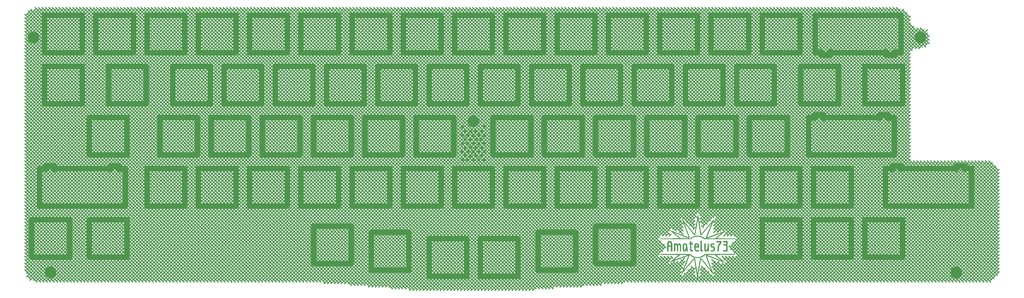
<source format=gtl>
G04 #@! TF.GenerationSoftware,KiCad,Pcbnew,5.0.2-bee76a0~70~ubuntu18.04.1*
G04 #@! TF.CreationDate,2020-04-06T01:25:33+09:00*
G04 #@! TF.ProjectId,amatelus73,616d6174-656c-4757-9337-332e6b696361,rev?*
G04 #@! TF.SameCoordinates,Original*
G04 #@! TF.FileFunction,Copper,L1,Top*
G04 #@! TF.FilePolarity,Positive*
%FSLAX46Y46*%
G04 Gerber Fmt 4.6, Leading zero omitted, Abs format (unit mm)*
G04 Created by KiCad (PCBNEW 5.0.2-bee76a0~70~ubuntu18.04.1) date 2020年04月06日 01時25分33秒*
%MOMM*%
%LPD*%
G01*
G04 APERTURE LIST*
G04 #@! TA.AperFunction,EtchedComponent*
%ADD10C,0.010000*%
G04 #@! TD*
G04 #@! TA.AperFunction,ComponentPad*
%ADD11O,8.000000X2.000000*%
G04 #@! TD*
G04 #@! TA.AperFunction,ComponentPad*
%ADD12O,2.000000X8.000000*%
G04 #@! TD*
G04 #@! TA.AperFunction,ComponentPad*
%ADD13O,4.800000X2.000000*%
G04 #@! TD*
G04 #@! TA.AperFunction,ComponentPad*
%ADD14O,5.400000X2.000000*%
G04 #@! TD*
G04 #@! TA.AperFunction,ComponentPad*
%ADD15O,2.000000X3.300000*%
G04 #@! TD*
G04 #@! TA.AperFunction,ComponentPad*
%ADD16C,4.400000*%
G04 #@! TD*
G04 #@! TA.AperFunction,ComponentPad*
%ADD17C,0.700000*%
G04 #@! TD*
G04 #@! TA.AperFunction,ViaPad*
%ADD18C,1.200000*%
G04 #@! TD*
G04 #@! TA.AperFunction,Conductor*
%ADD19C,0.400000*%
G04 #@! TD*
G04 APERTURE END LIST*
D10*
G04 #@! TO.C,G\002A\002A\002A*
G36*
X269142570Y-100695591D02*
X269152182Y-100737554D01*
X269172529Y-100851025D01*
X269202521Y-101029024D01*
X269241071Y-101264572D01*
X269287089Y-101550688D01*
X269339487Y-101880390D01*
X269397175Y-102246699D01*
X269459064Y-102642635D01*
X269524066Y-103061216D01*
X269591091Y-103495463D01*
X269659051Y-103938395D01*
X269726857Y-104383031D01*
X269793420Y-104822391D01*
X269857650Y-105249495D01*
X269918459Y-105657361D01*
X269952305Y-105886250D01*
X270024005Y-106367247D01*
X270088494Y-106788451D01*
X270145272Y-107146880D01*
X270193840Y-107439557D01*
X270233699Y-107663500D01*
X270264349Y-107815731D01*
X270285290Y-107893270D01*
X270290146Y-107902125D01*
X270330983Y-107894527D01*
X270389264Y-107852296D01*
X270425747Y-107811912D01*
X270509249Y-107714955D01*
X270636030Y-107565875D01*
X270802351Y-107369124D01*
X271004473Y-107129151D01*
X271238656Y-106850408D01*
X271501161Y-106537346D01*
X271788248Y-106194416D01*
X272096178Y-105826068D01*
X272421213Y-105436754D01*
X272759611Y-105030925D01*
X272759943Y-105030527D01*
X273096515Y-104626856D01*
X273418404Y-104241220D01*
X273722015Y-103877901D01*
X274003754Y-103541183D01*
X274260025Y-103235347D01*
X274487234Y-102964676D01*
X274681785Y-102733453D01*
X274840084Y-102545959D01*
X274958536Y-102406477D01*
X275033545Y-102319289D01*
X275061518Y-102288678D01*
X275061604Y-102288687D01*
X275052620Y-102329974D01*
X275016410Y-102439522D01*
X274955050Y-102611821D01*
X274870615Y-102841363D01*
X274765182Y-103122641D01*
X274640826Y-103450146D01*
X274499622Y-103818369D01*
X274343647Y-104221802D01*
X274174975Y-104654936D01*
X274042443Y-104993281D01*
X273972280Y-105172255D01*
X273877696Y-105413950D01*
X273763080Y-105707126D01*
X273632817Y-106040540D01*
X273491296Y-106402952D01*
X273342904Y-106783119D01*
X273192027Y-107169802D01*
X273043054Y-107551758D01*
X272900370Y-107917746D01*
X272768364Y-108256525D01*
X272651423Y-108556853D01*
X272573847Y-108756264D01*
X272509634Y-108926278D01*
X272459876Y-109067480D01*
X272429690Y-109164657D01*
X272423794Y-109202335D01*
X272457636Y-109196986D01*
X272549239Y-109169505D01*
X272700266Y-109119296D01*
X272912380Y-109045761D01*
X273187245Y-108948302D01*
X273526524Y-108826321D01*
X273931881Y-108679220D01*
X274404978Y-108506403D01*
X274947480Y-108307270D01*
X275561049Y-108081225D01*
X276185313Y-107850613D01*
X276489024Y-107738461D01*
X276811560Y-107619643D01*
X277131528Y-107502021D01*
X277427534Y-107393456D01*
X277678188Y-107301808D01*
X277752969Y-107274555D01*
X278006025Y-107182022D01*
X278273289Y-107083585D01*
X278528748Y-106988871D01*
X278746385Y-106907504D01*
X278819559Y-106879891D01*
X278992850Y-106816426D01*
X279139782Y-106766709D01*
X279244154Y-106735952D01*
X279288869Y-106728946D01*
X279271371Y-106756540D01*
X279201113Y-106826256D01*
X279087117Y-106930379D01*
X278938404Y-107061196D01*
X278763996Y-107210992D01*
X278572915Y-107372054D01*
X278374181Y-107536669D01*
X278176817Y-107697123D01*
X277989843Y-107845702D01*
X277911778Y-107906416D01*
X277740083Y-108042724D01*
X277549075Y-108200199D01*
X277378008Y-108346438D01*
X277366636Y-108356438D01*
X277230301Y-108474563D01*
X277101698Y-108582425D01*
X277002944Y-108661580D01*
X276981260Y-108677834D01*
X276827308Y-108791722D01*
X276657309Y-108920883D01*
X276485105Y-109054403D01*
X276324538Y-109181363D01*
X276189450Y-109290847D01*
X276093681Y-109371938D01*
X276055917Y-109407632D01*
X276035554Y-109432589D01*
X276031165Y-109451855D01*
X276051610Y-109466534D01*
X276105744Y-109477734D01*
X276202427Y-109486561D01*
X276350514Y-109494122D01*
X276558865Y-109501523D01*
X276836336Y-109509871D01*
X276885847Y-109511314D01*
X277094742Y-109516171D01*
X277372375Y-109520737D01*
X277708108Y-109524926D01*
X278091303Y-109528655D01*
X278511324Y-109531839D01*
X278957532Y-109534395D01*
X279419290Y-109536238D01*
X279885962Y-109537286D01*
X280202135Y-109537500D01*
X280713592Y-109537562D01*
X281151729Y-109538013D01*
X281522600Y-109539248D01*
X281832257Y-109541664D01*
X282086757Y-109545658D01*
X282292152Y-109551625D01*
X282454497Y-109559963D01*
X282579847Y-109571067D01*
X282674255Y-109585333D01*
X282743775Y-109603159D01*
X282794462Y-109624940D01*
X282832370Y-109651072D01*
X282863554Y-109681953D01*
X282890328Y-109713477D01*
X282892286Y-109722058D01*
X282880743Y-109729819D01*
X282851992Y-109736801D01*
X282802329Y-109743043D01*
X282728048Y-109748588D01*
X282625443Y-109753475D01*
X282490807Y-109757745D01*
X282320436Y-109761438D01*
X282110623Y-109764595D01*
X281857663Y-109767257D01*
X281557851Y-109769465D01*
X281207479Y-109771258D01*
X280802843Y-109772677D01*
X280340237Y-109773764D01*
X279815955Y-109774558D01*
X279226291Y-109775101D01*
X278567539Y-109775432D01*
X277835995Y-109775592D01*
X277215731Y-109775625D01*
X271489556Y-109775625D01*
X271287513Y-109623138D01*
X270817788Y-109315101D01*
X270324580Y-109082666D01*
X269806635Y-108925452D01*
X269262701Y-108843081D01*
X268691522Y-108835172D01*
X268687672Y-108835365D01*
X268179891Y-108890262D01*
X267706925Y-109004697D01*
X267253721Y-109183939D01*
X266805229Y-109433257D01*
X266611978Y-109561996D01*
X266305674Y-109775625D01*
X255014236Y-109775625D01*
X255096439Y-109693422D01*
X255190289Y-109629740D01*
X255313751Y-109580359D01*
X255333462Y-109575306D01*
X255404591Y-109567856D01*
X255546291Y-109560885D01*
X255749761Y-109554558D01*
X256006197Y-109549041D01*
X256306796Y-109544500D01*
X256642756Y-109541100D01*
X257005274Y-109539007D01*
X257294063Y-109538393D01*
X257816193Y-109537455D01*
X258336120Y-109535290D01*
X258847875Y-109532001D01*
X259345489Y-109527694D01*
X259822994Y-109522471D01*
X260274422Y-109516439D01*
X260693804Y-109509700D01*
X261075173Y-109502359D01*
X261412560Y-109494520D01*
X261699996Y-109486288D01*
X261931515Y-109477767D01*
X262101146Y-109469061D01*
X262202923Y-109460275D01*
X262231446Y-109452121D01*
X262197267Y-109419865D01*
X262109130Y-109342797D01*
X261974073Y-109226901D01*
X261799130Y-109078162D01*
X261591338Y-108902564D01*
X261357732Y-108706092D01*
X261131746Y-108516795D01*
X260667303Y-108128196D01*
X260261346Y-107787903D01*
X259911196Y-107493628D01*
X259718318Y-107330931D01*
X260162090Y-107330931D01*
X260188021Y-107358901D01*
X260268595Y-107432080D01*
X260397401Y-107544952D01*
X260568031Y-107692004D01*
X260774072Y-107867720D01*
X261009115Y-108066585D01*
X261266750Y-108283085D01*
X261344853Y-108348447D01*
X261609853Y-108571421D01*
X261855491Y-108780820D01*
X262075081Y-108970736D01*
X262261932Y-109135265D01*
X262409356Y-109268500D01*
X262510666Y-109364537D01*
X262559172Y-109417470D01*
X262562298Y-109423399D01*
X262564896Y-109437889D01*
X262568230Y-109450387D01*
X262577818Y-109461103D01*
X262599177Y-109470246D01*
X262637821Y-109478024D01*
X262699269Y-109484647D01*
X262789036Y-109490323D01*
X262912640Y-109495263D01*
X263075595Y-109499673D01*
X263283420Y-109503765D01*
X263541630Y-109507746D01*
X263855742Y-109511826D01*
X264231272Y-109516213D01*
X264673737Y-109521117D01*
X265188654Y-109526747D01*
X265331631Y-109528317D01*
X266165918Y-109537500D01*
X266442881Y-109333907D01*
X266750587Y-109134225D01*
X267109069Y-108945512D01*
X267489781Y-108781656D01*
X267791406Y-108677733D01*
X267922318Y-108639588D01*
X268036400Y-108611638D01*
X268149847Y-108592309D01*
X268278857Y-108580026D01*
X268439625Y-108573216D01*
X268648347Y-108570304D01*
X268902656Y-108569713D01*
X269171456Y-108570410D01*
X269377105Y-108573547D01*
X269535821Y-108580691D01*
X269663825Y-108593410D01*
X269777335Y-108613272D01*
X269892571Y-108641844D01*
X270013906Y-108677126D01*
X270331268Y-108787914D01*
X270660639Y-108929749D01*
X270975060Y-109089623D01*
X271247568Y-109254529D01*
X271328576Y-109311410D01*
X271553654Y-109448442D01*
X271773319Y-109517129D01*
X272010031Y-109523445D01*
X272089399Y-109513821D01*
X272120891Y-109507734D01*
X272494663Y-109507734D01*
X272532877Y-109514266D01*
X272642012Y-109520302D01*
X272813618Y-109525681D01*
X273039242Y-109530245D01*
X273310432Y-109533832D01*
X273618736Y-109536281D01*
X273955703Y-109537432D01*
X274062031Y-109537500D01*
X274465190Y-109537101D01*
X274795613Y-109535751D01*
X275059934Y-109533220D01*
X275264790Y-109529281D01*
X275416815Y-109523704D01*
X275522644Y-109516260D01*
X275588914Y-109506720D01*
X275622258Y-109494854D01*
X275629688Y-109483400D01*
X275640959Y-109449275D01*
X275677920Y-109398822D01*
X275745288Y-109327903D01*
X275847783Y-109232381D01*
X275990125Y-109108121D01*
X276177031Y-108950986D01*
X276413222Y-108756838D01*
X276703415Y-108521541D01*
X276989879Y-108291059D01*
X277229048Y-108098367D01*
X277446362Y-107921855D01*
X277634576Y-107767521D01*
X277786442Y-107641365D01*
X277894714Y-107549387D01*
X277952145Y-107497585D01*
X277959436Y-107488395D01*
X277919597Y-107496840D01*
X277818327Y-107528966D01*
X277668454Y-107580414D01*
X277482804Y-107646826D01*
X277353307Y-107694364D01*
X276798784Y-107899738D01*
X276255610Y-108100686D01*
X275730043Y-108294904D01*
X275228343Y-108480087D01*
X274756769Y-108653932D01*
X274321580Y-108814134D01*
X273929034Y-108958390D01*
X273585393Y-109084396D01*
X273296913Y-109189847D01*
X273069856Y-109272440D01*
X272910479Y-109329871D01*
X272901460Y-109333088D01*
X272736817Y-109394324D01*
X272604129Y-109448538D01*
X272518706Y-109489159D01*
X272494663Y-109507734D01*
X272120891Y-109507734D01*
X272192844Y-109493827D01*
X272225413Y-109473210D01*
X272202127Y-109450836D01*
X272167059Y-109424684D01*
X272144196Y-109387207D01*
X272135402Y-109331798D01*
X272142540Y-109251847D01*
X272167475Y-109140746D01*
X272212071Y-108991887D01*
X272278191Y-108798660D01*
X272367700Y-108554457D01*
X272482461Y-108252670D01*
X272624340Y-107886689D01*
X272692608Y-107711875D01*
X272806162Y-107421189D01*
X272922517Y-107122766D01*
X273034587Y-106834822D01*
X273135284Y-106575576D01*
X273217520Y-106363245D01*
X273248438Y-106283125D01*
X273352485Y-106013572D01*
X273465638Y-105721404D01*
X273583809Y-105417085D01*
X273702912Y-105111076D01*
X273818860Y-104813837D01*
X273927565Y-104535831D01*
X274024942Y-104287519D01*
X274106903Y-104079363D01*
X274169361Y-103921825D01*
X274208231Y-103825366D01*
X274213548Y-103812578D01*
X274248824Y-103720325D01*
X274261805Y-103668126D01*
X274259657Y-103663750D01*
X274232107Y-103693417D01*
X274157835Y-103779167D01*
X274040957Y-103916122D01*
X273885585Y-104099404D01*
X273695835Y-104324135D01*
X273475821Y-104585436D01*
X273229655Y-104878432D01*
X272961454Y-105198242D01*
X272675329Y-105539990D01*
X272460483Y-105796953D01*
X272159431Y-106156946D01*
X271869884Y-106502651D01*
X271596395Y-106828663D01*
X271343521Y-107129575D01*
X271115816Y-107399984D01*
X270917837Y-107634482D01*
X270754137Y-107827666D01*
X270629272Y-107974129D01*
X270547797Y-108068465D01*
X270520678Y-108098828D01*
X270392861Y-108214846D01*
X270283919Y-108261296D01*
X270180936Y-108241344D01*
X270115684Y-108198047D01*
X270098454Y-108184888D01*
X270083288Y-108172001D01*
X270069238Y-108154055D01*
X270055353Y-108125721D01*
X270040685Y-108081666D01*
X270024285Y-108016560D01*
X270005204Y-107925073D01*
X269982493Y-107801873D01*
X269955202Y-107641631D01*
X269922383Y-107439015D01*
X269883086Y-107188695D01*
X269836363Y-106885339D01*
X269781263Y-106523618D01*
X269716840Y-106098200D01*
X269642142Y-105603755D01*
X269576911Y-105171875D01*
X269487372Y-104580571D01*
X269408778Y-104064528D01*
X269340606Y-103620463D01*
X269282331Y-103245097D01*
X269233430Y-102935146D01*
X269193380Y-102687330D01*
X269161657Y-102498368D01*
X269137737Y-102364977D01*
X269121097Y-102283876D01*
X269111212Y-102251784D01*
X269110881Y-102251402D01*
X269100460Y-102284379D01*
X269079115Y-102383873D01*
X269049125Y-102538132D01*
X269012770Y-102735404D01*
X268972329Y-102963936D01*
X268969388Y-102980891D01*
X268924438Y-103240081D01*
X268869785Y-103554713D01*
X268809386Y-103902036D01*
X268747199Y-104259302D01*
X268687180Y-104603760D01*
X268660777Y-104755156D01*
X268601451Y-105095295D01*
X268533078Y-105487437D01*
X268460224Y-105905386D01*
X268387456Y-106322947D01*
X268319338Y-106713922D01*
X268284059Y-106916468D01*
X268231396Y-107210359D01*
X268179888Y-107482116D01*
X268131809Y-107720902D01*
X268089436Y-107915881D01*
X268055045Y-108056217D01*
X268030911Y-108131073D01*
X268027765Y-108136859D01*
X267933989Y-108213956D01*
X267853025Y-108227813D01*
X267784088Y-108215520D01*
X267709653Y-108171329D01*
X267615311Y-108084265D01*
X267501243Y-107959922D01*
X267453677Y-107906119D01*
X267411075Y-107857766D01*
X267369697Y-107810240D01*
X267325802Y-107758913D01*
X267275649Y-107699161D01*
X267215496Y-107626357D01*
X267141604Y-107535876D01*
X267050230Y-107423093D01*
X266937635Y-107283381D01*
X266800077Y-107112115D01*
X266633815Y-106904670D01*
X266435109Y-106656419D01*
X266200217Y-106362738D01*
X265925399Y-106019000D01*
X265606913Y-105620580D01*
X265400879Y-105362833D01*
X265140717Y-105037940D01*
X264895477Y-104732778D01*
X264669592Y-104452789D01*
X264467492Y-104203410D01*
X264293607Y-103990081D01*
X264152367Y-103818242D01*
X264048204Y-103693332D01*
X263985548Y-103620790D01*
X263968312Y-103604084D01*
X263973742Y-103635654D01*
X264000156Y-103722265D01*
X264048354Y-103866155D01*
X264119133Y-104069563D01*
X264213292Y-104334726D01*
X264331630Y-104663885D01*
X264474945Y-105059277D01*
X264644035Y-105523141D01*
X264839699Y-106057716D01*
X264973379Y-106422031D01*
X265107548Y-106787557D01*
X265219581Y-107093299D01*
X265314793Y-107353951D01*
X265398497Y-107584206D01*
X265476010Y-107798760D01*
X265552644Y-108012304D01*
X265633715Y-108239534D01*
X265724538Y-108495142D01*
X265791586Y-108684219D01*
X265872766Y-108927608D01*
X265920055Y-109109950D01*
X265934031Y-109241697D01*
X265915272Y-109333300D01*
X265864357Y-109395211D01*
X265832071Y-109415657D01*
X265808056Y-109428262D01*
X265783367Y-109437339D01*
X265752202Y-109440898D01*
X265708760Y-109436950D01*
X265647238Y-109423504D01*
X265561837Y-109398572D01*
X265446755Y-109360165D01*
X265296189Y-109306292D01*
X265104340Y-109234964D01*
X264865405Y-109144192D01*
X264573583Y-109031986D01*
X264223073Y-108896357D01*
X263808074Y-108735315D01*
X263505156Y-108617685D01*
X263243877Y-108516033D01*
X262971907Y-108409891D01*
X262711863Y-108308107D01*
X262486364Y-108219532D01*
X262354219Y-108167371D01*
X261901139Y-107988455D01*
X261491074Y-107827599D01*
X261128196Y-107686396D01*
X260816678Y-107566437D01*
X260560694Y-107469315D01*
X260364416Y-107396623D01*
X260232018Y-107349952D01*
X260167672Y-107330895D01*
X260162090Y-107330931D01*
X259718318Y-107330931D01*
X259614175Y-107243084D01*
X259367606Y-107033986D01*
X259168813Y-106864045D01*
X259015116Y-106730976D01*
X258903840Y-106632491D01*
X258832306Y-106566303D01*
X258797836Y-106530126D01*
X258795339Y-106521250D01*
X258829665Y-106530333D01*
X258910808Y-106558150D01*
X259040979Y-106605553D01*
X259222385Y-106673394D01*
X259457236Y-106762525D01*
X259747742Y-106873797D01*
X260096111Y-107008064D01*
X260504552Y-107166175D01*
X260975275Y-107348984D01*
X261510489Y-107557343D01*
X262112403Y-107792103D01*
X262783226Y-108054116D01*
X263525167Y-108344235D01*
X263703594Y-108414045D01*
X264074393Y-108558738D01*
X264423724Y-108694291D01*
X264744625Y-108818054D01*
X265030132Y-108927381D01*
X265273282Y-109019622D01*
X265467111Y-109092130D01*
X265604658Y-109142256D01*
X265678959Y-109167352D01*
X265690301Y-109169617D01*
X265680447Y-109131094D01*
X265648085Y-109033513D01*
X265598450Y-108892182D01*
X265544631Y-108743750D01*
X265473509Y-108549853D01*
X265385221Y-108308751D01*
X265289782Y-108047815D01*
X265197208Y-107794416D01*
X265174324Y-107731719D01*
X265035690Y-107351913D01*
X264879523Y-106924244D01*
X264712747Y-106467667D01*
X264542290Y-106001136D01*
X264375077Y-105543606D01*
X264218033Y-105114031D01*
X264078085Y-104731366D01*
X264021449Y-104576563D01*
X263846688Y-104098789D01*
X263697405Y-103690250D01*
X263571699Y-103345681D01*
X263467666Y-103059812D01*
X263383403Y-102827378D01*
X263317009Y-102643111D01*
X263266579Y-102501745D01*
X263230211Y-102398011D01*
X263206003Y-102326644D01*
X263192052Y-102282375D01*
X263189879Y-102274688D01*
X263162837Y-102175469D01*
X263234778Y-102260247D01*
X263269785Y-102303179D01*
X263350782Y-102403505D01*
X263474119Y-102556678D01*
X263636146Y-102758155D01*
X263833213Y-103003391D01*
X264061670Y-103287841D01*
X264317866Y-103606960D01*
X264598153Y-103956205D01*
X264898880Y-104331030D01*
X265216396Y-104726890D01*
X265545729Y-105137591D01*
X265875109Y-105548100D01*
X266190607Y-105940716D01*
X266488662Y-106311040D01*
X266765711Y-106654675D01*
X267018194Y-106967221D01*
X267242547Y-107244281D01*
X267435209Y-107481454D01*
X267592618Y-107674343D01*
X267711212Y-107818550D01*
X267787429Y-107909676D01*
X267817708Y-107943322D01*
X267817838Y-107943385D01*
X267850317Y-107937049D01*
X267850937Y-107932686D01*
X267857584Y-107886932D01*
X267876646Y-107770610D01*
X267906810Y-107591331D01*
X267946759Y-107356706D01*
X267995179Y-107074346D01*
X268050755Y-106751860D01*
X268112171Y-106396860D01*
X268178112Y-106016956D01*
X268247263Y-105619760D01*
X268318310Y-105212880D01*
X268389936Y-104803930D01*
X268460827Y-104400518D01*
X268485747Y-104259063D01*
X268552767Y-103877650D01*
X268625343Y-103462441D01*
X268699696Y-103035212D01*
X268772044Y-102617743D01*
X268838605Y-102231809D01*
X268895600Y-101899190D01*
X268902625Y-101857969D01*
X268960358Y-101519959D01*
X269006609Y-101252430D01*
X269042992Y-101047574D01*
X269071116Y-100897584D01*
X269092595Y-100794654D01*
X269109038Y-100730977D01*
X269122059Y-100698744D01*
X269133269Y-100690149D01*
X269142570Y-100695591D01*
X269142570Y-100695591D01*
G37*
X269142570Y-100695591D02*
X269152182Y-100737554D01*
X269172529Y-100851025D01*
X269202521Y-101029024D01*
X269241071Y-101264572D01*
X269287089Y-101550688D01*
X269339487Y-101880390D01*
X269397175Y-102246699D01*
X269459064Y-102642635D01*
X269524066Y-103061216D01*
X269591091Y-103495463D01*
X269659051Y-103938395D01*
X269726857Y-104383031D01*
X269793420Y-104822391D01*
X269857650Y-105249495D01*
X269918459Y-105657361D01*
X269952305Y-105886250D01*
X270024005Y-106367247D01*
X270088494Y-106788451D01*
X270145272Y-107146880D01*
X270193840Y-107439557D01*
X270233699Y-107663500D01*
X270264349Y-107815731D01*
X270285290Y-107893270D01*
X270290146Y-107902125D01*
X270330983Y-107894527D01*
X270389264Y-107852296D01*
X270425747Y-107811912D01*
X270509249Y-107714955D01*
X270636030Y-107565875D01*
X270802351Y-107369124D01*
X271004473Y-107129151D01*
X271238656Y-106850408D01*
X271501161Y-106537346D01*
X271788248Y-106194416D01*
X272096178Y-105826068D01*
X272421213Y-105436754D01*
X272759611Y-105030925D01*
X272759943Y-105030527D01*
X273096515Y-104626856D01*
X273418404Y-104241220D01*
X273722015Y-103877901D01*
X274003754Y-103541183D01*
X274260025Y-103235347D01*
X274487234Y-102964676D01*
X274681785Y-102733453D01*
X274840084Y-102545959D01*
X274958536Y-102406477D01*
X275033545Y-102319289D01*
X275061518Y-102288678D01*
X275061604Y-102288687D01*
X275052620Y-102329974D01*
X275016410Y-102439522D01*
X274955050Y-102611821D01*
X274870615Y-102841363D01*
X274765182Y-103122641D01*
X274640826Y-103450146D01*
X274499622Y-103818369D01*
X274343647Y-104221802D01*
X274174975Y-104654936D01*
X274042443Y-104993281D01*
X273972280Y-105172255D01*
X273877696Y-105413950D01*
X273763080Y-105707126D01*
X273632817Y-106040540D01*
X273491296Y-106402952D01*
X273342904Y-106783119D01*
X273192027Y-107169802D01*
X273043054Y-107551758D01*
X272900370Y-107917746D01*
X272768364Y-108256525D01*
X272651423Y-108556853D01*
X272573847Y-108756264D01*
X272509634Y-108926278D01*
X272459876Y-109067480D01*
X272429690Y-109164657D01*
X272423794Y-109202335D01*
X272457636Y-109196986D01*
X272549239Y-109169505D01*
X272700266Y-109119296D01*
X272912380Y-109045761D01*
X273187245Y-108948302D01*
X273526524Y-108826321D01*
X273931881Y-108679220D01*
X274404978Y-108506403D01*
X274947480Y-108307270D01*
X275561049Y-108081225D01*
X276185313Y-107850613D01*
X276489024Y-107738461D01*
X276811560Y-107619643D01*
X277131528Y-107502021D01*
X277427534Y-107393456D01*
X277678188Y-107301808D01*
X277752969Y-107274555D01*
X278006025Y-107182022D01*
X278273289Y-107083585D01*
X278528748Y-106988871D01*
X278746385Y-106907504D01*
X278819559Y-106879891D01*
X278992850Y-106816426D01*
X279139782Y-106766709D01*
X279244154Y-106735952D01*
X279288869Y-106728946D01*
X279271371Y-106756540D01*
X279201113Y-106826256D01*
X279087117Y-106930379D01*
X278938404Y-107061196D01*
X278763996Y-107210992D01*
X278572915Y-107372054D01*
X278374181Y-107536669D01*
X278176817Y-107697123D01*
X277989843Y-107845702D01*
X277911778Y-107906416D01*
X277740083Y-108042724D01*
X277549075Y-108200199D01*
X277378008Y-108346438D01*
X277366636Y-108356438D01*
X277230301Y-108474563D01*
X277101698Y-108582425D01*
X277002944Y-108661580D01*
X276981260Y-108677834D01*
X276827308Y-108791722D01*
X276657309Y-108920883D01*
X276485105Y-109054403D01*
X276324538Y-109181363D01*
X276189450Y-109290847D01*
X276093681Y-109371938D01*
X276055917Y-109407632D01*
X276035554Y-109432589D01*
X276031165Y-109451855D01*
X276051610Y-109466534D01*
X276105744Y-109477734D01*
X276202427Y-109486561D01*
X276350514Y-109494122D01*
X276558865Y-109501523D01*
X276836336Y-109509871D01*
X276885847Y-109511314D01*
X277094742Y-109516171D01*
X277372375Y-109520737D01*
X277708108Y-109524926D01*
X278091303Y-109528655D01*
X278511324Y-109531839D01*
X278957532Y-109534395D01*
X279419290Y-109536238D01*
X279885962Y-109537286D01*
X280202135Y-109537500D01*
X280713592Y-109537562D01*
X281151729Y-109538013D01*
X281522600Y-109539248D01*
X281832257Y-109541664D01*
X282086757Y-109545658D01*
X282292152Y-109551625D01*
X282454497Y-109559963D01*
X282579847Y-109571067D01*
X282674255Y-109585333D01*
X282743775Y-109603159D01*
X282794462Y-109624940D01*
X282832370Y-109651072D01*
X282863554Y-109681953D01*
X282890328Y-109713477D01*
X282892286Y-109722058D01*
X282880743Y-109729819D01*
X282851992Y-109736801D01*
X282802329Y-109743043D01*
X282728048Y-109748588D01*
X282625443Y-109753475D01*
X282490807Y-109757745D01*
X282320436Y-109761438D01*
X282110623Y-109764595D01*
X281857663Y-109767257D01*
X281557851Y-109769465D01*
X281207479Y-109771258D01*
X280802843Y-109772677D01*
X280340237Y-109773764D01*
X279815955Y-109774558D01*
X279226291Y-109775101D01*
X278567539Y-109775432D01*
X277835995Y-109775592D01*
X277215731Y-109775625D01*
X271489556Y-109775625D01*
X271287513Y-109623138D01*
X270817788Y-109315101D01*
X270324580Y-109082666D01*
X269806635Y-108925452D01*
X269262701Y-108843081D01*
X268691522Y-108835172D01*
X268687672Y-108835365D01*
X268179891Y-108890262D01*
X267706925Y-109004697D01*
X267253721Y-109183939D01*
X266805229Y-109433257D01*
X266611978Y-109561996D01*
X266305674Y-109775625D01*
X255014236Y-109775625D01*
X255096439Y-109693422D01*
X255190289Y-109629740D01*
X255313751Y-109580359D01*
X255333462Y-109575306D01*
X255404591Y-109567856D01*
X255546291Y-109560885D01*
X255749761Y-109554558D01*
X256006197Y-109549041D01*
X256306796Y-109544500D01*
X256642756Y-109541100D01*
X257005274Y-109539007D01*
X257294063Y-109538393D01*
X257816193Y-109537455D01*
X258336120Y-109535290D01*
X258847875Y-109532001D01*
X259345489Y-109527694D01*
X259822994Y-109522471D01*
X260274422Y-109516439D01*
X260693804Y-109509700D01*
X261075173Y-109502359D01*
X261412560Y-109494520D01*
X261699996Y-109486288D01*
X261931515Y-109477767D01*
X262101146Y-109469061D01*
X262202923Y-109460275D01*
X262231446Y-109452121D01*
X262197267Y-109419865D01*
X262109130Y-109342797D01*
X261974073Y-109226901D01*
X261799130Y-109078162D01*
X261591338Y-108902564D01*
X261357732Y-108706092D01*
X261131746Y-108516795D01*
X260667303Y-108128196D01*
X260261346Y-107787903D01*
X259911196Y-107493628D01*
X259718318Y-107330931D01*
X260162090Y-107330931D01*
X260188021Y-107358901D01*
X260268595Y-107432080D01*
X260397401Y-107544952D01*
X260568031Y-107692004D01*
X260774072Y-107867720D01*
X261009115Y-108066585D01*
X261266750Y-108283085D01*
X261344853Y-108348447D01*
X261609853Y-108571421D01*
X261855491Y-108780820D01*
X262075081Y-108970736D01*
X262261932Y-109135265D01*
X262409356Y-109268500D01*
X262510666Y-109364537D01*
X262559172Y-109417470D01*
X262562298Y-109423399D01*
X262564896Y-109437889D01*
X262568230Y-109450387D01*
X262577818Y-109461103D01*
X262599177Y-109470246D01*
X262637821Y-109478024D01*
X262699269Y-109484647D01*
X262789036Y-109490323D01*
X262912640Y-109495263D01*
X263075595Y-109499673D01*
X263283420Y-109503765D01*
X263541630Y-109507746D01*
X263855742Y-109511826D01*
X264231272Y-109516213D01*
X264673737Y-109521117D01*
X265188654Y-109526747D01*
X265331631Y-109528317D01*
X266165918Y-109537500D01*
X266442881Y-109333907D01*
X266750587Y-109134225D01*
X267109069Y-108945512D01*
X267489781Y-108781656D01*
X267791406Y-108677733D01*
X267922318Y-108639588D01*
X268036400Y-108611638D01*
X268149847Y-108592309D01*
X268278857Y-108580026D01*
X268439625Y-108573216D01*
X268648347Y-108570304D01*
X268902656Y-108569713D01*
X269171456Y-108570410D01*
X269377105Y-108573547D01*
X269535821Y-108580691D01*
X269663825Y-108593410D01*
X269777335Y-108613272D01*
X269892571Y-108641844D01*
X270013906Y-108677126D01*
X270331268Y-108787914D01*
X270660639Y-108929749D01*
X270975060Y-109089623D01*
X271247568Y-109254529D01*
X271328576Y-109311410D01*
X271553654Y-109448442D01*
X271773319Y-109517129D01*
X272010031Y-109523445D01*
X272089399Y-109513821D01*
X272120891Y-109507734D01*
X272494663Y-109507734D01*
X272532877Y-109514266D01*
X272642012Y-109520302D01*
X272813618Y-109525681D01*
X273039242Y-109530245D01*
X273310432Y-109533832D01*
X273618736Y-109536281D01*
X273955703Y-109537432D01*
X274062031Y-109537500D01*
X274465190Y-109537101D01*
X274795613Y-109535751D01*
X275059934Y-109533220D01*
X275264790Y-109529281D01*
X275416815Y-109523704D01*
X275522644Y-109516260D01*
X275588914Y-109506720D01*
X275622258Y-109494854D01*
X275629688Y-109483400D01*
X275640959Y-109449275D01*
X275677920Y-109398822D01*
X275745288Y-109327903D01*
X275847783Y-109232381D01*
X275990125Y-109108121D01*
X276177031Y-108950986D01*
X276413222Y-108756838D01*
X276703415Y-108521541D01*
X276989879Y-108291059D01*
X277229048Y-108098367D01*
X277446362Y-107921855D01*
X277634576Y-107767521D01*
X277786442Y-107641365D01*
X277894714Y-107549387D01*
X277952145Y-107497585D01*
X277959436Y-107488395D01*
X277919597Y-107496840D01*
X277818327Y-107528966D01*
X277668454Y-107580414D01*
X277482804Y-107646826D01*
X277353307Y-107694364D01*
X276798784Y-107899738D01*
X276255610Y-108100686D01*
X275730043Y-108294904D01*
X275228343Y-108480087D01*
X274756769Y-108653932D01*
X274321580Y-108814134D01*
X273929034Y-108958390D01*
X273585393Y-109084396D01*
X273296913Y-109189847D01*
X273069856Y-109272440D01*
X272910479Y-109329871D01*
X272901460Y-109333088D01*
X272736817Y-109394324D01*
X272604129Y-109448538D01*
X272518706Y-109489159D01*
X272494663Y-109507734D01*
X272120891Y-109507734D01*
X272192844Y-109493827D01*
X272225413Y-109473210D01*
X272202127Y-109450836D01*
X272167059Y-109424684D01*
X272144196Y-109387207D01*
X272135402Y-109331798D01*
X272142540Y-109251847D01*
X272167475Y-109140746D01*
X272212071Y-108991887D01*
X272278191Y-108798660D01*
X272367700Y-108554457D01*
X272482461Y-108252670D01*
X272624340Y-107886689D01*
X272692608Y-107711875D01*
X272806162Y-107421189D01*
X272922517Y-107122766D01*
X273034587Y-106834822D01*
X273135284Y-106575576D01*
X273217520Y-106363245D01*
X273248438Y-106283125D01*
X273352485Y-106013572D01*
X273465638Y-105721404D01*
X273583809Y-105417085D01*
X273702912Y-105111076D01*
X273818860Y-104813837D01*
X273927565Y-104535831D01*
X274024942Y-104287519D01*
X274106903Y-104079363D01*
X274169361Y-103921825D01*
X274208231Y-103825366D01*
X274213548Y-103812578D01*
X274248824Y-103720325D01*
X274261805Y-103668126D01*
X274259657Y-103663750D01*
X274232107Y-103693417D01*
X274157835Y-103779167D01*
X274040957Y-103916122D01*
X273885585Y-104099404D01*
X273695835Y-104324135D01*
X273475821Y-104585436D01*
X273229655Y-104878432D01*
X272961454Y-105198242D01*
X272675329Y-105539990D01*
X272460483Y-105796953D01*
X272159431Y-106156946D01*
X271869884Y-106502651D01*
X271596395Y-106828663D01*
X271343521Y-107129575D01*
X271115816Y-107399984D01*
X270917837Y-107634482D01*
X270754137Y-107827666D01*
X270629272Y-107974129D01*
X270547797Y-108068465D01*
X270520678Y-108098828D01*
X270392861Y-108214846D01*
X270283919Y-108261296D01*
X270180936Y-108241344D01*
X270115684Y-108198047D01*
X270098454Y-108184888D01*
X270083288Y-108172001D01*
X270069238Y-108154055D01*
X270055353Y-108125721D01*
X270040685Y-108081666D01*
X270024285Y-108016560D01*
X270005204Y-107925073D01*
X269982493Y-107801873D01*
X269955202Y-107641631D01*
X269922383Y-107439015D01*
X269883086Y-107188695D01*
X269836363Y-106885339D01*
X269781263Y-106523618D01*
X269716840Y-106098200D01*
X269642142Y-105603755D01*
X269576911Y-105171875D01*
X269487372Y-104580571D01*
X269408778Y-104064528D01*
X269340606Y-103620463D01*
X269282331Y-103245097D01*
X269233430Y-102935146D01*
X269193380Y-102687330D01*
X269161657Y-102498368D01*
X269137737Y-102364977D01*
X269121097Y-102283876D01*
X269111212Y-102251784D01*
X269110881Y-102251402D01*
X269100460Y-102284379D01*
X269079115Y-102383873D01*
X269049125Y-102538132D01*
X269012770Y-102735404D01*
X268972329Y-102963936D01*
X268969388Y-102980891D01*
X268924438Y-103240081D01*
X268869785Y-103554713D01*
X268809386Y-103902036D01*
X268747199Y-104259302D01*
X268687180Y-104603760D01*
X268660777Y-104755156D01*
X268601451Y-105095295D01*
X268533078Y-105487437D01*
X268460224Y-105905386D01*
X268387456Y-106322947D01*
X268319338Y-106713922D01*
X268284059Y-106916468D01*
X268231396Y-107210359D01*
X268179888Y-107482116D01*
X268131809Y-107720902D01*
X268089436Y-107915881D01*
X268055045Y-108056217D01*
X268030911Y-108131073D01*
X268027765Y-108136859D01*
X267933989Y-108213956D01*
X267853025Y-108227813D01*
X267784088Y-108215520D01*
X267709653Y-108171329D01*
X267615311Y-108084265D01*
X267501243Y-107959922D01*
X267453677Y-107906119D01*
X267411075Y-107857766D01*
X267369697Y-107810240D01*
X267325802Y-107758913D01*
X267275649Y-107699161D01*
X267215496Y-107626357D01*
X267141604Y-107535876D01*
X267050230Y-107423093D01*
X266937635Y-107283381D01*
X266800077Y-107112115D01*
X266633815Y-106904670D01*
X266435109Y-106656419D01*
X266200217Y-106362738D01*
X265925399Y-106019000D01*
X265606913Y-105620580D01*
X265400879Y-105362833D01*
X265140717Y-105037940D01*
X264895477Y-104732778D01*
X264669592Y-104452789D01*
X264467492Y-104203410D01*
X264293607Y-103990081D01*
X264152367Y-103818242D01*
X264048204Y-103693332D01*
X263985548Y-103620790D01*
X263968312Y-103604084D01*
X263973742Y-103635654D01*
X264000156Y-103722265D01*
X264048354Y-103866155D01*
X264119133Y-104069563D01*
X264213292Y-104334726D01*
X264331630Y-104663885D01*
X264474945Y-105059277D01*
X264644035Y-105523141D01*
X264839699Y-106057716D01*
X264973379Y-106422031D01*
X265107548Y-106787557D01*
X265219581Y-107093299D01*
X265314793Y-107353951D01*
X265398497Y-107584206D01*
X265476010Y-107798760D01*
X265552644Y-108012304D01*
X265633715Y-108239534D01*
X265724538Y-108495142D01*
X265791586Y-108684219D01*
X265872766Y-108927608D01*
X265920055Y-109109950D01*
X265934031Y-109241697D01*
X265915272Y-109333300D01*
X265864357Y-109395211D01*
X265832071Y-109415657D01*
X265808056Y-109428262D01*
X265783367Y-109437339D01*
X265752202Y-109440898D01*
X265708760Y-109436950D01*
X265647238Y-109423504D01*
X265561837Y-109398572D01*
X265446755Y-109360165D01*
X265296189Y-109306292D01*
X265104340Y-109234964D01*
X264865405Y-109144192D01*
X264573583Y-109031986D01*
X264223073Y-108896357D01*
X263808074Y-108735315D01*
X263505156Y-108617685D01*
X263243877Y-108516033D01*
X262971907Y-108409891D01*
X262711863Y-108308107D01*
X262486364Y-108219532D01*
X262354219Y-108167371D01*
X261901139Y-107988455D01*
X261491074Y-107827599D01*
X261128196Y-107686396D01*
X260816678Y-107566437D01*
X260560694Y-107469315D01*
X260364416Y-107396623D01*
X260232018Y-107349952D01*
X260167672Y-107330895D01*
X260162090Y-107330931D01*
X259718318Y-107330931D01*
X259614175Y-107243084D01*
X259367606Y-107033986D01*
X259168813Y-106864045D01*
X259015116Y-106730976D01*
X258903840Y-106632491D01*
X258832306Y-106566303D01*
X258797836Y-106530126D01*
X258795339Y-106521250D01*
X258829665Y-106530333D01*
X258910808Y-106558150D01*
X259040979Y-106605553D01*
X259222385Y-106673394D01*
X259457236Y-106762525D01*
X259747742Y-106873797D01*
X260096111Y-107008064D01*
X260504552Y-107166175D01*
X260975275Y-107348984D01*
X261510489Y-107557343D01*
X262112403Y-107792103D01*
X262783226Y-108054116D01*
X263525167Y-108344235D01*
X263703594Y-108414045D01*
X264074393Y-108558738D01*
X264423724Y-108694291D01*
X264744625Y-108818054D01*
X265030132Y-108927381D01*
X265273282Y-109019622D01*
X265467111Y-109092130D01*
X265604658Y-109142256D01*
X265678959Y-109167352D01*
X265690301Y-109169617D01*
X265680447Y-109131094D01*
X265648085Y-109033513D01*
X265598450Y-108892182D01*
X265544631Y-108743750D01*
X265473509Y-108549853D01*
X265385221Y-108308751D01*
X265289782Y-108047815D01*
X265197208Y-107794416D01*
X265174324Y-107731719D01*
X265035690Y-107351913D01*
X264879523Y-106924244D01*
X264712747Y-106467667D01*
X264542290Y-106001136D01*
X264375077Y-105543606D01*
X264218033Y-105114031D01*
X264078085Y-104731366D01*
X264021449Y-104576563D01*
X263846688Y-104098789D01*
X263697405Y-103690250D01*
X263571699Y-103345681D01*
X263467666Y-103059812D01*
X263383403Y-102827378D01*
X263317009Y-102643111D01*
X263266579Y-102501745D01*
X263230211Y-102398011D01*
X263206003Y-102326644D01*
X263192052Y-102282375D01*
X263189879Y-102274688D01*
X263162837Y-102175469D01*
X263234778Y-102260247D01*
X263269785Y-102303179D01*
X263350782Y-102403505D01*
X263474119Y-102556678D01*
X263636146Y-102758155D01*
X263833213Y-103003391D01*
X264061670Y-103287841D01*
X264317866Y-103606960D01*
X264598153Y-103956205D01*
X264898880Y-104331030D01*
X265216396Y-104726890D01*
X265545729Y-105137591D01*
X265875109Y-105548100D01*
X266190607Y-105940716D01*
X266488662Y-106311040D01*
X266765711Y-106654675D01*
X267018194Y-106967221D01*
X267242547Y-107244281D01*
X267435209Y-107481454D01*
X267592618Y-107674343D01*
X267711212Y-107818550D01*
X267787429Y-107909676D01*
X267817708Y-107943322D01*
X267817838Y-107943385D01*
X267850317Y-107937049D01*
X267850937Y-107932686D01*
X267857584Y-107886932D01*
X267876646Y-107770610D01*
X267906810Y-107591331D01*
X267946759Y-107356706D01*
X267995179Y-107074346D01*
X268050755Y-106751860D01*
X268112171Y-106396860D01*
X268178112Y-106016956D01*
X268247263Y-105619760D01*
X268318310Y-105212880D01*
X268389936Y-104803930D01*
X268460827Y-104400518D01*
X268485747Y-104259063D01*
X268552767Y-103877650D01*
X268625343Y-103462441D01*
X268699696Y-103035212D01*
X268772044Y-102617743D01*
X268838605Y-102231809D01*
X268895600Y-101899190D01*
X268902625Y-101857969D01*
X268960358Y-101519959D01*
X269006609Y-101252430D01*
X269042992Y-101047574D01*
X269071116Y-100897584D01*
X269092595Y-100794654D01*
X269109038Y-100730977D01*
X269122059Y-100698744D01*
X269133269Y-100690149D01*
X269142570Y-100695591D01*
G36*
X280035000Y-111106947D02*
X280034533Y-111341722D01*
X280031823Y-111511375D01*
X280024909Y-111630158D01*
X280011828Y-111712325D01*
X279990618Y-111772128D01*
X279959317Y-111823820D01*
X279931071Y-111861867D01*
X279827142Y-111998125D01*
X280035000Y-111998125D01*
X280035000Y-114300000D01*
X278526875Y-114300000D01*
X278526875Y-113903125D01*
X279598438Y-113903125D01*
X279598438Y-112077500D01*
X278606250Y-112077500D01*
X278606250Y-111680625D01*
X279598438Y-111680625D01*
X279598438Y-110886875D01*
X278482838Y-110886875D01*
X278494935Y-110698359D01*
X278507031Y-110509844D01*
X279271016Y-110499065D01*
X280035000Y-110488286D01*
X280035000Y-111106947D01*
X280035000Y-111106947D01*
G37*
X280035000Y-111106947D02*
X280034533Y-111341722D01*
X280031823Y-111511375D01*
X280024909Y-111630158D01*
X280011828Y-111712325D01*
X279990618Y-111772128D01*
X279959317Y-111823820D01*
X279931071Y-111861867D01*
X279827142Y-111998125D01*
X280035000Y-111998125D01*
X280035000Y-114300000D01*
X278526875Y-114300000D01*
X278526875Y-113903125D01*
X279598438Y-113903125D01*
X279598438Y-112077500D01*
X278606250Y-112077500D01*
X278606250Y-111680625D01*
X279598438Y-111680625D01*
X279598438Y-110886875D01*
X278482838Y-110886875D01*
X278494935Y-110698359D01*
X278507031Y-110509844D01*
X279271016Y-110499065D01*
X280035000Y-110488286D01*
X280035000Y-111106947D01*
G36*
X277733125Y-111212573D02*
X277342703Y-111754177D01*
X277211643Y-111936483D01*
X277096450Y-112097655D01*
X277005348Y-112226112D01*
X276946561Y-112310272D01*
X276928794Y-112337055D01*
X276918613Y-112387701D01*
X276903943Y-112504828D01*
X276886094Y-112675753D01*
X276866374Y-112887795D01*
X276846093Y-113128271D01*
X276842730Y-113170493D01*
X276822181Y-113425131D01*
X276802139Y-113663552D01*
X276783965Y-113870310D01*
X276769019Y-114029958D01*
X276758661Y-114127051D01*
X276758113Y-114131328D01*
X276736074Y-114300000D01*
X276540068Y-114300000D01*
X276422971Y-114296436D01*
X276364884Y-114279338D01*
X276345540Y-114239099D01*
X276344063Y-114207081D01*
X276347386Y-114133504D01*
X276356596Y-113998475D01*
X276370550Y-113815200D01*
X276388107Y-113596881D01*
X276408123Y-113356722D01*
X276429458Y-113107928D01*
X276450968Y-112863703D01*
X276471512Y-112637249D01*
X276489948Y-112441771D01*
X276505134Y-112290473D01*
X276515928Y-112196559D01*
X276520034Y-112172581D01*
X276547670Y-112127031D01*
X276614062Y-112029328D01*
X276710958Y-111891278D01*
X276830104Y-111724686D01*
X276916066Y-111606011D01*
X277044771Y-111424548D01*
X277154861Y-111260476D01*
X277238330Y-111126443D01*
X277287173Y-111035097D01*
X277296563Y-111004914D01*
X277292738Y-110975993D01*
X277273769Y-110955223D01*
X277228415Y-110941261D01*
X277145432Y-110932760D01*
X277013580Y-110928375D01*
X276821616Y-110926763D01*
X276641719Y-110926563D01*
X275986875Y-110926563D01*
X275986875Y-110529688D01*
X277733125Y-110529688D01*
X277733125Y-111212573D01*
X277733125Y-111212573D01*
G37*
X277733125Y-111212573D02*
X277342703Y-111754177D01*
X277211643Y-111936483D01*
X277096450Y-112097655D01*
X277005348Y-112226112D01*
X276946561Y-112310272D01*
X276928794Y-112337055D01*
X276918613Y-112387701D01*
X276903943Y-112504828D01*
X276886094Y-112675753D01*
X276866374Y-112887795D01*
X276846093Y-113128271D01*
X276842730Y-113170493D01*
X276822181Y-113425131D01*
X276802139Y-113663552D01*
X276783965Y-113870310D01*
X276769019Y-114029958D01*
X276758661Y-114127051D01*
X276758113Y-114131328D01*
X276736074Y-114300000D01*
X276540068Y-114300000D01*
X276422971Y-114296436D01*
X276364884Y-114279338D01*
X276345540Y-114239099D01*
X276344063Y-114207081D01*
X276347386Y-114133504D01*
X276356596Y-113998475D01*
X276370550Y-113815200D01*
X276388107Y-113596881D01*
X276408123Y-113356722D01*
X276429458Y-113107928D01*
X276450968Y-112863703D01*
X276471512Y-112637249D01*
X276489948Y-112441771D01*
X276505134Y-112290473D01*
X276515928Y-112196559D01*
X276520034Y-112172581D01*
X276547670Y-112127031D01*
X276614062Y-112029328D01*
X276710958Y-111891278D01*
X276830104Y-111724686D01*
X276916066Y-111606011D01*
X277044771Y-111424548D01*
X277154861Y-111260476D01*
X277238330Y-111126443D01*
X277287173Y-111035097D01*
X277296563Y-111004914D01*
X277292738Y-110975993D01*
X277273769Y-110955223D01*
X277228415Y-110941261D01*
X277145432Y-110932760D01*
X277013580Y-110928375D01*
X276821616Y-110926763D01*
X276641719Y-110926563D01*
X275986875Y-110926563D01*
X275986875Y-110529688D01*
X277733125Y-110529688D01*
X277733125Y-111212573D01*
G36*
X270470313Y-113903125D02*
X270867188Y-113903125D01*
X270867188Y-114300000D01*
X270539766Y-114299509D01*
X270212344Y-114299017D01*
X270123047Y-114161159D01*
X270101920Y-114127380D01*
X270084420Y-114092317D01*
X270070205Y-114048614D01*
X270058933Y-113988910D01*
X270050263Y-113905849D01*
X270043854Y-113792073D01*
X270039363Y-113640223D01*
X270036451Y-113442941D01*
X270034774Y-113192869D01*
X270033992Y-112882650D01*
X270033764Y-112504924D01*
X270033750Y-112236807D01*
X270033750Y-110450313D01*
X270470313Y-110450313D01*
X270470313Y-113903125D01*
X270470313Y-113903125D01*
G37*
X270470313Y-113903125D02*
X270867188Y-113903125D01*
X270867188Y-114300000D01*
X270539766Y-114299509D01*
X270212344Y-114299017D01*
X270123047Y-114161159D01*
X270101920Y-114127380D01*
X270084420Y-114092317D01*
X270070205Y-114048614D01*
X270058933Y-113988910D01*
X270050263Y-113905849D01*
X270043854Y-113792073D01*
X270039363Y-113640223D01*
X270036451Y-113442941D01*
X270034774Y-113192869D01*
X270033992Y-112882650D01*
X270033764Y-112504924D01*
X270033750Y-112236807D01*
X270033750Y-110450313D01*
X270470313Y-110450313D01*
X270470313Y-113903125D01*
G36*
X266620625Y-111283750D02*
X267176250Y-111283750D01*
X267176250Y-111680625D01*
X266620625Y-111680625D01*
X266620625Y-112715109D01*
X266622234Y-113048870D01*
X266626898Y-113332030D01*
X266634373Y-113557990D01*
X266644416Y-113720151D01*
X266656782Y-113811915D01*
X266661709Y-113826359D01*
X266698222Y-113869353D01*
X266762974Y-113892885D01*
X266876228Y-113902181D01*
X266959365Y-113903125D01*
X267215938Y-113903125D01*
X267215938Y-114300000D01*
X266508323Y-114300000D01*
X266366036Y-114106167D01*
X266223750Y-113912334D01*
X266223750Y-111680625D01*
X265866563Y-111680625D01*
X265866563Y-111283750D01*
X266223750Y-111283750D01*
X266223750Y-110529688D01*
X266620625Y-110529688D01*
X266620625Y-111283750D01*
X266620625Y-111283750D01*
G37*
X266620625Y-111283750D02*
X267176250Y-111283750D01*
X267176250Y-111680625D01*
X266620625Y-111680625D01*
X266620625Y-112715109D01*
X266622234Y-113048870D01*
X266626898Y-113332030D01*
X266634373Y-113557990D01*
X266644416Y-113720151D01*
X266656782Y-113811915D01*
X266661709Y-113826359D01*
X266698222Y-113869353D01*
X266762974Y-113892885D01*
X266876228Y-113902181D01*
X266959365Y-113903125D01*
X267215938Y-113903125D01*
X267215938Y-114300000D01*
X266508323Y-114300000D01*
X266366036Y-114106167D01*
X266223750Y-113912334D01*
X266223750Y-111680625D01*
X265866563Y-111680625D01*
X265866563Y-111283750D01*
X266223750Y-111283750D01*
X266223750Y-110529688D01*
X266620625Y-110529688D01*
X266620625Y-111283750D01*
G36*
X259291725Y-111014664D02*
X259518294Y-111541719D01*
X259517428Y-112920859D01*
X259516563Y-114300000D01*
X259080000Y-114300000D01*
X259080000Y-112553750D01*
X258127500Y-112553750D01*
X258127500Y-114300000D01*
X257730625Y-114300000D01*
X257732152Y-111842682D01*
X258127177Y-111842682D01*
X258131091Y-111980087D01*
X258141009Y-112084083D01*
X258153958Y-112130417D01*
X258202036Y-112140967D01*
X258312439Y-112149520D01*
X258468126Y-112155128D01*
X258630208Y-112156875D01*
X259080000Y-112156875D01*
X259080000Y-111863051D01*
X259073819Y-111690071D01*
X259050055Y-111544218D01*
X259000870Y-111389754D01*
X258947312Y-111257816D01*
X258814624Y-110946406D01*
X258419498Y-110922906D01*
X258273176Y-111252156D01*
X258196740Y-111435791D01*
X258151925Y-111580456D01*
X258131286Y-111716276D01*
X258127177Y-111842682D01*
X257732152Y-111842682D01*
X257732389Y-111462344D01*
X258148535Y-110509844D01*
X258606846Y-110498727D01*
X259065157Y-110487609D01*
X259291725Y-111014664D01*
X259291725Y-111014664D01*
G37*
X259291725Y-111014664D02*
X259518294Y-111541719D01*
X259517428Y-112920859D01*
X259516563Y-114300000D01*
X259080000Y-114300000D01*
X259080000Y-112553750D01*
X258127500Y-112553750D01*
X258127500Y-114300000D01*
X257730625Y-114300000D01*
X257732152Y-111842682D01*
X258127177Y-111842682D01*
X258131091Y-111980087D01*
X258141009Y-112084083D01*
X258153958Y-112130417D01*
X258202036Y-112140967D01*
X258312439Y-112149520D01*
X258468126Y-112155128D01*
X258630208Y-112156875D01*
X259080000Y-112156875D01*
X259080000Y-111863051D01*
X259073819Y-111690071D01*
X259050055Y-111544218D01*
X259000870Y-111389754D01*
X258947312Y-111257816D01*
X258814624Y-110946406D01*
X258419498Y-110922906D01*
X258273176Y-111252156D01*
X258196740Y-111435791D01*
X258151925Y-111580456D01*
X258131286Y-111716276D01*
X258127177Y-111842682D01*
X257732152Y-111842682D01*
X257732389Y-111462344D01*
X258148535Y-110509844D01*
X258606846Y-110498727D01*
X259065157Y-110487609D01*
X259291725Y-111014664D01*
G36*
X275193125Y-111797244D02*
X274706953Y-111808388D01*
X274220781Y-111819531D01*
X274208965Y-112090994D01*
X274209252Y-112258394D01*
X274225149Y-112376027D01*
X274243590Y-112418416D01*
X274300080Y-112449666D01*
X274412931Y-112467772D01*
X274592678Y-112474296D01*
X274620714Y-112474375D01*
X274951396Y-112474375D01*
X275151636Y-112721848D01*
X275351875Y-112969320D01*
X275351875Y-113759077D01*
X275163359Y-114048870D01*
X274974844Y-114338662D01*
X273843750Y-114339688D01*
X273843750Y-113942813D01*
X274317750Y-113942813D01*
X274546889Y-113940803D01*
X274708422Y-113927478D01*
X274814115Y-113891895D01*
X274875734Y-113823112D01*
X274905047Y-113710185D01*
X274913821Y-113542173D01*
X274914050Y-113388279D01*
X274910589Y-113177698D01*
X274894670Y-113033777D01*
X274855507Y-112943818D01*
X274782314Y-112895121D01*
X274664304Y-112874991D01*
X274490690Y-112870728D01*
X274474375Y-112870692D01*
X274141406Y-112870134D01*
X273952891Y-112643365D01*
X273857174Y-112525366D01*
X273800999Y-112438062D01*
X273773828Y-112352054D01*
X273765123Y-112237942D01*
X273764375Y-112117381D01*
X273766111Y-111963482D01*
X273778088Y-111860629D01*
X273810458Y-111780495D01*
X273873375Y-111694753D01*
X273946046Y-111610490D01*
X274127718Y-111402813D01*
X275193125Y-111402813D01*
X275193125Y-111797244D01*
X275193125Y-111797244D01*
G37*
X275193125Y-111797244D02*
X274706953Y-111808388D01*
X274220781Y-111819531D01*
X274208965Y-112090994D01*
X274209252Y-112258394D01*
X274225149Y-112376027D01*
X274243590Y-112418416D01*
X274300080Y-112449666D01*
X274412931Y-112467772D01*
X274592678Y-112474296D01*
X274620714Y-112474375D01*
X274951396Y-112474375D01*
X275151636Y-112721848D01*
X275351875Y-112969320D01*
X275351875Y-113759077D01*
X275163359Y-114048870D01*
X274974844Y-114338662D01*
X273843750Y-114339688D01*
X273843750Y-113942813D01*
X274317750Y-113942813D01*
X274546889Y-113940803D01*
X274708422Y-113927478D01*
X274814115Y-113891895D01*
X274875734Y-113823112D01*
X274905047Y-113710185D01*
X274913821Y-113542173D01*
X274914050Y-113388279D01*
X274910589Y-113177698D01*
X274894670Y-113033777D01*
X274855507Y-112943818D01*
X274782314Y-112895121D01*
X274664304Y-112874991D01*
X274490690Y-112870728D01*
X274474375Y-112870692D01*
X274141406Y-112870134D01*
X273952891Y-112643365D01*
X273857174Y-112525366D01*
X273800999Y-112438062D01*
X273773828Y-112352054D01*
X273765123Y-112237942D01*
X273764375Y-112117381D01*
X273766111Y-111963482D01*
X273778088Y-111860629D01*
X273810458Y-111780495D01*
X273873375Y-111694753D01*
X273946046Y-111610490D01*
X274127718Y-111402813D01*
X275193125Y-111402813D01*
X275193125Y-111797244D01*
G36*
X271899670Y-112603359D02*
X271900882Y-112905977D01*
X271904019Y-113184039D01*
X271908806Y-113427318D01*
X271914967Y-113625585D01*
X271922228Y-113768612D01*
X271930314Y-113846171D01*
X271933369Y-113856090D01*
X272000285Y-113891087D01*
X272132607Y-113896350D01*
X272141121Y-113895778D01*
X272315781Y-113883281D01*
X272513242Y-113526094D01*
X272710702Y-113168906D01*
X272723711Y-112285859D01*
X272736721Y-111402813D01*
X273129375Y-111402813D01*
X273129375Y-114339688D01*
X272732500Y-114339688D01*
X272730652Y-114131328D01*
X272728804Y-113922969D01*
X272630673Y-114111484D01*
X272532541Y-114300000D01*
X272146349Y-114298452D01*
X271760156Y-114296904D01*
X271502188Y-113946150D01*
X271502188Y-111402813D01*
X271899063Y-111402813D01*
X271899670Y-112603359D01*
X271899670Y-112603359D01*
G37*
X271899670Y-112603359D02*
X271900882Y-112905977D01*
X271904019Y-113184039D01*
X271908806Y-113427318D01*
X271914967Y-113625585D01*
X271922228Y-113768612D01*
X271930314Y-113846171D01*
X271933369Y-113856090D01*
X272000285Y-113891087D01*
X272132607Y-113896350D01*
X272141121Y-113895778D01*
X272315781Y-113883281D01*
X272513242Y-113526094D01*
X272710702Y-113168906D01*
X272723711Y-112285859D01*
X272736721Y-111402813D01*
X273129375Y-111402813D01*
X273129375Y-114339688D01*
X272732500Y-114339688D01*
X272730652Y-114131328D01*
X272728804Y-113922969D01*
X272630673Y-114111484D01*
X272532541Y-114300000D01*
X272146349Y-114298452D01*
X271760156Y-114296904D01*
X271502188Y-113946150D01*
X271502188Y-111402813D01*
X271899063Y-111402813D01*
X271899670Y-112603359D01*
G36*
X269438438Y-111832191D02*
X269438438Y-112831563D01*
X268168438Y-112831563D01*
X268168438Y-113135966D01*
X268171471Y-113298134D01*
X268186415Y-113412521D01*
X268222034Y-113510659D01*
X268287093Y-113624080D01*
X268317266Y-113671401D01*
X268466094Y-113902431D01*
X268912578Y-113902778D01*
X269359063Y-113903125D01*
X269359063Y-114339688D01*
X268293632Y-114339688D01*
X268032597Y-113962675D01*
X267771563Y-113585662D01*
X267771563Y-112279506D01*
X268168438Y-112279506D01*
X268168438Y-112476975D01*
X269061406Y-112454531D01*
X269073440Y-112245077D01*
X269073351Y-112102435D01*
X269047267Y-112002528D01*
X268994065Y-111919851D01*
X268940085Y-111859093D01*
X268882781Y-111824142D01*
X268798843Y-111807670D01*
X268664956Y-111802347D01*
X268618842Y-111801883D01*
X268335028Y-111799688D01*
X268251733Y-111940862D01*
X268181403Y-112134515D01*
X268168438Y-112279506D01*
X267771563Y-112279506D01*
X267771563Y-111967412D01*
X267940234Y-111686519D01*
X268108906Y-111405625D01*
X269071608Y-111402813D01*
X269438438Y-111832191D01*
X269438438Y-111832191D01*
G37*
X269438438Y-111832191D02*
X269438438Y-112831563D01*
X268168438Y-112831563D01*
X268168438Y-113135966D01*
X268171471Y-113298134D01*
X268186415Y-113412521D01*
X268222034Y-113510659D01*
X268287093Y-113624080D01*
X268317266Y-113671401D01*
X268466094Y-113902431D01*
X268912578Y-113902778D01*
X269359063Y-113903125D01*
X269359063Y-114339688D01*
X268293632Y-114339688D01*
X268032597Y-113962675D01*
X267771563Y-113585662D01*
X267771563Y-112279506D01*
X268168438Y-112279506D01*
X268168438Y-112476975D01*
X269061406Y-112454531D01*
X269073440Y-112245077D01*
X269073351Y-112102435D01*
X269047267Y-112002528D01*
X268994065Y-111919851D01*
X268940085Y-111859093D01*
X268882781Y-111824142D01*
X268798843Y-111807670D01*
X268664956Y-111802347D01*
X268618842Y-111801883D01*
X268335028Y-111799688D01*
X268251733Y-111940862D01*
X268181403Y-112134515D01*
X268168438Y-112279506D01*
X267771563Y-112279506D01*
X267771563Y-111967412D01*
X267940234Y-111686519D01*
X268108906Y-111405625D01*
X269071608Y-111402813D01*
X269438438Y-111832191D01*
G36*
X264315315Y-111403046D02*
X264814844Y-111403279D01*
X264943828Y-111754724D01*
X265010312Y-111949066D01*
X265049615Y-112107772D01*
X265068386Y-112267012D01*
X265073271Y-112458944D01*
X265081473Y-112643436D01*
X265104137Y-112884915D01*
X265138933Y-113162789D01*
X265183527Y-113456467D01*
X265191875Y-113506250D01*
X265230283Y-113735674D01*
X265263527Y-113941191D01*
X265289413Y-114108670D01*
X265305746Y-114223979D01*
X265310479Y-114270234D01*
X265294799Y-114314700D01*
X265234596Y-114335346D01*
X265135930Y-114339688D01*
X264960922Y-114339688D01*
X264914917Y-114051953D01*
X264880086Y-113840969D01*
X264851582Y-113706203D01*
X264823554Y-113645440D01*
X264790154Y-113656463D01*
X264745530Y-113737054D01*
X264683833Y-113884999D01*
X264656436Y-113954015D01*
X264503790Y-114339688D01*
X264112632Y-114339688D01*
X263932902Y-114338556D01*
X263816651Y-114332934D01*
X263747992Y-114319482D01*
X263711039Y-114294859D01*
X263689903Y-114255727D01*
X263687860Y-114250391D01*
X263601947Y-114020912D01*
X263539201Y-113843415D01*
X263495972Y-113697577D01*
X263468614Y-113563080D01*
X263453476Y-113419602D01*
X263446912Y-113246824D01*
X263445272Y-113024425D01*
X263445165Y-112898650D01*
X263444760Y-112295298D01*
X263837611Y-112295298D01*
X263851158Y-112970227D01*
X263858119Y-113237263D01*
X263867660Y-113438064D01*
X263881105Y-113585763D01*
X263899780Y-113693491D01*
X263925007Y-113774378D01*
X263934474Y-113796291D01*
X263985777Y-113892247D01*
X264038941Y-113932751D01*
X264122968Y-113936941D01*
X264144979Y-113935197D01*
X264203513Y-113928012D01*
X264248734Y-113910189D01*
X264289058Y-113869601D01*
X264332903Y-113794122D01*
X264388683Y-113671624D01*
X264464817Y-113489981D01*
X264480826Y-113451290D01*
X264561176Y-113254658D01*
X264615754Y-113108386D01*
X264649548Y-112989663D01*
X264667549Y-112875679D01*
X264674746Y-112743622D01*
X264676127Y-112570680D01*
X264676134Y-112558321D01*
X264669279Y-112297292D01*
X264647290Y-112098921D01*
X264608763Y-111948516D01*
X264541195Y-111760000D01*
X264088107Y-111760000D01*
X263837611Y-112295298D01*
X263444760Y-112295298D01*
X263444706Y-112216406D01*
X263630246Y-111809609D01*
X263815787Y-111402813D01*
X264315315Y-111403046D01*
X264315315Y-111403046D01*
G37*
X264315315Y-111403046D02*
X264814844Y-111403279D01*
X264943828Y-111754724D01*
X265010312Y-111949066D01*
X265049615Y-112107772D01*
X265068386Y-112267012D01*
X265073271Y-112458944D01*
X265081473Y-112643436D01*
X265104137Y-112884915D01*
X265138933Y-113162789D01*
X265183527Y-113456467D01*
X265191875Y-113506250D01*
X265230283Y-113735674D01*
X265263527Y-113941191D01*
X265289413Y-114108670D01*
X265305746Y-114223979D01*
X265310479Y-114270234D01*
X265294799Y-114314700D01*
X265234596Y-114335346D01*
X265135930Y-114339688D01*
X264960922Y-114339688D01*
X264914917Y-114051953D01*
X264880086Y-113840969D01*
X264851582Y-113706203D01*
X264823554Y-113645440D01*
X264790154Y-113656463D01*
X264745530Y-113737054D01*
X264683833Y-113884999D01*
X264656436Y-113954015D01*
X264503790Y-114339688D01*
X264112632Y-114339688D01*
X263932902Y-114338556D01*
X263816651Y-114332934D01*
X263747992Y-114319482D01*
X263711039Y-114294859D01*
X263689903Y-114255727D01*
X263687860Y-114250391D01*
X263601947Y-114020912D01*
X263539201Y-113843415D01*
X263495972Y-113697577D01*
X263468614Y-113563080D01*
X263453476Y-113419602D01*
X263446912Y-113246824D01*
X263445272Y-113024425D01*
X263445165Y-112898650D01*
X263444760Y-112295298D01*
X263837611Y-112295298D01*
X263851158Y-112970227D01*
X263858119Y-113237263D01*
X263867660Y-113438064D01*
X263881105Y-113585763D01*
X263899780Y-113693491D01*
X263925007Y-113774378D01*
X263934474Y-113796291D01*
X263985777Y-113892247D01*
X264038941Y-113932751D01*
X264122968Y-113936941D01*
X264144979Y-113935197D01*
X264203513Y-113928012D01*
X264248734Y-113910189D01*
X264289058Y-113869601D01*
X264332903Y-113794122D01*
X264388683Y-113671624D01*
X264464817Y-113489981D01*
X264480826Y-113451290D01*
X264561176Y-113254658D01*
X264615754Y-113108386D01*
X264649548Y-112989663D01*
X264667549Y-112875679D01*
X264674746Y-112743622D01*
X264676127Y-112570680D01*
X264676134Y-112558321D01*
X264669279Y-112297292D01*
X264647290Y-112098921D01*
X264608763Y-111948516D01*
X264541195Y-111760000D01*
X264088107Y-111760000D01*
X263837611Y-112295298D01*
X263444760Y-112295298D01*
X263444706Y-112216406D01*
X263630246Y-111809609D01*
X263815787Y-111402813D01*
X264315315Y-111403046D01*
G36*
X260419453Y-111370872D02*
X260607969Y-111382969D01*
X260603198Y-111541719D01*
X260602694Y-111635843D01*
X260611927Y-111659094D01*
X260635085Y-111619780D01*
X260638638Y-111612045D01*
X260694598Y-111535567D01*
X260742628Y-111505167D01*
X260839678Y-111481409D01*
X260967247Y-111455607D01*
X261101994Y-111431726D01*
X261220576Y-111413731D01*
X261299653Y-111405583D01*
X261318717Y-111407332D01*
X261342777Y-111448484D01*
X261390211Y-111538341D01*
X261431466Y-111619267D01*
X261530422Y-111815878D01*
X261610872Y-111658955D01*
X261652501Y-111583351D01*
X261695899Y-111533486D01*
X261759911Y-111499589D01*
X261863383Y-111471888D01*
X262025162Y-111440613D01*
X262035763Y-111438662D01*
X262176775Y-111410901D01*
X262275888Y-111394864D01*
X262347102Y-111399447D01*
X262404421Y-111433550D01*
X262461846Y-111506071D01*
X262533378Y-111625908D01*
X262633021Y-111801959D01*
X262647676Y-111827536D01*
X262811887Y-112113354D01*
X262790781Y-114319844D01*
X262602266Y-114331940D01*
X262413750Y-114344037D01*
X262413750Y-113288824D01*
X262413574Y-112971952D01*
X262412491Y-112723903D01*
X262409670Y-112534124D01*
X262404279Y-112392065D01*
X262395487Y-112287173D01*
X262382462Y-112208896D01*
X262364373Y-112146682D01*
X262340388Y-112089979D01*
X262315286Y-112039302D01*
X262249033Y-111913795D01*
X262198300Y-111845388D01*
X262143725Y-111819879D01*
X262065949Y-111823065D01*
X262028035Y-111828580D01*
X261933095Y-111860281D01*
X261855065Y-111934732D01*
X261799832Y-112019437D01*
X261769201Y-112073238D01*
X261745531Y-112124274D01*
X261727925Y-112183139D01*
X261715484Y-112260428D01*
X261707313Y-112366736D01*
X261702513Y-112512656D01*
X261700188Y-112708785D01*
X261699440Y-112965715D01*
X261699375Y-113205739D01*
X261699375Y-114220625D01*
X261302500Y-114220625D01*
X261302500Y-113227118D01*
X261302302Y-112920643D01*
X261301093Y-112682533D01*
X261297948Y-112501776D01*
X261291945Y-112367362D01*
X261282159Y-112268282D01*
X261267667Y-112193523D01*
X261247544Y-112132076D01*
X261220868Y-112072929D01*
X261202613Y-112036493D01*
X261134026Y-111916859D01*
X261074221Y-111856514D01*
X261007053Y-111839389D01*
X261004570Y-111839375D01*
X260947235Y-111850917D01*
X260895785Y-111895266D01*
X260837833Y-111987004D01*
X260777042Y-112107266D01*
X260647670Y-112375156D01*
X260627819Y-113347500D01*
X260607969Y-114319844D01*
X260419453Y-114331940D01*
X260230938Y-114344037D01*
X260230938Y-111358776D01*
X260419453Y-111370872D01*
X260419453Y-111370872D01*
G37*
X260419453Y-111370872D02*
X260607969Y-111382969D01*
X260603198Y-111541719D01*
X260602694Y-111635843D01*
X260611927Y-111659094D01*
X260635085Y-111619780D01*
X260638638Y-111612045D01*
X260694598Y-111535567D01*
X260742628Y-111505167D01*
X260839678Y-111481409D01*
X260967247Y-111455607D01*
X261101994Y-111431726D01*
X261220576Y-111413731D01*
X261299653Y-111405583D01*
X261318717Y-111407332D01*
X261342777Y-111448484D01*
X261390211Y-111538341D01*
X261431466Y-111619267D01*
X261530422Y-111815878D01*
X261610872Y-111658955D01*
X261652501Y-111583351D01*
X261695899Y-111533486D01*
X261759911Y-111499589D01*
X261863383Y-111471888D01*
X262025162Y-111440613D01*
X262035763Y-111438662D01*
X262176775Y-111410901D01*
X262275888Y-111394864D01*
X262347102Y-111399447D01*
X262404421Y-111433550D01*
X262461846Y-111506071D01*
X262533378Y-111625908D01*
X262633021Y-111801959D01*
X262647676Y-111827536D01*
X262811887Y-112113354D01*
X262790781Y-114319844D01*
X262602266Y-114331940D01*
X262413750Y-114344037D01*
X262413750Y-113288824D01*
X262413574Y-112971952D01*
X262412491Y-112723903D01*
X262409670Y-112534124D01*
X262404279Y-112392065D01*
X262395487Y-112287173D01*
X262382462Y-112208896D01*
X262364373Y-112146682D01*
X262340388Y-112089979D01*
X262315286Y-112039302D01*
X262249033Y-111913795D01*
X262198300Y-111845388D01*
X262143725Y-111819879D01*
X262065949Y-111823065D01*
X262028035Y-111828580D01*
X261933095Y-111860281D01*
X261855065Y-111934732D01*
X261799832Y-112019437D01*
X261769201Y-112073238D01*
X261745531Y-112124274D01*
X261727925Y-112183139D01*
X261715484Y-112260428D01*
X261707313Y-112366736D01*
X261702513Y-112512656D01*
X261700188Y-112708785D01*
X261699440Y-112965715D01*
X261699375Y-113205739D01*
X261699375Y-114220625D01*
X261302500Y-114220625D01*
X261302500Y-113227118D01*
X261302302Y-112920643D01*
X261301093Y-112682533D01*
X261297948Y-112501776D01*
X261291945Y-112367362D01*
X261282159Y-112268282D01*
X261267667Y-112193523D01*
X261247544Y-112132076D01*
X261220868Y-112072929D01*
X261202613Y-112036493D01*
X261134026Y-111916859D01*
X261074221Y-111856514D01*
X261007053Y-111839389D01*
X261004570Y-111839375D01*
X260947235Y-111850917D01*
X260895785Y-111895266D01*
X260837833Y-111987004D01*
X260777042Y-112107266D01*
X260647670Y-112375156D01*
X260627819Y-113347500D01*
X260607969Y-114319844D01*
X260419453Y-114331940D01*
X260230938Y-114344037D01*
X260230938Y-111358776D01*
X260419453Y-111370872D01*
G36*
X277364441Y-115341660D02*
X282991719Y-115351719D01*
X282793281Y-115470781D01*
X282594844Y-115589844D01*
X279148538Y-115609688D01*
X275702231Y-115629531D01*
X276154383Y-116006563D01*
X276485632Y-116282981D01*
X276822006Y-116564055D01*
X277157335Y-116844600D01*
X277485450Y-117119434D01*
X277800180Y-117383371D01*
X278095354Y-117631229D01*
X278364804Y-117857823D01*
X278602358Y-118057971D01*
X278801847Y-118226489D01*
X278957100Y-118358193D01*
X279061947Y-118447899D01*
X279102344Y-118483197D01*
X279261094Y-118625585D01*
X278943594Y-118511097D01*
X278824676Y-118467472D01*
X278665087Y-118407625D01*
X278460705Y-118329969D01*
X278207412Y-118232915D01*
X277901089Y-118114876D01*
X277537615Y-117974264D01*
X277112871Y-117809493D01*
X276622738Y-117618973D01*
X276063096Y-117401119D01*
X276026563Y-117386888D01*
X275406733Y-117145540D01*
X274857015Y-116931700D01*
X274373617Y-116743920D01*
X273952746Y-116580751D01*
X273590609Y-116440743D01*
X273283415Y-116322447D01*
X273027370Y-116224414D01*
X272818683Y-116145195D01*
X272653561Y-116083339D01*
X272528212Y-116037400D01*
X272438843Y-116005926D01*
X272381662Y-115987469D01*
X272352877Y-115980579D01*
X272347862Y-115981097D01*
X272357682Y-116021601D01*
X272394027Y-116133449D01*
X272455797Y-116313574D01*
X272541889Y-116558906D01*
X272651203Y-116866379D01*
X272782637Y-117232924D01*
X272935090Y-117655473D01*
X273107461Y-118130958D01*
X273298648Y-118656311D01*
X273507550Y-119228465D01*
X273733067Y-119844350D01*
X273802938Y-120034844D01*
X274024799Y-120640621D01*
X274219827Y-121175517D01*
X274387866Y-121639097D01*
X274528762Y-122030928D01*
X274642361Y-122350577D01*
X274728509Y-122597610D01*
X274787051Y-122771593D01*
X274817833Y-122872092D01*
X274822430Y-122899237D01*
X274812201Y-122892699D01*
X274785702Y-122865226D01*
X274740464Y-122813774D01*
X274674017Y-122735302D01*
X274583892Y-122626770D01*
X274467618Y-122485134D01*
X274322727Y-122307355D01*
X274146749Y-122090389D01*
X273937214Y-121831197D01*
X273691652Y-121526735D01*
X273407595Y-121173963D01*
X273082572Y-120769839D01*
X272714114Y-120311322D01*
X272299752Y-119795370D01*
X272077797Y-119518906D01*
X271710470Y-119061774D01*
X271389880Y-118663812D01*
X271113494Y-118321954D01*
X270878781Y-118033138D01*
X270683210Y-117794297D01*
X270524250Y-117602367D01*
X270399369Y-117454285D01*
X270306036Y-117346985D01*
X270241718Y-117277403D01*
X270203886Y-117242474D01*
X270192761Y-117236875D01*
X270184532Y-117244031D01*
X270174208Y-117269356D01*
X270160698Y-117318639D01*
X270142913Y-117397667D01*
X270119763Y-117512227D01*
X270090158Y-117668107D01*
X270053008Y-117871095D01*
X270007224Y-118126977D01*
X269951715Y-118441542D01*
X269885392Y-118820576D01*
X269807164Y-119269868D01*
X269774237Y-119459375D01*
X269669413Y-120062840D01*
X269576999Y-120594646D01*
X269495849Y-121061343D01*
X269424816Y-121469479D01*
X269362755Y-121825606D01*
X269308520Y-122136272D01*
X269260965Y-122408028D01*
X269218944Y-122647423D01*
X269181311Y-122861007D01*
X269146921Y-123055329D01*
X269114626Y-123236940D01*
X269083281Y-123412389D01*
X269055548Y-123567031D01*
X268997922Y-123878575D01*
X268948285Y-124127836D01*
X268907401Y-124311702D01*
X268876039Y-124427061D01*
X268854964Y-124470802D01*
X268844943Y-124439813D01*
X268844332Y-124424306D01*
X268838215Y-124374357D01*
X268821229Y-124254370D01*
X268794628Y-124072750D01*
X268759668Y-123837904D01*
X268717605Y-123558237D01*
X268669694Y-123242154D01*
X268617190Y-122898061D01*
X268586500Y-122697900D01*
X268520154Y-122265413D01*
X268447511Y-121790983D01*
X268371734Y-121295319D01*
X268295983Y-120799129D01*
X268223422Y-120323121D01*
X268157211Y-119888004D01*
X268110207Y-119578438D01*
X268023855Y-119012623D01*
X267948007Y-118523309D01*
X267882715Y-118110812D01*
X267828032Y-117775454D01*
X267784010Y-117517552D01*
X267750702Y-117337425D01*
X267728161Y-117235393D01*
X267719052Y-117210823D01*
X267705026Y-117214924D01*
X267673393Y-117241651D01*
X267621397Y-117294225D01*
X267546284Y-117375863D01*
X267445299Y-117489784D01*
X267315688Y-117639207D01*
X267154696Y-117827350D01*
X266959568Y-118057433D01*
X266727550Y-118332674D01*
X266455887Y-118656292D01*
X266141824Y-119031505D01*
X265782607Y-119461533D01*
X265387128Y-119935625D01*
X264977636Y-120426681D01*
X264615987Y-120860146D01*
X264299271Y-121239461D01*
X264024575Y-121568063D01*
X263788992Y-121849392D01*
X263589608Y-122086887D01*
X263423516Y-122283986D01*
X263287803Y-122444128D01*
X263179559Y-122570753D01*
X263095874Y-122667299D01*
X263033837Y-122737204D01*
X262990539Y-122783909D01*
X262963068Y-122810851D01*
X262948514Y-122821470D01*
X262944756Y-122821423D01*
X262944073Y-122814372D01*
X262948480Y-122795385D01*
X262959763Y-122759808D01*
X262979709Y-122702990D01*
X263010103Y-122620277D01*
X263052732Y-122507018D01*
X263109380Y-122358558D01*
X263181835Y-122170247D01*
X263271881Y-121937430D01*
X263381305Y-121655456D01*
X263511893Y-121319672D01*
X263665431Y-120925424D01*
X263843704Y-120468062D01*
X264048498Y-119942931D01*
X264121012Y-119757031D01*
X264361498Y-119140417D01*
X264574669Y-118593546D01*
X264762126Y-118112244D01*
X264925470Y-117692332D01*
X265066302Y-117329636D01*
X265186223Y-117019977D01*
X265286833Y-116759181D01*
X265369733Y-116543070D01*
X265436524Y-116367468D01*
X265488808Y-116228198D01*
X265528184Y-116121084D01*
X265556255Y-116041949D01*
X265574620Y-115986617D01*
X265584880Y-115950912D01*
X265588637Y-115930657D01*
X265588750Y-115927862D01*
X265555163Y-115923736D01*
X265467023Y-115945019D01*
X265343263Y-115987115D01*
X265340703Y-115988082D01*
X265242063Y-116024970D01*
X265080206Y-116084999D01*
X264866443Y-116163996D01*
X264612085Y-116257787D01*
X264328442Y-116362200D01*
X264026825Y-116473063D01*
X263882188Y-116526167D01*
X263523489Y-116657909D01*
X263130477Y-116802411D01*
X262725030Y-116951618D01*
X262329022Y-117097478D01*
X261964329Y-117231937D01*
X261659688Y-117344405D01*
X261236217Y-117500549D01*
X260814079Y-117655567D01*
X260404050Y-117805541D01*
X260016910Y-117946552D01*
X259663436Y-118074681D01*
X259354405Y-118186008D01*
X259100597Y-118276616D01*
X258948174Y-118330289D01*
X258819255Y-118371291D01*
X258727445Y-118392856D01*
X258690040Y-118391080D01*
X258690206Y-118388516D01*
X258723183Y-118355686D01*
X258810718Y-118279523D01*
X258945344Y-118166227D01*
X259119594Y-118021998D01*
X259326001Y-117853033D01*
X259557099Y-117665531D01*
X259615251Y-117618648D01*
X260083544Y-117618648D01*
X260125965Y-117614049D01*
X260217858Y-117585194D01*
X260294164Y-117556255D01*
X260376165Y-117524606D01*
X260522849Y-117469375D01*
X260724347Y-117394223D01*
X260970788Y-117302812D01*
X261252303Y-117198803D01*
X261559021Y-117085857D01*
X261858125Y-116976049D01*
X262222234Y-116842486D01*
X262607783Y-116700904D01*
X262997319Y-116557723D01*
X263373394Y-116419361D01*
X263718556Y-116292237D01*
X264015355Y-116182770D01*
X264140156Y-116136666D01*
X264524614Y-115994820D01*
X264841817Y-115879057D01*
X265098885Y-115787741D01*
X265302941Y-115719231D01*
X265461104Y-115671889D01*
X265580497Y-115644077D01*
X265668239Y-115634156D01*
X265731452Y-115640486D01*
X265777257Y-115661430D01*
X265812775Y-115695348D01*
X265845127Y-115740602D01*
X265847239Y-115743817D01*
X265870743Y-115784696D01*
X265883002Y-115828560D01*
X265881233Y-115886368D01*
X265862652Y-115969077D01*
X265824477Y-116087647D01*
X265763926Y-116253035D01*
X265678216Y-116476199D01*
X265629340Y-116601875D01*
X265548013Y-116810774D01*
X265446591Y-117071454D01*
X265333710Y-117361707D01*
X265218008Y-117659323D01*
X265108123Y-117942091D01*
X265104564Y-117951250D01*
X264986744Y-118254295D01*
X264851224Y-118602508D01*
X264709203Y-118967133D01*
X264571884Y-119319411D01*
X264455331Y-119618125D01*
X264295563Y-120027526D01*
X264162468Y-120369127D01*
X264053744Y-120649027D01*
X263967089Y-120873323D01*
X263900199Y-121048113D01*
X263850771Y-121179495D01*
X263816504Y-121273566D01*
X263795094Y-121336424D01*
X263784239Y-121374168D01*
X263781635Y-121392894D01*
X263783279Y-121397758D01*
X263791977Y-121398971D01*
X263809508Y-121387421D01*
X263840466Y-121357769D01*
X263889447Y-121304673D01*
X263961045Y-121222793D01*
X264059856Y-121106787D01*
X264190474Y-120951315D01*
X264357494Y-120751037D01*
X264565511Y-120500611D01*
X264819121Y-120194696D01*
X264839569Y-120170017D01*
X265275734Y-119643898D01*
X265664401Y-119175844D01*
X266008438Y-118762573D01*
X266310709Y-118400800D01*
X266574083Y-118087242D01*
X266801426Y-117818613D01*
X266995604Y-117591631D01*
X267159485Y-117403012D01*
X267295934Y-117249470D01*
X267407818Y-117127724D01*
X267498003Y-117034487D01*
X267569358Y-116966477D01*
X267624747Y-116920410D01*
X267667038Y-116893001D01*
X267699097Y-116880967D01*
X267711731Y-116879688D01*
X267789487Y-116882686D01*
X267851096Y-116897809D01*
X267900368Y-116934247D01*
X267941111Y-117001191D01*
X267977136Y-117107832D01*
X268012251Y-117263361D01*
X268050267Y-117476968D01*
X268094991Y-117757845D01*
X268106512Y-117832188D01*
X268227055Y-118612974D01*
X268335680Y-119319417D01*
X268433003Y-119955554D01*
X268519637Y-120525421D01*
X268596197Y-121033055D01*
X268663297Y-121482493D01*
X268707385Y-121781094D01*
X268747395Y-122049435D01*
X268784933Y-122293459D01*
X268818125Y-122501576D01*
X268845093Y-122662195D01*
X268863962Y-122763727D01*
X268871217Y-122793125D01*
X268882262Y-122800304D01*
X268897454Y-122772192D01*
X268917820Y-122703693D01*
X268944384Y-122589713D01*
X268978173Y-122425156D01*
X269020213Y-122204928D01*
X269071527Y-121923933D01*
X269133144Y-121577078D01*
X269206087Y-121159266D01*
X269242723Y-120947656D01*
X269360187Y-120269872D01*
X269465512Y-119666799D01*
X269559397Y-119134818D01*
X269642541Y-118670309D01*
X269715642Y-118269655D01*
X269779400Y-117929235D01*
X269834513Y-117645430D01*
X269881680Y-117414623D01*
X269921600Y-117233192D01*
X269954972Y-117097521D01*
X269982495Y-117003989D01*
X270004868Y-116948977D01*
X270018371Y-116931046D01*
X270059642Y-116902086D01*
X270098674Y-116881946D01*
X270139534Y-116874769D01*
X270186292Y-116884699D01*
X270243017Y-116915880D01*
X270313777Y-116972454D01*
X270402643Y-117058565D01*
X270513682Y-117178357D01*
X270650963Y-117335972D01*
X270818556Y-117535555D01*
X271020530Y-117781248D01*
X271260954Y-118077196D01*
X271543896Y-118427541D01*
X271799844Y-118745110D01*
X272196472Y-119237201D01*
X272546026Y-119670551D01*
X272851097Y-120048335D01*
X273114276Y-120373729D01*
X273338155Y-120649907D01*
X273525325Y-120880046D01*
X273678378Y-121067321D01*
X273799904Y-121214908D01*
X273892496Y-121325981D01*
X273958744Y-121403716D01*
X274001240Y-121451290D01*
X274022576Y-121471876D01*
X274026069Y-121473097D01*
X274015651Y-121434359D01*
X273980663Y-121328987D01*
X273923891Y-121164859D01*
X273848118Y-120949854D01*
X273756130Y-120691850D01*
X273650710Y-120398725D01*
X273534644Y-120078358D01*
X273482118Y-119934084D01*
X273250379Y-119298174D01*
X273044576Y-118732707D01*
X272863265Y-118233622D01*
X272705004Y-117796858D01*
X272568349Y-117418355D01*
X272451858Y-117094052D01*
X272354088Y-116819888D01*
X272273594Y-116591801D01*
X272208935Y-116405733D01*
X272158668Y-116257621D01*
X272121348Y-116143405D01*
X272095534Y-116059024D01*
X272079781Y-116000418D01*
X272073659Y-115970668D01*
X272076027Y-115824686D01*
X272136621Y-115732304D01*
X272253164Y-115695880D01*
X272335124Y-115699837D01*
X272401083Y-115717975D01*
X272532763Y-115762237D01*
X272722047Y-115829622D01*
X272960817Y-115917129D01*
X273240957Y-116021758D01*
X273554348Y-116140509D01*
X273892873Y-116270380D01*
X274183407Y-116383023D01*
X274790006Y-116619269D01*
X275326808Y-116828215D01*
X275797950Y-117011446D01*
X276207569Y-117170549D01*
X276559801Y-117307107D01*
X276858784Y-117422707D01*
X277108653Y-117518934D01*
X277313545Y-117597373D01*
X277477596Y-117659609D01*
X277604944Y-117707227D01*
X277699724Y-117741813D01*
X277766074Y-117764951D01*
X277808129Y-117778228D01*
X277830027Y-117783228D01*
X277835591Y-117782638D01*
X277813282Y-117753035D01*
X277741705Y-117684584D01*
X277633104Y-117588603D01*
X277543469Y-117512645D01*
X277335290Y-117338288D01*
X277104698Y-117144027D01*
X276860923Y-116937747D01*
X276613195Y-116727328D01*
X276370742Y-116520652D01*
X276142795Y-116325604D01*
X275938583Y-116150063D01*
X275767335Y-116001914D01*
X275638283Y-115889038D01*
X275560654Y-115819317D01*
X275560234Y-115818925D01*
X275468834Y-115726301D01*
X275407580Y-115650144D01*
X275391563Y-115615784D01*
X275369392Y-115604113D01*
X275299845Y-115594378D01*
X275178366Y-115586459D01*
X275000399Y-115580240D01*
X274761389Y-115575602D01*
X274456782Y-115572429D01*
X274082022Y-115570600D01*
X273632554Y-115570000D01*
X271851194Y-115570000D01*
X271646925Y-115753764D01*
X271213588Y-116092066D01*
X270745015Y-116363615D01*
X270248921Y-116568412D01*
X269733019Y-116706458D01*
X269205022Y-116777751D01*
X268672644Y-116782292D01*
X268143597Y-116720082D01*
X267625596Y-116591119D01*
X267126353Y-116395405D01*
X266653583Y-116132938D01*
X266214998Y-115803719D01*
X266158387Y-115753764D01*
X265954119Y-115570000D01*
X264193856Y-115570251D01*
X262433594Y-115570502D01*
X262371232Y-115679392D01*
X262321152Y-115738106D01*
X262219477Y-115835741D01*
X262077245Y-115962460D01*
X261905496Y-116108427D01*
X261716389Y-116262908D01*
X261342155Y-116563575D01*
X261010876Y-116831526D01*
X260725418Y-117064383D01*
X260488644Y-117259766D01*
X260303421Y-117415297D01*
X260172614Y-117528597D01*
X260099088Y-117597285D01*
X260083544Y-117618648D01*
X259615251Y-117618648D01*
X259695156Y-117554229D01*
X260134855Y-117200442D01*
X260516565Y-116893060D01*
X260844231Y-116628844D01*
X261121800Y-116404558D01*
X261353219Y-116216964D01*
X261542435Y-116062825D01*
X261693393Y-115938903D01*
X261810040Y-115841962D01*
X261896323Y-115768763D01*
X261956189Y-115716070D01*
X261993583Y-115680645D01*
X262012453Y-115659251D01*
X262016875Y-115649708D01*
X261978158Y-115644543D01*
X261865890Y-115639295D01*
X261685894Y-115634047D01*
X261443993Y-115628882D01*
X261146011Y-115623883D01*
X260797772Y-115619131D01*
X260405098Y-115614710D01*
X259973813Y-115610703D01*
X259509741Y-115607192D01*
X259018705Y-115604259D01*
X258712891Y-115602809D01*
X258119773Y-115600159D01*
X257600887Y-115597546D01*
X257151089Y-115594848D01*
X256765234Y-115591945D01*
X256438181Y-115588715D01*
X256164784Y-115585039D01*
X255939901Y-115580795D01*
X255758388Y-115575863D01*
X255615101Y-115570122D01*
X255504897Y-115563451D01*
X255422632Y-115555730D01*
X255363162Y-115546838D01*
X255321345Y-115536654D01*
X255292037Y-115525058D01*
X255286953Y-115522412D01*
X255187512Y-115458730D01*
X255115132Y-115396042D01*
X255113422Y-115394023D01*
X255111344Y-115385281D01*
X255122871Y-115377390D01*
X255151780Y-115370309D01*
X255201849Y-115363993D01*
X255276855Y-115358400D01*
X255380575Y-115353487D01*
X255516787Y-115349211D01*
X255689268Y-115345528D01*
X255901796Y-115342396D01*
X256158148Y-115339771D01*
X256462101Y-115337611D01*
X256817434Y-115335873D01*
X257227922Y-115334513D01*
X257697345Y-115333489D01*
X258229478Y-115332756D01*
X258828100Y-115332274D01*
X259496988Y-115331997D01*
X260239920Y-115331884D01*
X260567955Y-115331875D01*
X266074066Y-115331875D01*
X266297736Y-115525089D01*
X266761779Y-115874746D01*
X267262865Y-116154884D01*
X267797146Y-116363503D01*
X268039957Y-116431674D01*
X268235428Y-116465671D01*
X268486702Y-116488027D01*
X268771064Y-116498754D01*
X269065803Y-116497866D01*
X269348206Y-116485374D01*
X269595558Y-116461291D01*
X269765356Y-116430727D01*
X270260451Y-116276984D01*
X270724602Y-116063752D01*
X271171717Y-115783829D01*
X271490691Y-115537118D01*
X271737163Y-115331602D01*
X277364441Y-115341660D01*
X277364441Y-115341660D01*
G37*
X277364441Y-115341660D02*
X282991719Y-115351719D01*
X282793281Y-115470781D01*
X282594844Y-115589844D01*
X279148538Y-115609688D01*
X275702231Y-115629531D01*
X276154383Y-116006563D01*
X276485632Y-116282981D01*
X276822006Y-116564055D01*
X277157335Y-116844600D01*
X277485450Y-117119434D01*
X277800180Y-117383371D01*
X278095354Y-117631229D01*
X278364804Y-117857823D01*
X278602358Y-118057971D01*
X278801847Y-118226489D01*
X278957100Y-118358193D01*
X279061947Y-118447899D01*
X279102344Y-118483197D01*
X279261094Y-118625585D01*
X278943594Y-118511097D01*
X278824676Y-118467472D01*
X278665087Y-118407625D01*
X278460705Y-118329969D01*
X278207412Y-118232915D01*
X277901089Y-118114876D01*
X277537615Y-117974264D01*
X277112871Y-117809493D01*
X276622738Y-117618973D01*
X276063096Y-117401119D01*
X276026563Y-117386888D01*
X275406733Y-117145540D01*
X274857015Y-116931700D01*
X274373617Y-116743920D01*
X273952746Y-116580751D01*
X273590609Y-116440743D01*
X273283415Y-116322447D01*
X273027370Y-116224414D01*
X272818683Y-116145195D01*
X272653561Y-116083339D01*
X272528212Y-116037400D01*
X272438843Y-116005926D01*
X272381662Y-115987469D01*
X272352877Y-115980579D01*
X272347862Y-115981097D01*
X272357682Y-116021601D01*
X272394027Y-116133449D01*
X272455797Y-116313574D01*
X272541889Y-116558906D01*
X272651203Y-116866379D01*
X272782637Y-117232924D01*
X272935090Y-117655473D01*
X273107461Y-118130958D01*
X273298648Y-118656311D01*
X273507550Y-119228465D01*
X273733067Y-119844350D01*
X273802938Y-120034844D01*
X274024799Y-120640621D01*
X274219827Y-121175517D01*
X274387866Y-121639097D01*
X274528762Y-122030928D01*
X274642361Y-122350577D01*
X274728509Y-122597610D01*
X274787051Y-122771593D01*
X274817833Y-122872092D01*
X274822430Y-122899237D01*
X274812201Y-122892699D01*
X274785702Y-122865226D01*
X274740464Y-122813774D01*
X274674017Y-122735302D01*
X274583892Y-122626770D01*
X274467618Y-122485134D01*
X274322727Y-122307355D01*
X274146749Y-122090389D01*
X273937214Y-121831197D01*
X273691652Y-121526735D01*
X273407595Y-121173963D01*
X273082572Y-120769839D01*
X272714114Y-120311322D01*
X272299752Y-119795370D01*
X272077797Y-119518906D01*
X271710470Y-119061774D01*
X271389880Y-118663812D01*
X271113494Y-118321954D01*
X270878781Y-118033138D01*
X270683210Y-117794297D01*
X270524250Y-117602367D01*
X270399369Y-117454285D01*
X270306036Y-117346985D01*
X270241718Y-117277403D01*
X270203886Y-117242474D01*
X270192761Y-117236875D01*
X270184532Y-117244031D01*
X270174208Y-117269356D01*
X270160698Y-117318639D01*
X270142913Y-117397667D01*
X270119763Y-117512227D01*
X270090158Y-117668107D01*
X270053008Y-117871095D01*
X270007224Y-118126977D01*
X269951715Y-118441542D01*
X269885392Y-118820576D01*
X269807164Y-119269868D01*
X269774237Y-119459375D01*
X269669413Y-120062840D01*
X269576999Y-120594646D01*
X269495849Y-121061343D01*
X269424816Y-121469479D01*
X269362755Y-121825606D01*
X269308520Y-122136272D01*
X269260965Y-122408028D01*
X269218944Y-122647423D01*
X269181311Y-122861007D01*
X269146921Y-123055329D01*
X269114626Y-123236940D01*
X269083281Y-123412389D01*
X269055548Y-123567031D01*
X268997922Y-123878575D01*
X268948285Y-124127836D01*
X268907401Y-124311702D01*
X268876039Y-124427061D01*
X268854964Y-124470802D01*
X268844943Y-124439813D01*
X268844332Y-124424306D01*
X268838215Y-124374357D01*
X268821229Y-124254370D01*
X268794628Y-124072750D01*
X268759668Y-123837904D01*
X268717605Y-123558237D01*
X268669694Y-123242154D01*
X268617190Y-122898061D01*
X268586500Y-122697900D01*
X268520154Y-122265413D01*
X268447511Y-121790983D01*
X268371734Y-121295319D01*
X268295983Y-120799129D01*
X268223422Y-120323121D01*
X268157211Y-119888004D01*
X268110207Y-119578438D01*
X268023855Y-119012623D01*
X267948007Y-118523309D01*
X267882715Y-118110812D01*
X267828032Y-117775454D01*
X267784010Y-117517552D01*
X267750702Y-117337425D01*
X267728161Y-117235393D01*
X267719052Y-117210823D01*
X267705026Y-117214924D01*
X267673393Y-117241651D01*
X267621397Y-117294225D01*
X267546284Y-117375863D01*
X267445299Y-117489784D01*
X267315688Y-117639207D01*
X267154696Y-117827350D01*
X266959568Y-118057433D01*
X266727550Y-118332674D01*
X266455887Y-118656292D01*
X266141824Y-119031505D01*
X265782607Y-119461533D01*
X265387128Y-119935625D01*
X264977636Y-120426681D01*
X264615987Y-120860146D01*
X264299271Y-121239461D01*
X264024575Y-121568063D01*
X263788992Y-121849392D01*
X263589608Y-122086887D01*
X263423516Y-122283986D01*
X263287803Y-122444128D01*
X263179559Y-122570753D01*
X263095874Y-122667299D01*
X263033837Y-122737204D01*
X262990539Y-122783909D01*
X262963068Y-122810851D01*
X262948514Y-122821470D01*
X262944756Y-122821423D01*
X262944073Y-122814372D01*
X262948480Y-122795385D01*
X262959763Y-122759808D01*
X262979709Y-122702990D01*
X263010103Y-122620277D01*
X263052732Y-122507018D01*
X263109380Y-122358558D01*
X263181835Y-122170247D01*
X263271881Y-121937430D01*
X263381305Y-121655456D01*
X263511893Y-121319672D01*
X263665431Y-120925424D01*
X263843704Y-120468062D01*
X264048498Y-119942931D01*
X264121012Y-119757031D01*
X264361498Y-119140417D01*
X264574669Y-118593546D01*
X264762126Y-118112244D01*
X264925470Y-117692332D01*
X265066302Y-117329636D01*
X265186223Y-117019977D01*
X265286833Y-116759181D01*
X265369733Y-116543070D01*
X265436524Y-116367468D01*
X265488808Y-116228198D01*
X265528184Y-116121084D01*
X265556255Y-116041949D01*
X265574620Y-115986617D01*
X265584880Y-115950912D01*
X265588637Y-115930657D01*
X265588750Y-115927862D01*
X265555163Y-115923736D01*
X265467023Y-115945019D01*
X265343263Y-115987115D01*
X265340703Y-115988082D01*
X265242063Y-116024970D01*
X265080206Y-116084999D01*
X264866443Y-116163996D01*
X264612085Y-116257787D01*
X264328442Y-116362200D01*
X264026825Y-116473063D01*
X263882188Y-116526167D01*
X263523489Y-116657909D01*
X263130477Y-116802411D01*
X262725030Y-116951618D01*
X262329022Y-117097478D01*
X261964329Y-117231937D01*
X261659688Y-117344405D01*
X261236217Y-117500549D01*
X260814079Y-117655567D01*
X260404050Y-117805541D01*
X260016910Y-117946552D01*
X259663436Y-118074681D01*
X259354405Y-118186008D01*
X259100597Y-118276616D01*
X258948174Y-118330289D01*
X258819255Y-118371291D01*
X258727445Y-118392856D01*
X258690040Y-118391080D01*
X258690206Y-118388516D01*
X258723183Y-118355686D01*
X258810718Y-118279523D01*
X258945344Y-118166227D01*
X259119594Y-118021998D01*
X259326001Y-117853033D01*
X259557099Y-117665531D01*
X259615251Y-117618648D01*
X260083544Y-117618648D01*
X260125965Y-117614049D01*
X260217858Y-117585194D01*
X260294164Y-117556255D01*
X260376165Y-117524606D01*
X260522849Y-117469375D01*
X260724347Y-117394223D01*
X260970788Y-117302812D01*
X261252303Y-117198803D01*
X261559021Y-117085857D01*
X261858125Y-116976049D01*
X262222234Y-116842486D01*
X262607783Y-116700904D01*
X262997319Y-116557723D01*
X263373394Y-116419361D01*
X263718556Y-116292237D01*
X264015355Y-116182770D01*
X264140156Y-116136666D01*
X264524614Y-115994820D01*
X264841817Y-115879057D01*
X265098885Y-115787741D01*
X265302941Y-115719231D01*
X265461104Y-115671889D01*
X265580497Y-115644077D01*
X265668239Y-115634156D01*
X265731452Y-115640486D01*
X265777257Y-115661430D01*
X265812775Y-115695348D01*
X265845127Y-115740602D01*
X265847239Y-115743817D01*
X265870743Y-115784696D01*
X265883002Y-115828560D01*
X265881233Y-115886368D01*
X265862652Y-115969077D01*
X265824477Y-116087647D01*
X265763926Y-116253035D01*
X265678216Y-116476199D01*
X265629340Y-116601875D01*
X265548013Y-116810774D01*
X265446591Y-117071454D01*
X265333710Y-117361707D01*
X265218008Y-117659323D01*
X265108123Y-117942091D01*
X265104564Y-117951250D01*
X264986744Y-118254295D01*
X264851224Y-118602508D01*
X264709203Y-118967133D01*
X264571884Y-119319411D01*
X264455331Y-119618125D01*
X264295563Y-120027526D01*
X264162468Y-120369127D01*
X264053744Y-120649027D01*
X263967089Y-120873323D01*
X263900199Y-121048113D01*
X263850771Y-121179495D01*
X263816504Y-121273566D01*
X263795094Y-121336424D01*
X263784239Y-121374168D01*
X263781635Y-121392894D01*
X263783279Y-121397758D01*
X263791977Y-121398971D01*
X263809508Y-121387421D01*
X263840466Y-121357769D01*
X263889447Y-121304673D01*
X263961045Y-121222793D01*
X264059856Y-121106787D01*
X264190474Y-120951315D01*
X264357494Y-120751037D01*
X264565511Y-120500611D01*
X264819121Y-120194696D01*
X264839569Y-120170017D01*
X265275734Y-119643898D01*
X265664401Y-119175844D01*
X266008438Y-118762573D01*
X266310709Y-118400800D01*
X266574083Y-118087242D01*
X266801426Y-117818613D01*
X266995604Y-117591631D01*
X267159485Y-117403012D01*
X267295934Y-117249470D01*
X267407818Y-117127724D01*
X267498003Y-117034487D01*
X267569358Y-116966477D01*
X267624747Y-116920410D01*
X267667038Y-116893001D01*
X267699097Y-116880967D01*
X267711731Y-116879688D01*
X267789487Y-116882686D01*
X267851096Y-116897809D01*
X267900368Y-116934247D01*
X267941111Y-117001191D01*
X267977136Y-117107832D01*
X268012251Y-117263361D01*
X268050267Y-117476968D01*
X268094991Y-117757845D01*
X268106512Y-117832188D01*
X268227055Y-118612974D01*
X268335680Y-119319417D01*
X268433003Y-119955554D01*
X268519637Y-120525421D01*
X268596197Y-121033055D01*
X268663297Y-121482493D01*
X268707385Y-121781094D01*
X268747395Y-122049435D01*
X268784933Y-122293459D01*
X268818125Y-122501576D01*
X268845093Y-122662195D01*
X268863962Y-122763727D01*
X268871217Y-122793125D01*
X268882262Y-122800304D01*
X268897454Y-122772192D01*
X268917820Y-122703693D01*
X268944384Y-122589713D01*
X268978173Y-122425156D01*
X269020213Y-122204928D01*
X269071527Y-121923933D01*
X269133144Y-121577078D01*
X269206087Y-121159266D01*
X269242723Y-120947656D01*
X269360187Y-120269872D01*
X269465512Y-119666799D01*
X269559397Y-119134818D01*
X269642541Y-118670309D01*
X269715642Y-118269655D01*
X269779400Y-117929235D01*
X269834513Y-117645430D01*
X269881680Y-117414623D01*
X269921600Y-117233192D01*
X269954972Y-117097521D01*
X269982495Y-117003989D01*
X270004868Y-116948977D01*
X270018371Y-116931046D01*
X270059642Y-116902086D01*
X270098674Y-116881946D01*
X270139534Y-116874769D01*
X270186292Y-116884699D01*
X270243017Y-116915880D01*
X270313777Y-116972454D01*
X270402643Y-117058565D01*
X270513682Y-117178357D01*
X270650963Y-117335972D01*
X270818556Y-117535555D01*
X271020530Y-117781248D01*
X271260954Y-118077196D01*
X271543896Y-118427541D01*
X271799844Y-118745110D01*
X272196472Y-119237201D01*
X272546026Y-119670551D01*
X272851097Y-120048335D01*
X273114276Y-120373729D01*
X273338155Y-120649907D01*
X273525325Y-120880046D01*
X273678378Y-121067321D01*
X273799904Y-121214908D01*
X273892496Y-121325981D01*
X273958744Y-121403716D01*
X274001240Y-121451290D01*
X274022576Y-121471876D01*
X274026069Y-121473097D01*
X274015651Y-121434359D01*
X273980663Y-121328987D01*
X273923891Y-121164859D01*
X273848118Y-120949854D01*
X273756130Y-120691850D01*
X273650710Y-120398725D01*
X273534644Y-120078358D01*
X273482118Y-119934084D01*
X273250379Y-119298174D01*
X273044576Y-118732707D01*
X272863265Y-118233622D01*
X272705004Y-117796858D01*
X272568349Y-117418355D01*
X272451858Y-117094052D01*
X272354088Y-116819888D01*
X272273594Y-116591801D01*
X272208935Y-116405733D01*
X272158668Y-116257621D01*
X272121348Y-116143405D01*
X272095534Y-116059024D01*
X272079781Y-116000418D01*
X272073659Y-115970668D01*
X272076027Y-115824686D01*
X272136621Y-115732304D01*
X272253164Y-115695880D01*
X272335124Y-115699837D01*
X272401083Y-115717975D01*
X272532763Y-115762237D01*
X272722047Y-115829622D01*
X272960817Y-115917129D01*
X273240957Y-116021758D01*
X273554348Y-116140509D01*
X273892873Y-116270380D01*
X274183407Y-116383023D01*
X274790006Y-116619269D01*
X275326808Y-116828215D01*
X275797950Y-117011446D01*
X276207569Y-117170549D01*
X276559801Y-117307107D01*
X276858784Y-117422707D01*
X277108653Y-117518934D01*
X277313545Y-117597373D01*
X277477596Y-117659609D01*
X277604944Y-117707227D01*
X277699724Y-117741813D01*
X277766074Y-117764951D01*
X277808129Y-117778228D01*
X277830027Y-117783228D01*
X277835591Y-117782638D01*
X277813282Y-117753035D01*
X277741705Y-117684584D01*
X277633104Y-117588603D01*
X277543469Y-117512645D01*
X277335290Y-117338288D01*
X277104698Y-117144027D01*
X276860923Y-116937747D01*
X276613195Y-116727328D01*
X276370742Y-116520652D01*
X276142795Y-116325604D01*
X275938583Y-116150063D01*
X275767335Y-116001914D01*
X275638283Y-115889038D01*
X275560654Y-115819317D01*
X275560234Y-115818925D01*
X275468834Y-115726301D01*
X275407580Y-115650144D01*
X275391563Y-115615784D01*
X275369392Y-115604113D01*
X275299845Y-115594378D01*
X275178366Y-115586459D01*
X275000399Y-115580240D01*
X274761389Y-115575602D01*
X274456782Y-115572429D01*
X274082022Y-115570600D01*
X273632554Y-115570000D01*
X271851194Y-115570000D01*
X271646925Y-115753764D01*
X271213588Y-116092066D01*
X270745015Y-116363615D01*
X270248921Y-116568412D01*
X269733019Y-116706458D01*
X269205022Y-116777751D01*
X268672644Y-116782292D01*
X268143597Y-116720082D01*
X267625596Y-116591119D01*
X267126353Y-116395405D01*
X266653583Y-116132938D01*
X266214998Y-115803719D01*
X266158387Y-115753764D01*
X265954119Y-115570000D01*
X264193856Y-115570251D01*
X262433594Y-115570502D01*
X262371232Y-115679392D01*
X262321152Y-115738106D01*
X262219477Y-115835741D01*
X262077245Y-115962460D01*
X261905496Y-116108427D01*
X261716389Y-116262908D01*
X261342155Y-116563575D01*
X261010876Y-116831526D01*
X260725418Y-117064383D01*
X260488644Y-117259766D01*
X260303421Y-117415297D01*
X260172614Y-117528597D01*
X260099088Y-117597285D01*
X260083544Y-117618648D01*
X259615251Y-117618648D01*
X259695156Y-117554229D01*
X260134855Y-117200442D01*
X260516565Y-116893060D01*
X260844231Y-116628844D01*
X261121800Y-116404558D01*
X261353219Y-116216964D01*
X261542435Y-116062825D01*
X261693393Y-115938903D01*
X261810040Y-115841962D01*
X261896323Y-115768763D01*
X261956189Y-115716070D01*
X261993583Y-115680645D01*
X262012453Y-115659251D01*
X262016875Y-115649708D01*
X261978158Y-115644543D01*
X261865890Y-115639295D01*
X261685894Y-115634047D01*
X261443993Y-115628882D01*
X261146011Y-115623883D01*
X260797772Y-115619131D01*
X260405098Y-115614710D01*
X259973813Y-115610703D01*
X259509741Y-115607192D01*
X259018705Y-115604259D01*
X258712891Y-115602809D01*
X258119773Y-115600159D01*
X257600887Y-115597546D01*
X257151089Y-115594848D01*
X256765234Y-115591945D01*
X256438181Y-115588715D01*
X256164784Y-115585039D01*
X255939901Y-115580795D01*
X255758388Y-115575863D01*
X255615101Y-115570122D01*
X255504897Y-115563451D01*
X255422632Y-115555730D01*
X255363162Y-115546838D01*
X255321345Y-115536654D01*
X255292037Y-115525058D01*
X255286953Y-115522412D01*
X255187512Y-115458730D01*
X255115132Y-115396042D01*
X255113422Y-115394023D01*
X255111344Y-115385281D01*
X255122871Y-115377390D01*
X255151780Y-115370309D01*
X255201849Y-115363993D01*
X255276855Y-115358400D01*
X255380575Y-115353487D01*
X255516787Y-115349211D01*
X255689268Y-115345528D01*
X255901796Y-115342396D01*
X256158148Y-115339771D01*
X256462101Y-115337611D01*
X256817434Y-115335873D01*
X257227922Y-115334513D01*
X257697345Y-115333489D01*
X258229478Y-115332756D01*
X258828100Y-115332274D01*
X259496988Y-115331997D01*
X260239920Y-115331884D01*
X260567955Y-115331875D01*
X266074066Y-115331875D01*
X266297736Y-115525089D01*
X266761779Y-115874746D01*
X267262865Y-116154884D01*
X267797146Y-116363503D01*
X268039957Y-116431674D01*
X268235428Y-116465671D01*
X268486702Y-116488027D01*
X268771064Y-116498754D01*
X269065803Y-116497866D01*
X269348206Y-116485374D01*
X269595558Y-116461291D01*
X269765356Y-116430727D01*
X270260451Y-116276984D01*
X270724602Y-116063752D01*
X271171717Y-115783829D01*
X271490691Y-115537118D01*
X271737163Y-115331602D01*
X277364441Y-115341660D01*
G04 #@! TD*
D11*
G04 #@! TO.P,SW1,*
G04 #@! TO.N,*
X33337500Y-26337500D03*
X33337500Y-40337500D03*
D12*
X26337500Y-33337500D03*
X40337500Y-33337500D03*
D11*
X29337500Y-40337500D03*
X37337500Y-40337500D03*
X37337500Y-26337500D03*
D12*
X26337500Y-37337500D03*
X26337500Y-29337500D03*
X40337500Y-37337500D03*
X40337500Y-29337500D03*
D11*
X29337500Y-26337500D03*
G04 #@! TD*
G04 #@! TO.P,SW48,*
G04 #@! TO.N,*
X71437500Y-83487500D03*
X71437500Y-97487500D03*
D12*
X64437500Y-90487500D03*
X78437500Y-90487500D03*
D11*
X67437500Y-97487500D03*
X75437500Y-97487500D03*
X75437500Y-83487500D03*
D12*
X64437500Y-94487500D03*
X64437500Y-86487500D03*
X78437500Y-94487500D03*
X78437500Y-86487500D03*
D11*
X67437500Y-83487500D03*
G04 #@! TD*
G04 #@! TO.P,SW13,*
G04 #@! TO.N,*
X261938000Y-26337500D03*
X261938000Y-40337500D03*
D12*
X254938000Y-33337500D03*
X268938000Y-33337500D03*
D11*
X257938000Y-40337500D03*
X265938000Y-40337500D03*
X265938000Y-26337500D03*
D12*
X254938000Y-37337500D03*
X254938000Y-29337500D03*
X268938000Y-37337500D03*
X268938000Y-29337500D03*
D11*
X257938000Y-26337500D03*
G04 #@! TD*
G04 #@! TO.P,SW73,*
G04 #@! TO.N,*
X338138000Y-102538000D03*
X338138000Y-116538000D03*
D12*
X331138000Y-109538000D03*
X345138000Y-109538000D03*
D11*
X334138000Y-116538000D03*
X342138000Y-116538000D03*
X342138000Y-102538000D03*
D12*
X331138000Y-113538000D03*
X331138000Y-105538000D03*
X345138000Y-113538000D03*
X345138000Y-105538000D03*
D11*
X334138000Y-102538000D03*
G04 #@! TD*
G04 #@! TO.P,SW72,*
G04 #@! TO.N,*
X319088000Y-102538000D03*
X319088000Y-116538000D03*
D12*
X312088000Y-109538000D03*
X326088000Y-109538000D03*
D11*
X315088000Y-116538000D03*
X323088000Y-116538000D03*
X323088000Y-102538000D03*
D12*
X312088000Y-113538000D03*
X312088000Y-105538000D03*
X326088000Y-113538000D03*
X326088000Y-105538000D03*
D11*
X315088000Y-102538000D03*
G04 #@! TD*
G04 #@! TO.P,SW71,*
G04 #@! TO.N,*
X300038000Y-102538000D03*
X300038000Y-116538000D03*
D12*
X293038000Y-109538000D03*
X307038000Y-109538000D03*
D11*
X296038000Y-116538000D03*
X304038000Y-116538000D03*
X304038000Y-102538000D03*
D12*
X293038000Y-113538000D03*
X293038000Y-105538000D03*
X307038000Y-113538000D03*
X307038000Y-105538000D03*
D11*
X296038000Y-102538000D03*
G04 #@! TD*
G04 #@! TO.P,SW63,*
G04 #@! TO.N,*
X28575000Y-102538000D03*
X28575000Y-116538000D03*
D12*
X21575000Y-109538000D03*
X35575000Y-109538000D03*
D11*
X24575000Y-116538000D03*
X32575000Y-116538000D03*
X32575000Y-102538000D03*
D12*
X21575000Y-113538000D03*
X21575000Y-105538000D03*
X35575000Y-113538000D03*
X35575000Y-105538000D03*
D11*
X24575000Y-102538000D03*
G04 #@! TD*
G04 #@! TO.P,SW61,*
G04 #@! TO.N,*
X319088000Y-83487500D03*
X319088000Y-97487500D03*
D12*
X312088000Y-90487500D03*
X326088000Y-90487500D03*
D11*
X315088000Y-97487500D03*
X323088000Y-97487500D03*
X323088000Y-83487500D03*
D12*
X312088000Y-94487500D03*
X312088000Y-86487500D03*
X326088000Y-94487500D03*
X326088000Y-86487500D03*
D11*
X315088000Y-83487500D03*
G04 #@! TD*
G04 #@! TO.P,SW60,*
G04 #@! TO.N,*
X300038000Y-83487500D03*
X300038000Y-97487500D03*
D12*
X293038000Y-90487500D03*
X307038000Y-90487500D03*
D11*
X296038000Y-97487500D03*
X304038000Y-97487500D03*
X304038000Y-83487500D03*
D12*
X293038000Y-94487500D03*
X293038000Y-86487500D03*
X307038000Y-94487500D03*
X307038000Y-86487500D03*
D11*
X296038000Y-83487500D03*
G04 #@! TD*
G04 #@! TO.P,SW59,*
G04 #@! TO.N,*
X280988000Y-83487500D03*
X280988000Y-97487500D03*
D12*
X273988000Y-90487500D03*
X287988000Y-90487500D03*
D11*
X276988000Y-97487500D03*
X284988000Y-97487500D03*
X284988000Y-83487500D03*
D12*
X273988000Y-94487500D03*
X273988000Y-86487500D03*
X287988000Y-94487500D03*
X287988000Y-86487500D03*
D11*
X276988000Y-83487500D03*
G04 #@! TD*
G04 #@! TO.P,SW58,*
G04 #@! TO.N,*
X261938000Y-83487500D03*
X261938000Y-97487500D03*
D12*
X254938000Y-90487500D03*
X268938000Y-90487500D03*
D11*
X257938000Y-97487500D03*
X265938000Y-97487500D03*
X265938000Y-83487500D03*
D12*
X254938000Y-94487500D03*
X254938000Y-86487500D03*
X268938000Y-94487500D03*
X268938000Y-86487500D03*
D11*
X257938000Y-83487500D03*
G04 #@! TD*
G04 #@! TO.P,SW57,*
G04 #@! TO.N,*
X242888000Y-83487500D03*
X242888000Y-97487500D03*
D12*
X235888000Y-90487500D03*
X249888000Y-90487500D03*
D11*
X238888000Y-97487500D03*
X246888000Y-97487500D03*
X246888000Y-83487500D03*
D12*
X235888000Y-94487500D03*
X235888000Y-86487500D03*
X249888000Y-94487500D03*
X249888000Y-86487500D03*
D11*
X238888000Y-83487500D03*
G04 #@! TD*
G04 #@! TO.P,SW56,*
G04 #@! TO.N,*
X223838000Y-83487500D03*
X223838000Y-97487500D03*
D12*
X216838000Y-90487500D03*
X230838000Y-90487500D03*
D11*
X219838000Y-97487500D03*
X227838000Y-97487500D03*
X227838000Y-83487500D03*
D12*
X216838000Y-94487500D03*
X216838000Y-86487500D03*
X230838000Y-94487500D03*
X230838000Y-86487500D03*
D11*
X219838000Y-83487500D03*
G04 #@! TD*
G04 #@! TO.P,SW55,*
G04 #@! TO.N,*
X204788000Y-83487500D03*
X204788000Y-97487500D03*
D12*
X197788000Y-90487500D03*
X211788000Y-90487500D03*
D11*
X200788000Y-97487500D03*
X208788000Y-97487500D03*
X208788000Y-83487500D03*
D12*
X197788000Y-94487500D03*
X197788000Y-86487500D03*
X211788000Y-94487500D03*
X211788000Y-86487500D03*
D11*
X200788000Y-83487500D03*
G04 #@! TD*
G04 #@! TO.P,SW54,*
G04 #@! TO.N,*
X185738000Y-83487500D03*
X185738000Y-97487500D03*
D12*
X178738000Y-90487500D03*
X192738000Y-90487500D03*
D11*
X181738000Y-97487500D03*
X189738000Y-97487500D03*
X189738000Y-83487500D03*
D12*
X178738000Y-94487500D03*
X178738000Y-86487500D03*
X192738000Y-94487500D03*
X192738000Y-86487500D03*
D11*
X181738000Y-83487500D03*
G04 #@! TD*
G04 #@! TO.P,SW53,*
G04 #@! TO.N,*
X166688000Y-83487500D03*
X166688000Y-97487500D03*
D12*
X159688000Y-90487500D03*
X173688000Y-90487500D03*
D11*
X162688000Y-97487500D03*
X170688000Y-97487500D03*
X170688000Y-83487500D03*
D12*
X159688000Y-94487500D03*
X159688000Y-86487500D03*
X173688000Y-94487500D03*
X173688000Y-86487500D03*
D11*
X162688000Y-83487500D03*
G04 #@! TD*
G04 #@! TO.P,SW51,*
G04 #@! TO.N,*
X128588000Y-83487500D03*
X128588000Y-97487500D03*
D12*
X121588000Y-90487500D03*
X135588000Y-90487500D03*
D11*
X124588000Y-97487500D03*
X132588000Y-97487500D03*
X132588000Y-83487500D03*
D12*
X121588000Y-94487500D03*
X121588000Y-86487500D03*
X135588000Y-94487500D03*
X135588000Y-86487500D03*
D11*
X124588000Y-83487500D03*
G04 #@! TD*
G04 #@! TO.P,SW50,*
G04 #@! TO.N,*
X109538000Y-83487500D03*
X109538000Y-97487500D03*
D12*
X102538000Y-90487500D03*
X116538000Y-90487500D03*
D11*
X105538000Y-97487500D03*
X113538000Y-97487500D03*
X113538000Y-83487500D03*
D12*
X102538000Y-94487500D03*
X102538000Y-86487500D03*
X116538000Y-94487500D03*
X116538000Y-86487500D03*
D11*
X105538000Y-83487500D03*
G04 #@! TD*
G04 #@! TO.P,SW49,*
G04 #@! TO.N,*
X90487500Y-83487500D03*
X90487500Y-97487500D03*
D12*
X83487500Y-90487500D03*
X97487500Y-90487500D03*
D11*
X86487500Y-97487500D03*
X94487500Y-97487500D03*
X94487500Y-83487500D03*
D12*
X83487500Y-94487500D03*
X83487500Y-86487500D03*
X97487500Y-94487500D03*
X97487500Y-86487500D03*
D11*
X86487500Y-83487500D03*
G04 #@! TD*
G04 #@! TO.P,SW45,*
G04 #@! TO.N,*
X295275000Y-64437500D03*
X295275000Y-78437500D03*
D12*
X288275000Y-71437500D03*
X302275000Y-71437500D03*
D11*
X291275000Y-78437500D03*
X299275000Y-78437500D03*
X299275000Y-64437500D03*
D12*
X288275000Y-75437500D03*
X288275000Y-67437500D03*
X302275000Y-75437500D03*
X302275000Y-67437500D03*
D11*
X291275000Y-64437500D03*
G04 #@! TD*
G04 #@! TO.P,SW44,*
G04 #@! TO.N,*
X276225000Y-64437500D03*
X276225000Y-78437500D03*
D12*
X269225000Y-71437500D03*
X283225000Y-71437500D03*
D11*
X272225000Y-78437500D03*
X280225000Y-78437500D03*
X280225000Y-64437500D03*
D12*
X269225000Y-75437500D03*
X269225000Y-67437500D03*
X283225000Y-75437500D03*
X283225000Y-67437500D03*
D11*
X272225000Y-64437500D03*
G04 #@! TD*
G04 #@! TO.P,SW43,*
G04 #@! TO.N,*
X257175000Y-64437500D03*
X257175000Y-78437500D03*
D12*
X250175000Y-71437500D03*
X264175000Y-71437500D03*
D11*
X253175000Y-78437500D03*
X261175000Y-78437500D03*
X261175000Y-64437500D03*
D12*
X250175000Y-75437500D03*
X250175000Y-67437500D03*
X264175000Y-75437500D03*
X264175000Y-67437500D03*
D11*
X253175000Y-64437500D03*
G04 #@! TD*
G04 #@! TO.P,SW42,*
G04 #@! TO.N,*
X238125000Y-64437500D03*
X238125000Y-78437500D03*
D12*
X231125000Y-71437500D03*
X245125000Y-71437500D03*
D11*
X234125000Y-78437500D03*
X242125000Y-78437500D03*
X242125000Y-64437500D03*
D12*
X231125000Y-75437500D03*
X231125000Y-67437500D03*
X245125000Y-75437500D03*
X245125000Y-67437500D03*
D11*
X234125000Y-64437500D03*
G04 #@! TD*
G04 #@! TO.P,SW41,*
G04 #@! TO.N,*
X219075000Y-64437500D03*
X219075000Y-78437500D03*
D12*
X212075000Y-71437500D03*
X226075000Y-71437500D03*
D11*
X215075000Y-78437500D03*
X223075000Y-78437500D03*
X223075000Y-64437500D03*
D12*
X212075000Y-75437500D03*
X212075000Y-67437500D03*
X226075000Y-75437500D03*
X226075000Y-67437500D03*
D11*
X215075000Y-64437500D03*
G04 #@! TD*
G04 #@! TO.P,SW40,*
G04 #@! TO.N,*
X200025000Y-64437500D03*
X200025000Y-78437500D03*
D12*
X193025000Y-71437500D03*
X207025000Y-71437500D03*
D11*
X196025000Y-78437500D03*
X204025000Y-78437500D03*
X204025000Y-64437500D03*
D12*
X193025000Y-75437500D03*
X193025000Y-67437500D03*
X207025000Y-75437500D03*
X207025000Y-67437500D03*
D11*
X196025000Y-64437500D03*
G04 #@! TD*
G04 #@! TO.P,SW39,*
G04 #@! TO.N,*
X171450000Y-64437500D03*
X171450000Y-78437500D03*
D12*
X164450000Y-71437500D03*
X178450000Y-71437500D03*
D11*
X167450000Y-78437500D03*
X175450000Y-78437500D03*
X175450000Y-64437500D03*
D12*
X164450000Y-75437500D03*
X164450000Y-67437500D03*
X178450000Y-75437500D03*
X178450000Y-67437500D03*
D11*
X167450000Y-64437500D03*
G04 #@! TD*
G04 #@! TO.P,SW38,*
G04 #@! TO.N,*
X152400000Y-64437500D03*
X152400000Y-78437500D03*
D12*
X145400000Y-71437500D03*
X159400000Y-71437500D03*
D11*
X148400000Y-78437500D03*
X156400000Y-78437500D03*
X156400000Y-64437500D03*
D12*
X145400000Y-75437500D03*
X145400000Y-67437500D03*
X159400000Y-75437500D03*
X159400000Y-67437500D03*
D11*
X148400000Y-64437500D03*
G04 #@! TD*
G04 #@! TO.P,SW37,*
G04 #@! TO.N,*
X133350000Y-64437500D03*
X133350000Y-78437500D03*
D12*
X126350000Y-71437500D03*
X140350000Y-71437500D03*
D11*
X129350000Y-78437500D03*
X137350000Y-78437500D03*
X137350000Y-64437500D03*
D12*
X126350000Y-75437500D03*
X126350000Y-67437500D03*
X140350000Y-75437500D03*
X140350000Y-67437500D03*
D11*
X129350000Y-64437500D03*
G04 #@! TD*
G04 #@! TO.P,SW36,*
G04 #@! TO.N,*
X114300000Y-64437500D03*
X114300000Y-78437500D03*
D12*
X107300000Y-71437500D03*
X121300000Y-71437500D03*
D11*
X110300000Y-78437500D03*
X118300000Y-78437500D03*
X118300000Y-64437500D03*
D12*
X107300000Y-75437500D03*
X107300000Y-67437500D03*
X121300000Y-75437500D03*
X121300000Y-67437500D03*
D11*
X110300000Y-64437500D03*
G04 #@! TD*
G04 #@! TO.P,SW35,*
G04 #@! TO.N,*
X95250000Y-64437500D03*
X95250000Y-78437500D03*
D12*
X88250000Y-71437500D03*
X102250000Y-71437500D03*
D11*
X91250000Y-78437500D03*
X99250000Y-78437500D03*
X99250000Y-64437500D03*
D12*
X88250000Y-75437500D03*
X88250000Y-67437500D03*
X102250000Y-75437500D03*
X102250000Y-67437500D03*
D11*
X91250000Y-64437500D03*
G04 #@! TD*
G04 #@! TO.P,SW34,*
G04 #@! TO.N,*
X76200000Y-64437500D03*
X76200000Y-78437500D03*
D12*
X69200000Y-71437500D03*
X83200000Y-71437500D03*
D11*
X72200000Y-78437500D03*
X80200000Y-78437500D03*
X80200000Y-64437500D03*
D12*
X69200000Y-75437500D03*
X69200000Y-67437500D03*
X83200000Y-75437500D03*
X83200000Y-67437500D03*
D11*
X72200000Y-64437500D03*
G04 #@! TD*
G04 #@! TO.P,SW30,*
G04 #@! TO.N,*
X290512000Y-45387500D03*
X290512000Y-59387500D03*
D12*
X283512000Y-52387500D03*
X297512000Y-52387500D03*
D11*
X286512000Y-59387500D03*
X294512000Y-59387500D03*
X294512000Y-45387500D03*
D12*
X283512000Y-56387500D03*
X283512000Y-48387500D03*
X297512000Y-56387500D03*
X297512000Y-48387500D03*
D11*
X286512000Y-45387500D03*
G04 #@! TD*
G04 #@! TO.P,SW29,*
G04 #@! TO.N,*
X271462000Y-45387500D03*
X271462000Y-59387500D03*
D12*
X264462000Y-52387500D03*
X278462000Y-52387500D03*
D11*
X267462000Y-59387500D03*
X275462000Y-59387500D03*
X275462000Y-45387500D03*
D12*
X264462000Y-56387500D03*
X264462000Y-48387500D03*
X278462000Y-56387500D03*
X278462000Y-48387500D03*
D11*
X267462000Y-45387500D03*
G04 #@! TD*
G04 #@! TO.P,SW28,*
G04 #@! TO.N,*
X252412000Y-45387500D03*
X252412000Y-59387500D03*
D12*
X245412000Y-52387500D03*
X259412000Y-52387500D03*
D11*
X248412000Y-59387500D03*
X256412000Y-59387500D03*
X256412000Y-45387500D03*
D12*
X245412000Y-56387500D03*
X245412000Y-48387500D03*
X259412000Y-56387500D03*
X259412000Y-48387500D03*
D11*
X248412000Y-45387500D03*
G04 #@! TD*
G04 #@! TO.P,SW27,*
G04 #@! TO.N,*
X233362000Y-45387500D03*
X233362000Y-59387500D03*
D12*
X226362000Y-52387500D03*
X240362000Y-52387500D03*
D11*
X229362000Y-59387500D03*
X237362000Y-59387500D03*
X237362000Y-45387500D03*
D12*
X226362000Y-56387500D03*
X226362000Y-48387500D03*
X240362000Y-56387500D03*
X240362000Y-48387500D03*
D11*
X229362000Y-45387500D03*
G04 #@! TD*
G04 #@! TO.P,SW26,*
G04 #@! TO.N,*
X214312000Y-45387500D03*
X214312000Y-59387500D03*
D12*
X207312000Y-52387500D03*
X221312000Y-52387500D03*
D11*
X210312000Y-59387500D03*
X218312000Y-59387500D03*
X218312000Y-45387500D03*
D12*
X207312000Y-56387500D03*
X207312000Y-48387500D03*
X221312000Y-56387500D03*
X221312000Y-48387500D03*
D11*
X210312000Y-45387500D03*
G04 #@! TD*
G04 #@! TO.P,SW25,*
G04 #@! TO.N,*
X195262000Y-45387500D03*
X195262000Y-59387500D03*
D12*
X188262000Y-52387500D03*
X202262000Y-52387500D03*
D11*
X191262000Y-59387500D03*
X199262000Y-59387500D03*
X199262000Y-45387500D03*
D12*
X188262000Y-56387500D03*
X188262000Y-48387500D03*
X202262000Y-56387500D03*
X202262000Y-48387500D03*
D11*
X191262000Y-45387500D03*
G04 #@! TD*
G04 #@! TO.P,SW24,*
G04 #@! TO.N,*
X176212000Y-45387500D03*
X176212000Y-59387500D03*
D12*
X169212000Y-52387500D03*
X183212000Y-52387500D03*
D11*
X172212000Y-59387500D03*
X180212000Y-59387500D03*
X180212000Y-45387500D03*
D12*
X169212000Y-56387500D03*
X169212000Y-48387500D03*
X183212000Y-56387500D03*
X183212000Y-48387500D03*
D11*
X172212000Y-45387500D03*
G04 #@! TD*
G04 #@! TO.P,SW22,*
G04 #@! TO.N,*
X138112000Y-45387500D03*
X138112000Y-59387500D03*
D12*
X131112000Y-52387500D03*
X145112000Y-52387500D03*
D11*
X134112000Y-59387500D03*
X142112000Y-59387500D03*
X142112000Y-45387500D03*
D12*
X131112000Y-56387500D03*
X131112000Y-48387500D03*
X145112000Y-56387500D03*
X145112000Y-48387500D03*
D11*
X134112000Y-45387500D03*
G04 #@! TD*
G04 #@! TO.P,SW21,*
G04 #@! TO.N,*
X119062000Y-45387500D03*
X119062000Y-59387500D03*
D12*
X112062000Y-52387500D03*
X126062000Y-52387500D03*
D11*
X115062000Y-59387500D03*
X123062000Y-59387500D03*
X123062000Y-45387500D03*
D12*
X112062000Y-56387500D03*
X112062000Y-48387500D03*
X126062000Y-56387500D03*
X126062000Y-48387500D03*
D11*
X115062000Y-45387500D03*
G04 #@! TD*
G04 #@! TO.P,SW20,*
G04 #@! TO.N,*
X100012000Y-45387500D03*
X100012000Y-59387500D03*
D12*
X93012000Y-52387500D03*
X107012000Y-52387500D03*
D11*
X96012000Y-59387500D03*
X104012000Y-59387500D03*
X104012000Y-45387500D03*
D12*
X93012000Y-56387500D03*
X93012000Y-48387500D03*
X107012000Y-56387500D03*
X107012000Y-48387500D03*
D11*
X96012000Y-45387500D03*
G04 #@! TD*
G04 #@! TO.P,SW19,*
G04 #@! TO.N,*
X80962500Y-45387500D03*
X80962500Y-59387500D03*
D12*
X73962500Y-52387500D03*
X87962500Y-52387500D03*
D11*
X76962500Y-59387500D03*
X84962500Y-59387500D03*
X84962500Y-45387500D03*
D12*
X73962500Y-56387500D03*
X73962500Y-48387500D03*
X87962500Y-56387500D03*
X87962500Y-48387500D03*
D11*
X76962500Y-45387500D03*
G04 #@! TD*
G04 #@! TO.P,SW17,*
G04 #@! TO.N,*
X33337500Y-45387500D03*
X33337500Y-59387500D03*
D12*
X26337500Y-52387500D03*
X40337500Y-52387500D03*
D11*
X29337500Y-59387500D03*
X37337500Y-59387500D03*
X37337500Y-45387500D03*
D12*
X26337500Y-56387500D03*
X26337500Y-48387500D03*
X40337500Y-56387500D03*
X40337500Y-48387500D03*
D11*
X29337500Y-45387500D03*
G04 #@! TD*
G04 #@! TO.P,SW15,*
G04 #@! TO.N,*
X300038000Y-26337500D03*
X300038000Y-40337500D03*
D12*
X293038000Y-33337500D03*
X307038000Y-33337500D03*
D11*
X296038000Y-40337500D03*
X304038000Y-40337500D03*
X304038000Y-26337500D03*
D12*
X293038000Y-37337500D03*
X293038000Y-29337500D03*
X307038000Y-37337500D03*
X307038000Y-29337500D03*
D11*
X296038000Y-26337500D03*
G04 #@! TD*
G04 #@! TO.P,SW14,*
G04 #@! TO.N,*
X280988000Y-26337500D03*
X280988000Y-40337500D03*
D12*
X273988000Y-33337500D03*
X287988000Y-33337500D03*
D11*
X276988000Y-40337500D03*
X284988000Y-40337500D03*
X284988000Y-26337500D03*
D12*
X273988000Y-37337500D03*
X273988000Y-29337500D03*
X287988000Y-37337500D03*
X287988000Y-29337500D03*
D11*
X276988000Y-26337500D03*
G04 #@! TD*
G04 #@! TO.P,SW12,*
G04 #@! TO.N,*
X242888000Y-26337500D03*
X242888000Y-40337500D03*
D12*
X235888000Y-33337500D03*
X249888000Y-33337500D03*
D11*
X238888000Y-40337500D03*
X246888000Y-40337500D03*
X246888000Y-26337500D03*
D12*
X235888000Y-37337500D03*
X235888000Y-29337500D03*
X249888000Y-37337500D03*
X249888000Y-29337500D03*
D11*
X238888000Y-26337500D03*
G04 #@! TD*
G04 #@! TO.P,SW11,*
G04 #@! TO.N,*
X223838000Y-26337500D03*
X223838000Y-40337500D03*
D12*
X216838000Y-33337500D03*
X230838000Y-33337500D03*
D11*
X219838000Y-40337500D03*
X227838000Y-40337500D03*
X227838000Y-26337500D03*
D12*
X216838000Y-37337500D03*
X216838000Y-29337500D03*
X230838000Y-37337500D03*
X230838000Y-29337500D03*
D11*
X219838000Y-26337500D03*
G04 #@! TD*
G04 #@! TO.P,SW9,*
G04 #@! TO.N,*
X185738000Y-26337500D03*
X185738000Y-40337500D03*
D12*
X178738000Y-33337500D03*
X192738000Y-33337500D03*
D11*
X181738000Y-40337500D03*
X189738000Y-40337500D03*
X189738000Y-26337500D03*
D12*
X178738000Y-37337500D03*
X178738000Y-29337500D03*
X192738000Y-37337500D03*
X192738000Y-29337500D03*
D11*
X181738000Y-26337500D03*
G04 #@! TD*
G04 #@! TO.P,SW8,*
G04 #@! TO.N,*
X166688000Y-26337500D03*
X166688000Y-40337500D03*
D12*
X159688000Y-33337500D03*
X173688000Y-33337500D03*
D11*
X162688000Y-40337500D03*
X170688000Y-40337500D03*
X170688000Y-26337500D03*
D12*
X159688000Y-37337500D03*
X159688000Y-29337500D03*
X173688000Y-37337500D03*
X173688000Y-29337500D03*
D11*
X162688000Y-26337500D03*
G04 #@! TD*
G04 #@! TO.P,SW7,*
G04 #@! TO.N,*
X147638000Y-26337500D03*
X147638000Y-40337500D03*
D12*
X140638000Y-33337500D03*
X154638000Y-33337500D03*
D11*
X143638000Y-40337500D03*
X151638000Y-40337500D03*
X151638000Y-26337500D03*
D12*
X140638000Y-37337500D03*
X140638000Y-29337500D03*
X154638000Y-37337500D03*
X154638000Y-29337500D03*
D11*
X143638000Y-26337500D03*
G04 #@! TD*
G04 #@! TO.P,SW6,*
G04 #@! TO.N,*
X128588000Y-26337500D03*
X128588000Y-40337500D03*
D12*
X121588000Y-33337500D03*
X135588000Y-33337500D03*
D11*
X124588000Y-40337500D03*
X132588000Y-40337500D03*
X132588000Y-26337500D03*
D12*
X121588000Y-37337500D03*
X121588000Y-29337500D03*
X135588000Y-37337500D03*
X135588000Y-29337500D03*
D11*
X124588000Y-26337500D03*
G04 #@! TD*
G04 #@! TO.P,SW5,*
G04 #@! TO.N,*
X109538000Y-26337500D03*
X109538000Y-40337500D03*
D12*
X102538000Y-33337500D03*
X116538000Y-33337500D03*
D11*
X105538000Y-40337500D03*
X113538000Y-40337500D03*
X113538000Y-26337500D03*
D12*
X102538000Y-37337500D03*
X102538000Y-29337500D03*
X116538000Y-37337500D03*
X116538000Y-29337500D03*
D11*
X105538000Y-26337500D03*
G04 #@! TD*
G04 #@! TO.P,SW4,*
G04 #@! TO.N,*
X90487500Y-26337500D03*
X90487500Y-40337500D03*
D12*
X83487500Y-33337500D03*
X97487500Y-33337500D03*
D11*
X86487500Y-40337500D03*
X94487500Y-40337500D03*
X94487500Y-26337500D03*
D12*
X83487500Y-37337500D03*
X83487500Y-29337500D03*
X97487500Y-37337500D03*
X97487500Y-29337500D03*
D11*
X86487500Y-26337500D03*
G04 #@! TD*
G04 #@! TO.P,SW2,*
G04 #@! TO.N,*
X52387500Y-26337500D03*
X52387500Y-40337500D03*
D12*
X45387500Y-33337500D03*
X59387500Y-33337500D03*
D11*
X48387500Y-40337500D03*
X56387500Y-40337500D03*
X56387500Y-26337500D03*
D12*
X45387500Y-37337500D03*
X45387500Y-29337500D03*
X59387500Y-37337500D03*
X59387500Y-29337500D03*
D11*
X48387500Y-26337500D03*
G04 #@! TD*
G04 #@! TO.P,SW3,*
G04 #@! TO.N,*
X71437500Y-26337500D03*
X71437500Y-40337500D03*
D12*
X64437500Y-33337500D03*
X78437500Y-33337500D03*
D11*
X67437500Y-40337500D03*
X75437500Y-40337500D03*
X75437500Y-26337500D03*
D12*
X64437500Y-37337500D03*
X64437500Y-29337500D03*
X78437500Y-37337500D03*
X78437500Y-29337500D03*
D11*
X67437500Y-26337500D03*
G04 #@! TD*
G04 #@! TO.P,SW52,*
G04 #@! TO.N,*
X147638000Y-83487500D03*
X147638000Y-97487500D03*
D12*
X140638000Y-90487500D03*
X154638000Y-90487500D03*
D11*
X143638000Y-97487500D03*
X151638000Y-97487500D03*
X151638000Y-83487500D03*
D12*
X140638000Y-94487500D03*
X140638000Y-86487500D03*
X154638000Y-94487500D03*
X154638000Y-86487500D03*
D11*
X143638000Y-83487500D03*
G04 #@! TD*
G04 #@! TO.P,SW10,*
G04 #@! TO.N,*
X204788000Y-26337500D03*
X204788000Y-40337500D03*
D12*
X197788000Y-33337500D03*
X211788000Y-33337500D03*
D11*
X200788000Y-40337500D03*
X208788000Y-40337500D03*
X208788000Y-26337500D03*
D12*
X197788000Y-37337500D03*
X197788000Y-29337500D03*
X211788000Y-37337500D03*
X211788000Y-29337500D03*
D11*
X200788000Y-26337500D03*
G04 #@! TD*
G04 #@! TO.P,SW32,*
G04 #@! TO.N,*
X338138000Y-45387500D03*
X338138000Y-59387500D03*
D12*
X331138000Y-52387500D03*
X345138000Y-52387500D03*
D11*
X334138000Y-59387500D03*
X342138000Y-59387500D03*
X342138000Y-45387500D03*
D12*
X331138000Y-56387500D03*
X331138000Y-48387500D03*
X345138000Y-56387500D03*
X345138000Y-48387500D03*
D11*
X334138000Y-45387500D03*
G04 #@! TD*
G04 #@! TO.P,SW31,*
G04 #@! TO.N,*
X314325000Y-45387500D03*
X314325000Y-59387500D03*
D12*
X307325000Y-52387500D03*
X321325000Y-52387500D03*
D11*
X310325000Y-59387500D03*
X318325000Y-59387500D03*
X318325000Y-45387500D03*
D12*
X307325000Y-56387500D03*
X307325000Y-48387500D03*
X321325000Y-56387500D03*
X321325000Y-48387500D03*
D11*
X310325000Y-45387500D03*
G04 #@! TD*
G04 #@! TO.P,SW18,*
G04 #@! TO.N,*
X57150000Y-45387500D03*
X57150000Y-59387500D03*
D12*
X50150000Y-52387500D03*
X64150000Y-52387500D03*
D11*
X53150000Y-59387500D03*
X61150000Y-59387500D03*
X61150000Y-45387500D03*
D12*
X50150000Y-56387500D03*
X50150000Y-48387500D03*
X64150000Y-56387500D03*
X64150000Y-48387500D03*
D11*
X53150000Y-45387500D03*
G04 #@! TD*
G04 #@! TO.P,SW33,*
G04 #@! TO.N,*
X50006200Y-64437500D03*
X50006200Y-78437500D03*
D12*
X43006200Y-71437500D03*
X57006200Y-71437500D03*
D11*
X46006200Y-78437500D03*
X54006200Y-78437500D03*
X54006200Y-64437500D03*
D12*
X43006200Y-75437500D03*
X43006200Y-67437500D03*
X57006200Y-75437500D03*
X57006200Y-67437500D03*
D11*
X46006200Y-64437500D03*
G04 #@! TD*
D12*
G04 #@! TO.P,SW68,*
G04 #@! TO.N,*
X202262000Y-116681000D03*
X188262000Y-116681000D03*
D11*
X195262000Y-109681000D03*
X195262000Y-123681000D03*
D12*
X188262000Y-112681000D03*
X188262000Y-120681000D03*
X202262000Y-120681000D03*
D11*
X191262000Y-109681000D03*
X199262000Y-109681000D03*
X191262000Y-123681000D03*
X199262000Y-123681000D03*
D12*
X202262000Y-112681000D03*
G04 #@! TD*
G04 #@! TO.P,SW67,*
G04 #@! TO.N,*
X169212000Y-116681000D03*
X183212000Y-116681000D03*
D11*
X176212000Y-123681000D03*
X176212000Y-109681000D03*
D12*
X183212000Y-120681000D03*
X183212000Y-112681000D03*
X169212000Y-112681000D03*
D11*
X180212000Y-123681000D03*
X172212000Y-123681000D03*
X180212000Y-109681000D03*
X172212000Y-109681000D03*
D12*
X169212000Y-120681000D03*
G04 #@! TD*
D11*
G04 #@! TO.P,SW66,*
G04 #@! TO.N,*
X154781000Y-121300000D03*
X154781000Y-107300000D03*
D12*
X161781000Y-114300000D03*
X147781000Y-114300000D03*
D11*
X158781000Y-107300000D03*
X150781000Y-107300000D03*
X150781000Y-121300000D03*
D12*
X161781000Y-110300000D03*
X161781000Y-118300000D03*
X147781000Y-110300000D03*
X147781000Y-118300000D03*
D11*
X158781000Y-121300000D03*
G04 #@! TD*
D12*
G04 #@! TO.P,SW65,*
G04 #@! TO.N,*
X140350000Y-111919000D03*
X126350000Y-111919000D03*
D11*
X133350000Y-104919000D03*
X133350000Y-118919000D03*
D12*
X126350000Y-107919000D03*
X126350000Y-115919000D03*
X140350000Y-115919000D03*
D11*
X129350000Y-104919000D03*
X137350000Y-104919000D03*
X129350000Y-118919000D03*
X137350000Y-118919000D03*
D12*
X140350000Y-107919000D03*
G04 #@! TD*
D11*
G04 #@! TO.P,SW69,*
G04 #@! TO.N,*
X216694000Y-121300000D03*
X216694000Y-107300000D03*
D12*
X223694000Y-114300000D03*
X209694000Y-114300000D03*
D11*
X220694000Y-107300000D03*
X212694000Y-107300000D03*
X212694000Y-121300000D03*
D12*
X223694000Y-110300000D03*
X223694000Y-118300000D03*
X209694000Y-110300000D03*
X209694000Y-118300000D03*
D11*
X220694000Y-121300000D03*
G04 #@! TD*
D12*
G04 #@! TO.P,SW70,*
G04 #@! TO.N,*
X231125000Y-111919000D03*
X245125000Y-111919000D03*
D11*
X238125000Y-118919000D03*
X238125000Y-104919000D03*
D12*
X245125000Y-115919000D03*
X245125000Y-107919000D03*
X231125000Y-107919000D03*
D11*
X242125000Y-118919000D03*
X234125000Y-118919000D03*
X242125000Y-104919000D03*
X234125000Y-104919000D03*
D12*
X231125000Y-115919000D03*
G04 #@! TD*
D11*
G04 #@! TO.P,SW64,*
G04 #@! TO.N,*
X50006200Y-102538000D03*
X50006200Y-116538000D03*
D12*
X43006200Y-109538000D03*
X57006200Y-109538000D03*
D11*
X46006200Y-116538000D03*
X54006200Y-116538000D03*
X54006200Y-102538000D03*
D12*
X43006200Y-113538000D03*
X43006200Y-105538000D03*
X57006200Y-113538000D03*
X57006200Y-105538000D03*
D11*
X46006200Y-102538000D03*
G04 #@! TD*
G04 #@! TO.P,SW23,*
G04 #@! TO.N,*
X157162000Y-45387500D03*
X157162000Y-59387500D03*
D12*
X150162000Y-52387500D03*
X164162000Y-52387500D03*
D11*
X153162000Y-59387500D03*
X161162000Y-59387500D03*
X161162000Y-45387500D03*
D12*
X150162000Y-56387500D03*
X150162000Y-48387500D03*
X164162000Y-56387500D03*
X164162000Y-48387500D03*
D11*
X153162000Y-45387500D03*
G04 #@! TD*
G04 #@! TO.P,SW46,*
G04 #@! TO.N,*
X329231000Y-64437500D03*
X324231000Y-64437500D03*
X318231000Y-78437500D03*
X323231000Y-78437500D03*
X329231000Y-78437500D03*
D13*
X340831000Y-64437500D03*
D12*
X342231000Y-71437500D03*
D14*
X338181000Y-63537500D03*
D15*
X339881000Y-64187500D03*
X336481000Y-64187500D03*
X312581000Y-64187500D03*
X315981000Y-64187500D03*
D14*
X314281000Y-63537500D03*
D13*
X311631000Y-64437500D03*
D12*
X342231000Y-75437500D03*
X342231000Y-67437500D03*
D11*
X318531000Y-64437500D03*
D12*
X310231000Y-75437500D03*
X310231000Y-71437500D03*
X310231000Y-67437500D03*
D11*
X333731000Y-64437500D03*
X313231000Y-78437500D03*
X339231000Y-78437500D03*
X334231000Y-78437500D03*
G04 #@! TD*
G04 #@! TO.P,SW16,*
G04 #@! TO.N,*
X325612000Y-40337500D03*
X330612000Y-40337500D03*
X336612000Y-26337500D03*
X331612000Y-26337500D03*
X325612000Y-26337500D03*
D13*
X314012000Y-40337500D03*
D12*
X312612000Y-33337500D03*
D14*
X316662000Y-41237500D03*
D15*
X314962000Y-40587500D03*
X318362000Y-40587500D03*
X342262000Y-40587500D03*
X338862000Y-40587500D03*
D14*
X340562000Y-41237500D03*
D13*
X343212000Y-40337500D03*
D12*
X312612000Y-29337500D03*
X312612000Y-37337500D03*
D11*
X336312000Y-40337500D03*
D12*
X344612000Y-29337500D03*
X344612000Y-33337500D03*
X344612000Y-37337500D03*
D11*
X321112000Y-40337500D03*
X341612000Y-26337500D03*
X315612000Y-26337500D03*
X320612000Y-26337500D03*
G04 #@! TD*
G04 #@! TO.P,SW62,*
G04 #@! TO.N,*
X357806000Y-83487500D03*
X352806000Y-83487500D03*
X346806000Y-97487500D03*
X351806000Y-97487500D03*
X357806000Y-97487500D03*
D13*
X369406000Y-83487500D03*
D12*
X370806000Y-90487500D03*
D14*
X366756000Y-82587500D03*
D15*
X368456000Y-83237500D03*
X365056000Y-83237500D03*
X341156000Y-83237500D03*
X344556000Y-83237500D03*
D14*
X342856000Y-82587500D03*
D13*
X340206000Y-83487500D03*
D12*
X370806000Y-94487500D03*
X370806000Y-86487500D03*
D11*
X347106000Y-83487500D03*
D12*
X338806000Y-94487500D03*
X338806000Y-90487500D03*
X338806000Y-86487500D03*
D11*
X362306000Y-83487500D03*
X341806000Y-97487500D03*
X367806000Y-97487500D03*
X362806000Y-97487500D03*
G04 #@! TD*
G04 #@! TO.P,SW47,*
G04 #@! TO.N,*
X43481200Y-83487500D03*
X38481200Y-83487500D03*
X32481200Y-97487500D03*
X37481200Y-97487500D03*
X43481200Y-97487500D03*
D13*
X55081200Y-83487500D03*
D12*
X56481200Y-90487500D03*
D14*
X52431200Y-82587500D03*
D15*
X54131200Y-83237500D03*
X50731200Y-83237500D03*
X26831200Y-83237500D03*
X30231200Y-83237500D03*
D14*
X28531200Y-82587500D03*
D13*
X25881200Y-83487500D03*
D12*
X56481200Y-94487500D03*
X56481200Y-86487500D03*
D11*
X32781200Y-83487500D03*
D12*
X24481200Y-94487500D03*
X24481200Y-90487500D03*
X24481200Y-86487500D03*
D11*
X47981200Y-83487500D03*
X27481200Y-97487500D03*
X53481200Y-97487500D03*
X48481200Y-97487500D03*
G04 #@! TD*
D16*
G04 #@! TO.P,Hole2,1*
G04 #@! TO.N,GND*
X28575000Y-122174000D03*
D17*
X30225000Y-122174000D03*
X29741726Y-123340726D03*
X28575000Y-123824000D03*
X27408274Y-123340726D03*
X26925000Y-122174000D03*
X27408274Y-121007274D03*
X28575000Y-120524000D03*
X29741726Y-121007274D03*
G04 #@! TD*
D16*
G04 #@! TO.P,Hole5,1*
G04 #@! TO.N,GND*
X365125000Y-122238000D03*
D17*
X366775000Y-122238000D03*
X366291726Y-123404726D03*
X365125000Y-123888000D03*
X363958274Y-123404726D03*
X363475000Y-122238000D03*
X363958274Y-121071274D03*
X365125000Y-120588000D03*
X366291726Y-121071274D03*
G04 #@! TD*
D16*
G04 #@! TO.P,Hole1,1*
G04 #@! TO.N,GND*
X22225000Y-34607500D03*
D17*
X23875000Y-34607500D03*
X23391726Y-35774226D03*
X22225000Y-36257500D03*
X21058274Y-35774226D03*
X20575000Y-34607500D03*
X21058274Y-33440774D03*
X22225000Y-32957500D03*
X23391726Y-33440774D03*
G04 #@! TD*
D16*
G04 #@! TO.P,Hole3,1*
G04 #@! TO.N,GND*
X185610000Y-65913000D03*
D17*
X187260000Y-65913000D03*
X186776726Y-67079726D03*
X185610000Y-67563000D03*
X184443274Y-67079726D03*
X183960000Y-65913000D03*
X184443274Y-64746274D03*
X185610000Y-64263000D03*
X186776726Y-64746274D03*
G04 #@! TD*
D16*
G04 #@! TO.P,Hole4,1*
G04 #@! TO.N,GND*
X351790000Y-34607500D03*
D17*
X353440000Y-34607500D03*
X352956726Y-35774226D03*
X351790000Y-36257500D03*
X350623274Y-35774226D03*
X350140000Y-34607500D03*
X350623274Y-33440774D03*
X351790000Y-32957500D03*
X352956726Y-33440774D03*
G04 #@! TD*
D18*
G04 #@! TO.N,GND*
X189738000Y-67945000D03*
X181610000Y-67945000D03*
X189738000Y-74168000D03*
X182626000Y-69596000D03*
X184658000Y-69596000D03*
X186690000Y-69596000D03*
X188722000Y-69596000D03*
X187706000Y-71120000D03*
X185674000Y-71120000D03*
X183642000Y-71120000D03*
X184658000Y-72644000D03*
X186690000Y-72644000D03*
X189738000Y-71120000D03*
X186690000Y-75692000D03*
X182626000Y-75692000D03*
X187706000Y-77216000D03*
X188722000Y-75692000D03*
X189738000Y-77216000D03*
X184658000Y-75692000D03*
X183642000Y-77216000D03*
X184658000Y-78740000D03*
X182626000Y-78740000D03*
X185674000Y-74168000D03*
X183642000Y-74168000D03*
X181610000Y-71120000D03*
X181610000Y-74168000D03*
X181610000Y-77216000D03*
X181610000Y-80264000D03*
X187706000Y-74168000D03*
X183642000Y-80264000D03*
X185674000Y-77216000D03*
X188722000Y-72644000D03*
X182626000Y-72644000D03*
X185674000Y-80264000D03*
X186690000Y-78740000D03*
X187706000Y-80264000D03*
X188722000Y-78740000D03*
X189738000Y-80264000D03*
G04 #@! TD*
D19*
G04 #@! TO.N,*
X26035000Y-27305000D02*
X26670000Y-26670000D01*
X27305000Y-27305000D02*
X27940000Y-26670000D01*
X28575000Y-27305000D02*
X29210000Y-26670000D01*
X29845000Y-27305000D02*
X30480000Y-26670000D01*
X31115000Y-27305000D02*
X31750000Y-26670000D01*
X32385000Y-27305000D02*
X33020000Y-26670000D01*
X33655000Y-27305000D02*
X34290000Y-26670000D01*
X34925000Y-27305000D02*
X35560000Y-26670000D01*
X36195000Y-27305000D02*
X36830000Y-26670000D01*
X37465000Y-27305000D02*
X38100000Y-26670000D01*
X38735000Y-27305000D02*
X39370000Y-26670000D01*
X40005000Y-27305000D02*
X40640000Y-26670000D01*
X45085000Y-27305000D02*
X45720000Y-26670000D01*
X46355000Y-27305000D02*
X46990000Y-26670000D01*
X47625000Y-27305000D02*
X48260000Y-26670000D01*
X48895000Y-27305000D02*
X49530000Y-26670000D01*
X50165000Y-27305000D02*
X50800000Y-26670000D01*
X51435000Y-27305000D02*
X52070000Y-26670000D01*
X52705000Y-27305000D02*
X53340000Y-26670000D01*
X53975000Y-27305000D02*
X54610000Y-26670000D01*
X55245000Y-27305000D02*
X55880000Y-26670000D01*
X56515000Y-27305000D02*
X57150000Y-26670000D01*
X57785000Y-27305000D02*
X58420000Y-26670000D01*
X59055000Y-27305000D02*
X59690000Y-26670000D01*
X64135000Y-27305000D02*
X64770000Y-26670000D01*
X65405000Y-27305000D02*
X66040000Y-26670000D01*
X66675000Y-27305000D02*
X67310000Y-26670000D01*
X67945000Y-27305000D02*
X68580000Y-26670000D01*
X69215000Y-27305000D02*
X69850000Y-26670000D01*
X70485000Y-27305000D02*
X71120000Y-26670000D01*
X71755000Y-27305000D02*
X72390000Y-26670000D01*
X73025000Y-27305000D02*
X73660000Y-26670000D01*
X74295000Y-27305000D02*
X74930000Y-26670000D01*
X75565000Y-27305000D02*
X76200000Y-26670000D01*
X76835000Y-27305000D02*
X77470000Y-26670000D01*
X78105000Y-27305000D02*
X78740000Y-26670000D01*
X83185000Y-27305000D02*
X83820000Y-26670000D01*
X84455000Y-27305000D02*
X85090000Y-26670000D01*
X85725000Y-27305000D02*
X86360000Y-26670000D01*
X86995000Y-27305000D02*
X87630000Y-26670000D01*
X88265000Y-27305000D02*
X88900000Y-26670000D01*
X89535000Y-27305000D02*
X90170000Y-26670000D01*
X90805000Y-27305000D02*
X91440000Y-26670000D01*
X92075000Y-27305000D02*
X92710000Y-26670000D01*
X93345000Y-27305000D02*
X93980000Y-26670000D01*
X94615000Y-27305000D02*
X95250000Y-26670000D01*
X95885000Y-27305000D02*
X96520000Y-26670000D01*
X97155000Y-27305000D02*
X97790000Y-26670000D01*
X102235000Y-27305000D02*
X102870000Y-26670000D01*
X103505000Y-27305000D02*
X104140000Y-26670000D01*
X104775000Y-27305000D02*
X105410000Y-26670000D01*
X106045000Y-27305000D02*
X106680000Y-26670000D01*
X107315000Y-27305000D02*
X107950000Y-26670000D01*
X108585000Y-27305000D02*
X109220000Y-26670000D01*
X109855000Y-27305000D02*
X110490000Y-26670000D01*
X111125000Y-27305000D02*
X111760000Y-26670000D01*
X112395000Y-27305000D02*
X113030000Y-26670000D01*
X113665000Y-27305000D02*
X114300000Y-26670000D01*
X114935000Y-27305000D02*
X115570000Y-26670000D01*
X116205000Y-27305000D02*
X116840000Y-26670000D01*
X121285000Y-27305000D02*
X121920000Y-26670000D01*
X122555000Y-27305000D02*
X123190000Y-26670000D01*
X123825000Y-27305000D02*
X124460000Y-26670000D01*
X125095000Y-27305000D02*
X125730000Y-26670000D01*
X126365000Y-27305000D02*
X127000000Y-26670000D01*
X127635000Y-27305000D02*
X128270000Y-26670000D01*
X128905000Y-27305000D02*
X129540000Y-26670000D01*
X130175000Y-27305000D02*
X130810000Y-26670000D01*
X131445000Y-27305000D02*
X132080000Y-26670000D01*
X132715000Y-27305000D02*
X133350000Y-26670000D01*
X133985000Y-27305000D02*
X134620000Y-26670000D01*
X135255000Y-27305000D02*
X135890000Y-26670000D01*
X140335000Y-27305000D02*
X140970000Y-26670000D01*
X141605000Y-27305000D02*
X142240000Y-26670000D01*
X142875000Y-27305000D02*
X143510000Y-26670000D01*
X144145000Y-27305000D02*
X144780000Y-26670000D01*
X145415000Y-27305000D02*
X146050000Y-26670000D01*
X146685000Y-27305000D02*
X147320000Y-26670000D01*
X147955000Y-27305000D02*
X148590000Y-26670000D01*
X149225000Y-27305000D02*
X149860000Y-26670000D01*
X150495000Y-27305000D02*
X151130000Y-26670000D01*
X151765000Y-27305000D02*
X152400000Y-26670000D01*
X153035000Y-27305000D02*
X153670000Y-26670000D01*
X154305000Y-27305000D02*
X154940000Y-26670000D01*
X159385000Y-27305000D02*
X160020000Y-26670000D01*
X160655000Y-27305000D02*
X161290000Y-26670000D01*
X161925000Y-27305000D02*
X162560000Y-26670000D01*
X163195000Y-27305000D02*
X163830000Y-26670000D01*
X164465000Y-27305000D02*
X165100000Y-26670000D01*
X165735000Y-27305000D02*
X166370000Y-26670000D01*
X167005000Y-27305000D02*
X167640000Y-26670000D01*
X168275000Y-27305000D02*
X168910000Y-26670000D01*
X169545000Y-27305000D02*
X170180000Y-26670000D01*
X170815000Y-27305000D02*
X171450000Y-26670000D01*
X172085000Y-27305000D02*
X172720000Y-26670000D01*
X173355000Y-27305000D02*
X173990000Y-26670000D01*
X178435000Y-27305000D02*
X179070000Y-26670000D01*
X179705000Y-27305000D02*
X180340000Y-26670000D01*
X180975000Y-27305000D02*
X181610000Y-26670000D01*
X182245000Y-27305000D02*
X182880000Y-26670000D01*
X183515000Y-27305000D02*
X184150000Y-26670000D01*
X184785000Y-27305000D02*
X185420000Y-26670000D01*
X186055000Y-27305000D02*
X186690000Y-26670000D01*
X187325000Y-27305000D02*
X187960000Y-26670000D01*
X188595000Y-27305000D02*
X189230000Y-26670000D01*
X189865000Y-27305000D02*
X190500000Y-26670000D01*
X191135000Y-27305000D02*
X191770000Y-26670000D01*
X192405000Y-27305000D02*
X193040000Y-26670000D01*
X197485000Y-27305000D02*
X198120000Y-26670000D01*
X198755000Y-27305000D02*
X199390000Y-26670000D01*
X200025000Y-27305000D02*
X200660000Y-26670000D01*
X201295000Y-27305000D02*
X201930000Y-26670000D01*
X202565000Y-27305000D02*
X203200000Y-26670000D01*
X203835000Y-27305000D02*
X204470000Y-26670000D01*
X205105000Y-27305000D02*
X205740000Y-26670000D01*
X206375000Y-27305000D02*
X207010000Y-26670000D01*
X207645000Y-27305000D02*
X208280000Y-26670000D01*
X208915000Y-27305000D02*
X209550000Y-26670000D01*
X210185000Y-27305000D02*
X210820000Y-26670000D01*
X211455000Y-27305000D02*
X212090000Y-26670000D01*
X216535000Y-27305000D02*
X217170000Y-26670000D01*
X217805000Y-27305000D02*
X218440000Y-26670000D01*
X219075000Y-27305000D02*
X219710000Y-26670000D01*
X220345000Y-27305000D02*
X220980000Y-26670000D01*
X221615000Y-27305000D02*
X222250000Y-26670000D01*
X222885000Y-27305000D02*
X223520000Y-26670000D01*
X224155000Y-27305000D02*
X224790000Y-26670000D01*
X225425000Y-27305000D02*
X226060000Y-26670000D01*
X226695000Y-27305000D02*
X227330000Y-26670000D01*
X227965000Y-27305000D02*
X228600000Y-26670000D01*
X229235000Y-27305000D02*
X229870000Y-26670000D01*
X230505000Y-27305000D02*
X231140000Y-26670000D01*
X235585000Y-27305000D02*
X236220000Y-26670000D01*
X236855000Y-27305000D02*
X237490000Y-26670000D01*
X238125000Y-27305000D02*
X238760000Y-26670000D01*
X239395000Y-27305000D02*
X240030000Y-26670000D01*
X240665000Y-27305000D02*
X241300000Y-26670000D01*
X241935000Y-27305000D02*
X242570000Y-26670000D01*
X243205000Y-27305000D02*
X243840000Y-26670000D01*
X244475000Y-27305000D02*
X245110000Y-26670000D01*
X245745000Y-27305000D02*
X246380000Y-26670000D01*
X247015000Y-27305000D02*
X247650000Y-26670000D01*
X248285000Y-27305000D02*
X248920000Y-26670000D01*
X249555000Y-27305000D02*
X250190000Y-26670000D01*
X254635000Y-27305000D02*
X255270000Y-26670000D01*
X255905000Y-27305000D02*
X256540000Y-26670000D01*
X257175000Y-27305000D02*
X257810000Y-26670000D01*
X258445000Y-27305000D02*
X259080000Y-26670000D01*
X259715000Y-27305000D02*
X260350000Y-26670000D01*
X260985000Y-27305000D02*
X261620000Y-26670000D01*
X262255000Y-27305000D02*
X262890000Y-26670000D01*
X263525000Y-27305000D02*
X264160000Y-26670000D01*
X264795000Y-27305000D02*
X265430000Y-26670000D01*
X266065000Y-27305000D02*
X266700000Y-26670000D01*
X267335000Y-27305000D02*
X267970000Y-26670000D01*
X268605000Y-27305000D02*
X269240000Y-26670000D01*
X273685000Y-27305000D02*
X274320000Y-26670000D01*
X274955000Y-27305000D02*
X275590000Y-26670000D01*
X276225000Y-27305000D02*
X276860000Y-26670000D01*
X277495000Y-27305000D02*
X278130000Y-26670000D01*
X278765000Y-27305000D02*
X279400000Y-26670000D01*
X280035000Y-27305000D02*
X280670000Y-26670000D01*
X281305000Y-27305000D02*
X281940000Y-26670000D01*
X282575000Y-27305000D02*
X283210000Y-26670000D01*
X283845000Y-27305000D02*
X284480000Y-26670000D01*
X285115000Y-27305000D02*
X285750000Y-26670000D01*
X286385000Y-27305000D02*
X287020000Y-26670000D01*
X287655000Y-27305000D02*
X288290000Y-26670000D01*
X292735000Y-27305000D02*
X293370000Y-26670000D01*
X294005000Y-27305000D02*
X294640000Y-26670000D01*
X295275000Y-27305000D02*
X295910000Y-26670000D01*
X296545000Y-27305000D02*
X297180000Y-26670000D01*
X297815000Y-27305000D02*
X298450000Y-26670000D01*
X299085000Y-27305000D02*
X299720000Y-26670000D01*
X300355000Y-27305000D02*
X300990000Y-26670000D01*
X301625000Y-27305000D02*
X302260000Y-26670000D01*
X302895000Y-27305000D02*
X303530000Y-26670000D01*
X304165000Y-27305000D02*
X304800000Y-26670000D01*
X305435000Y-27305000D02*
X306070000Y-26670000D01*
X306705000Y-27305000D02*
X307340000Y-26670000D01*
X313055000Y-27305000D02*
X313690000Y-26670000D01*
X314325000Y-27305000D02*
X314960000Y-26670000D01*
X315595000Y-27305000D02*
X316230000Y-26670000D01*
X316865000Y-27305000D02*
X317500000Y-26670000D01*
X318135000Y-27305000D02*
X318770000Y-26670000D01*
X319405000Y-27305000D02*
X320040000Y-26670000D01*
X320675000Y-27305000D02*
X321310000Y-26670000D01*
X321945000Y-27305000D02*
X322580000Y-26670000D01*
X323215000Y-27305000D02*
X323850000Y-26670000D01*
X324485000Y-27305000D02*
X325120000Y-26670000D01*
X325755000Y-27305000D02*
X326390000Y-26670000D01*
X327025000Y-27305000D02*
X327660000Y-26670000D01*
X328295000Y-27305000D02*
X328930000Y-26670000D01*
X329565000Y-27305000D02*
X330200000Y-26670000D01*
X330835000Y-27305000D02*
X331470000Y-26670000D01*
X332105000Y-27305000D02*
X332740000Y-26670000D01*
X333375000Y-27305000D02*
X334010000Y-26670000D01*
X334645000Y-27305000D02*
X335280000Y-26670000D01*
X335915000Y-27305000D02*
X336550000Y-26670000D01*
X337185000Y-27305000D02*
X337820000Y-26670000D01*
X338455000Y-27305000D02*
X339090000Y-26670000D01*
X339725000Y-27305000D02*
X340360000Y-26670000D01*
X340995000Y-27305000D02*
X341630000Y-26670000D01*
X342265000Y-27305000D02*
X342900000Y-26670000D01*
X343535000Y-27305000D02*
X344170000Y-26670000D01*
X26035000Y-28575000D02*
X26670000Y-27940000D01*
X40005000Y-28575000D02*
X40640000Y-27940000D01*
X45085000Y-28575000D02*
X45720000Y-27940000D01*
X59055000Y-28575000D02*
X59690000Y-27940000D01*
X64135000Y-28575000D02*
X64770000Y-27940000D01*
X78105000Y-28575000D02*
X78740000Y-27940000D01*
X83185000Y-28575000D02*
X83820000Y-27940000D01*
X97155000Y-28575000D02*
X97790000Y-27940000D01*
X102235000Y-28575000D02*
X102870000Y-27940000D01*
X116205000Y-28575000D02*
X116840000Y-27940000D01*
X121285000Y-28575000D02*
X121920000Y-27940000D01*
X135255000Y-28575000D02*
X135890000Y-27940000D01*
X140335000Y-28575000D02*
X140970000Y-27940000D01*
X154305000Y-28575000D02*
X154940000Y-27940000D01*
X159385000Y-28575000D02*
X160020000Y-27940000D01*
X173355000Y-28575000D02*
X173990000Y-27940000D01*
X178435000Y-28575000D02*
X179070000Y-27940000D01*
X192405000Y-28575000D02*
X193040000Y-27940000D01*
X197485000Y-28575000D02*
X198120000Y-27940000D01*
X211455000Y-28575000D02*
X212090000Y-27940000D01*
X216535000Y-28575000D02*
X217170000Y-27940000D01*
X230505000Y-28575000D02*
X231140000Y-27940000D01*
X235585000Y-28575000D02*
X236220000Y-27940000D01*
X249555000Y-28575000D02*
X250190000Y-27940000D01*
X254635000Y-28575000D02*
X255270000Y-27940000D01*
X268605000Y-28575000D02*
X269240000Y-27940000D01*
X273685000Y-28575000D02*
X274320000Y-27940000D01*
X287655000Y-28575000D02*
X288290000Y-27940000D01*
X292735000Y-28575000D02*
X293370000Y-27940000D01*
X306705000Y-28575000D02*
X307340000Y-27940000D01*
X313055000Y-28575000D02*
X313690000Y-27940000D01*
X343535000Y-28575000D02*
X344170000Y-27940000D01*
X26035000Y-29845000D02*
X26670000Y-29210000D01*
X40005000Y-29845000D02*
X40640000Y-29210000D01*
X45085000Y-29845000D02*
X45720000Y-29210000D01*
X59055000Y-29845000D02*
X59690000Y-29210000D01*
X64135000Y-29845000D02*
X64770000Y-29210000D01*
X78105000Y-29845000D02*
X78740000Y-29210000D01*
X83185000Y-29845000D02*
X83820000Y-29210000D01*
X97155000Y-29845000D02*
X97790000Y-29210000D01*
X102235000Y-29845000D02*
X102870000Y-29210000D01*
X116205000Y-29845000D02*
X116840000Y-29210000D01*
X121285000Y-29845000D02*
X121920000Y-29210000D01*
X135255000Y-29845000D02*
X135890000Y-29210000D01*
X140335000Y-29845000D02*
X140970000Y-29210000D01*
X154305000Y-29845000D02*
X154940000Y-29210000D01*
X159385000Y-29845000D02*
X160020000Y-29210000D01*
X173355000Y-29845000D02*
X173990000Y-29210000D01*
X178435000Y-29845000D02*
X179070000Y-29210000D01*
X192405000Y-29845000D02*
X193040000Y-29210000D01*
X197485000Y-29845000D02*
X198120000Y-29210000D01*
X211455000Y-29845000D02*
X212090000Y-29210000D01*
X216535000Y-29845000D02*
X217170000Y-29210000D01*
X230505000Y-29845000D02*
X231140000Y-29210000D01*
X235585000Y-29845000D02*
X236220000Y-29210000D01*
X249555000Y-29845000D02*
X250190000Y-29210000D01*
X254635000Y-29845000D02*
X255270000Y-29210000D01*
X268605000Y-29845000D02*
X269240000Y-29210000D01*
X273685000Y-29845000D02*
X274320000Y-29210000D01*
X287655000Y-29845000D02*
X288290000Y-29210000D01*
X292735000Y-29845000D02*
X293370000Y-29210000D01*
X306705000Y-29845000D02*
X307340000Y-29210000D01*
X313055000Y-29845000D02*
X313690000Y-29210000D01*
X343535000Y-29845000D02*
X344170000Y-29210000D01*
X26035000Y-31115000D02*
X26670000Y-30480000D01*
X40005000Y-31115000D02*
X40640000Y-30480000D01*
X45085000Y-31115000D02*
X45720000Y-30480000D01*
X59055000Y-31115000D02*
X59690000Y-30480000D01*
X64135000Y-31115000D02*
X64770000Y-30480000D01*
X78105000Y-31115000D02*
X78740000Y-30480000D01*
X83185000Y-31115000D02*
X83820000Y-30480000D01*
X97155000Y-31115000D02*
X97790000Y-30480000D01*
X102235000Y-31115000D02*
X102870000Y-30480000D01*
X116205000Y-31115000D02*
X116840000Y-30480000D01*
X121285000Y-31115000D02*
X121920000Y-30480000D01*
X135255000Y-31115000D02*
X135890000Y-30480000D01*
X140335000Y-31115000D02*
X140970000Y-30480000D01*
X154305000Y-31115000D02*
X154940000Y-30480000D01*
X159385000Y-31115000D02*
X160020000Y-30480000D01*
X173355000Y-31115000D02*
X173990000Y-30480000D01*
X178435000Y-31115000D02*
X179070000Y-30480000D01*
X192405000Y-31115000D02*
X193040000Y-30480000D01*
X197485000Y-31115000D02*
X198120000Y-30480000D01*
X211455000Y-31115000D02*
X212090000Y-30480000D01*
X216535000Y-31115000D02*
X217170000Y-30480000D01*
X230505000Y-31115000D02*
X231140000Y-30480000D01*
X235585000Y-31115000D02*
X236220000Y-30480000D01*
X249555000Y-31115000D02*
X250190000Y-30480000D01*
X254635000Y-31115000D02*
X255270000Y-30480000D01*
X268605000Y-31115000D02*
X269240000Y-30480000D01*
X273685000Y-31115000D02*
X274320000Y-30480000D01*
X287655000Y-31115000D02*
X288290000Y-30480000D01*
X292735000Y-31115000D02*
X293370000Y-30480000D01*
X306705000Y-31115000D02*
X307340000Y-30480000D01*
X313055000Y-31115000D02*
X313690000Y-30480000D01*
X343535000Y-31115000D02*
X344170000Y-30480000D01*
X26035000Y-32385000D02*
X26670000Y-31750000D01*
X40005000Y-32385000D02*
X40640000Y-31750000D01*
X45085000Y-32385000D02*
X45720000Y-31750000D01*
X59055000Y-32385000D02*
X59690000Y-31750000D01*
X64135000Y-32385000D02*
X64770000Y-31750000D01*
X78105000Y-32385000D02*
X78740000Y-31750000D01*
X83185000Y-32385000D02*
X83820000Y-31750000D01*
X97155000Y-32385000D02*
X97790000Y-31750000D01*
X102235000Y-32385000D02*
X102870000Y-31750000D01*
X116205000Y-32385000D02*
X116840000Y-31750000D01*
X121285000Y-32385000D02*
X121920000Y-31750000D01*
X135255000Y-32385000D02*
X135890000Y-31750000D01*
X140335000Y-32385000D02*
X140970000Y-31750000D01*
X154305000Y-32385000D02*
X154940000Y-31750000D01*
X159385000Y-32385000D02*
X160020000Y-31750000D01*
X173355000Y-32385000D02*
X173990000Y-31750000D01*
X178435000Y-32385000D02*
X179070000Y-31750000D01*
X192405000Y-32385000D02*
X193040000Y-31750000D01*
X197485000Y-32385000D02*
X198120000Y-31750000D01*
X211455000Y-32385000D02*
X212090000Y-31750000D01*
X216535000Y-32385000D02*
X217170000Y-31750000D01*
X230505000Y-32385000D02*
X231140000Y-31750000D01*
X235585000Y-32385000D02*
X236220000Y-31750000D01*
X249555000Y-32385000D02*
X250190000Y-31750000D01*
X254635000Y-32385000D02*
X255270000Y-31750000D01*
X268605000Y-32385000D02*
X269240000Y-31750000D01*
X273685000Y-32385000D02*
X274320000Y-31750000D01*
X287655000Y-32385000D02*
X288290000Y-31750000D01*
X292735000Y-32385000D02*
X293370000Y-31750000D01*
X306705000Y-32385000D02*
X307340000Y-31750000D01*
X313055000Y-32385000D02*
X313690000Y-31750000D01*
X343535000Y-32385000D02*
X344170000Y-31750000D01*
X26035000Y-33655000D02*
X26670000Y-33020000D01*
X40005000Y-33655000D02*
X40640000Y-33020000D01*
X45085000Y-33655000D02*
X45720000Y-33020000D01*
X59055000Y-33655000D02*
X59690000Y-33020000D01*
X64135000Y-33655000D02*
X64770000Y-33020000D01*
X78105000Y-33655000D02*
X78740000Y-33020000D01*
X83185000Y-33655000D02*
X83820000Y-33020000D01*
X97155000Y-33655000D02*
X97790000Y-33020000D01*
X102235000Y-33655000D02*
X102870000Y-33020000D01*
X116205000Y-33655000D02*
X116840000Y-33020000D01*
X121285000Y-33655000D02*
X121920000Y-33020000D01*
X135255000Y-33655000D02*
X135890000Y-33020000D01*
X140335000Y-33655000D02*
X140970000Y-33020000D01*
X154305000Y-33655000D02*
X154940000Y-33020000D01*
X159385000Y-33655000D02*
X160020000Y-33020000D01*
X173355000Y-33655000D02*
X173990000Y-33020000D01*
X178435000Y-33655000D02*
X179070000Y-33020000D01*
X192405000Y-33655000D02*
X193040000Y-33020000D01*
X197485000Y-33655000D02*
X198120000Y-33020000D01*
X211455000Y-33655000D02*
X212090000Y-33020000D01*
X216535000Y-33655000D02*
X217170000Y-33020000D01*
X230505000Y-33655000D02*
X231140000Y-33020000D01*
X235585000Y-33655000D02*
X236220000Y-33020000D01*
X249555000Y-33655000D02*
X250190000Y-33020000D01*
X254635000Y-33655000D02*
X255270000Y-33020000D01*
X268605000Y-33655000D02*
X269240000Y-33020000D01*
X273685000Y-33655000D02*
X274320000Y-33020000D01*
X287655000Y-33655000D02*
X288290000Y-33020000D01*
X292735000Y-33655000D02*
X293370000Y-33020000D01*
X306705000Y-33655000D02*
X307340000Y-33020000D01*
X313055000Y-33655000D02*
X313690000Y-33020000D01*
X343535000Y-33655000D02*
X344170000Y-33020000D01*
X26035000Y-34925000D02*
X26670000Y-34290000D01*
X40005000Y-34925000D02*
X40640000Y-34290000D01*
X45085000Y-34925000D02*
X45720000Y-34290000D01*
X59055000Y-34925000D02*
X59690000Y-34290000D01*
X64135000Y-34925000D02*
X64770000Y-34290000D01*
X78105000Y-34925000D02*
X78740000Y-34290000D01*
X83185000Y-34925000D02*
X83820000Y-34290000D01*
X97155000Y-34925000D02*
X97790000Y-34290000D01*
X102235000Y-34925000D02*
X102870000Y-34290000D01*
X116205000Y-34925000D02*
X116840000Y-34290000D01*
X121285000Y-34925000D02*
X121920000Y-34290000D01*
X135255000Y-34925000D02*
X135890000Y-34290000D01*
X140335000Y-34925000D02*
X140970000Y-34290000D01*
X154305000Y-34925000D02*
X154940000Y-34290000D01*
X159385000Y-34925000D02*
X160020000Y-34290000D01*
X173355000Y-34925000D02*
X173990000Y-34290000D01*
X178435000Y-34925000D02*
X179070000Y-34290000D01*
X192405000Y-34925000D02*
X193040000Y-34290000D01*
X197485000Y-34925000D02*
X198120000Y-34290000D01*
X211455000Y-34925000D02*
X212090000Y-34290000D01*
X216535000Y-34925000D02*
X217170000Y-34290000D01*
X230505000Y-34925000D02*
X231140000Y-34290000D01*
X235585000Y-34925000D02*
X236220000Y-34290000D01*
X249555000Y-34925000D02*
X250190000Y-34290000D01*
X254635000Y-34925000D02*
X255270000Y-34290000D01*
X268605000Y-34925000D02*
X269240000Y-34290000D01*
X273685000Y-34925000D02*
X274320000Y-34290000D01*
X287655000Y-34925000D02*
X288290000Y-34290000D01*
X292735000Y-34925000D02*
X293370000Y-34290000D01*
X306705000Y-34925000D02*
X307340000Y-34290000D01*
X313055000Y-34925000D02*
X313690000Y-34290000D01*
X343535000Y-34925000D02*
X344170000Y-34290000D01*
X26035000Y-36195000D02*
X26670000Y-35560000D01*
X40005000Y-36195000D02*
X40640000Y-35560000D01*
X45085000Y-36195000D02*
X45720000Y-35560000D01*
X59055000Y-36195000D02*
X59690000Y-35560000D01*
X64135000Y-36195000D02*
X64770000Y-35560000D01*
X78105000Y-36195000D02*
X78740000Y-35560000D01*
X83185000Y-36195000D02*
X83820000Y-35560000D01*
X97155000Y-36195000D02*
X97790000Y-35560000D01*
X102235000Y-36195000D02*
X102870000Y-35560000D01*
X116205000Y-36195000D02*
X116840000Y-35560000D01*
X121285000Y-36195000D02*
X121920000Y-35560000D01*
X135255000Y-36195000D02*
X135890000Y-35560000D01*
X140335000Y-36195000D02*
X140970000Y-35560000D01*
X154305000Y-36195000D02*
X154940000Y-35560000D01*
X159385000Y-36195000D02*
X160020000Y-35560000D01*
X173355000Y-36195000D02*
X173990000Y-35560000D01*
X178435000Y-36195000D02*
X179070000Y-35560000D01*
X192405000Y-36195000D02*
X193040000Y-35560000D01*
X197485000Y-36195000D02*
X198120000Y-35560000D01*
X211455000Y-36195000D02*
X212090000Y-35560000D01*
X216535000Y-36195000D02*
X217170000Y-35560000D01*
X230505000Y-36195000D02*
X231140000Y-35560000D01*
X235585000Y-36195000D02*
X236220000Y-35560000D01*
X249555000Y-36195000D02*
X250190000Y-35560000D01*
X254635000Y-36195000D02*
X255270000Y-35560000D01*
X268605000Y-36195000D02*
X269240000Y-35560000D01*
X273685000Y-36195000D02*
X274320000Y-35560000D01*
X287655000Y-36195000D02*
X288290000Y-35560000D01*
X292735000Y-36195000D02*
X293370000Y-35560000D01*
X306705000Y-36195000D02*
X307340000Y-35560000D01*
X313055000Y-36195000D02*
X313690000Y-35560000D01*
X343535000Y-36195000D02*
X344170000Y-35560000D01*
X26035000Y-37465000D02*
X26670000Y-36830000D01*
X40005000Y-37465000D02*
X40640000Y-36830000D01*
X45085000Y-37465000D02*
X45720000Y-36830000D01*
X59055000Y-37465000D02*
X59690000Y-36830000D01*
X64135000Y-37465000D02*
X64770000Y-36830000D01*
X78105000Y-37465000D02*
X78740000Y-36830000D01*
X83185000Y-37465000D02*
X83820000Y-36830000D01*
X97155000Y-37465000D02*
X97790000Y-36830000D01*
X102235000Y-37465000D02*
X102870000Y-36830000D01*
X116205000Y-37465000D02*
X116840000Y-36830000D01*
X121285000Y-37465000D02*
X121920000Y-36830000D01*
X135255000Y-37465000D02*
X135890000Y-36830000D01*
X140335000Y-37465000D02*
X140970000Y-36830000D01*
X154305000Y-37465000D02*
X154940000Y-36830000D01*
X159385000Y-37465000D02*
X160020000Y-36830000D01*
X173355000Y-37465000D02*
X173990000Y-36830000D01*
X178435000Y-37465000D02*
X179070000Y-36830000D01*
X192405000Y-37465000D02*
X193040000Y-36830000D01*
X197485000Y-37465000D02*
X198120000Y-36830000D01*
X211455000Y-37465000D02*
X212090000Y-36830000D01*
X216535000Y-37465000D02*
X217170000Y-36830000D01*
X230505000Y-37465000D02*
X231140000Y-36830000D01*
X235585000Y-37465000D02*
X236220000Y-36830000D01*
X249555000Y-37465000D02*
X250190000Y-36830000D01*
X254635000Y-37465000D02*
X255270000Y-36830000D01*
X268605000Y-37465000D02*
X269240000Y-36830000D01*
X273685000Y-37465000D02*
X274320000Y-36830000D01*
X287655000Y-37465000D02*
X288290000Y-36830000D01*
X292735000Y-37465000D02*
X293370000Y-36830000D01*
X306705000Y-37465000D02*
X307340000Y-36830000D01*
X313055000Y-37465000D02*
X313690000Y-36830000D01*
X343535000Y-37465000D02*
X344170000Y-36830000D01*
X26035000Y-38735000D02*
X26670000Y-38100000D01*
X40005000Y-38735000D02*
X40640000Y-38100000D01*
X45085000Y-38735000D02*
X45720000Y-38100000D01*
X59055000Y-38735000D02*
X59690000Y-38100000D01*
X64135000Y-38735000D02*
X64770000Y-38100000D01*
X78105000Y-38735000D02*
X78740000Y-38100000D01*
X83185000Y-38735000D02*
X83820000Y-38100000D01*
X97155000Y-38735000D02*
X97790000Y-38100000D01*
X102235000Y-38735000D02*
X102870000Y-38100000D01*
X116205000Y-38735000D02*
X116840000Y-38100000D01*
X121285000Y-38735000D02*
X121920000Y-38100000D01*
X135255000Y-38735000D02*
X135890000Y-38100000D01*
X140335000Y-38735000D02*
X140970000Y-38100000D01*
X154305000Y-38735000D02*
X154940000Y-38100000D01*
X159385000Y-38735000D02*
X160020000Y-38100000D01*
X173355000Y-38735000D02*
X173990000Y-38100000D01*
X178435000Y-38735000D02*
X179070000Y-38100000D01*
X192405000Y-38735000D02*
X193040000Y-38100000D01*
X197485000Y-38735000D02*
X198120000Y-38100000D01*
X211455000Y-38735000D02*
X212090000Y-38100000D01*
X216535000Y-38735000D02*
X217170000Y-38100000D01*
X230505000Y-38735000D02*
X231140000Y-38100000D01*
X235585000Y-38735000D02*
X236220000Y-38100000D01*
X249555000Y-38735000D02*
X250190000Y-38100000D01*
X254635000Y-38735000D02*
X255270000Y-38100000D01*
X268605000Y-38735000D02*
X269240000Y-38100000D01*
X273685000Y-38735000D02*
X274320000Y-38100000D01*
X287655000Y-38735000D02*
X288290000Y-38100000D01*
X292735000Y-38735000D02*
X293370000Y-38100000D01*
X306705000Y-38735000D02*
X307340000Y-38100000D01*
X313055000Y-38735000D02*
X313690000Y-38100000D01*
X343535000Y-38735000D02*
X344170000Y-38100000D01*
X26035000Y-40005000D02*
X26670000Y-39370000D01*
X27305000Y-40005000D02*
X27940000Y-39370000D01*
X28575000Y-40005000D02*
X29210000Y-39370000D01*
X29845000Y-40005000D02*
X30480000Y-39370000D01*
X31115000Y-40005000D02*
X31750000Y-39370000D01*
X32385000Y-40005000D02*
X33020000Y-39370000D01*
X33655000Y-40005000D02*
X34290000Y-39370000D01*
X34925000Y-40005000D02*
X35560000Y-39370000D01*
X36195000Y-40005000D02*
X36830000Y-39370000D01*
X37465000Y-40005000D02*
X38100000Y-39370000D01*
X38735000Y-40005000D02*
X39370000Y-39370000D01*
X40005000Y-40005000D02*
X40640000Y-39370000D01*
X45085000Y-40005000D02*
X45720000Y-39370000D01*
X46355000Y-40005000D02*
X46990000Y-39370000D01*
X47625000Y-40005000D02*
X48260000Y-39370000D01*
X48895000Y-40005000D02*
X49530000Y-39370000D01*
X50165000Y-40005000D02*
X50800000Y-39370000D01*
X51435000Y-40005000D02*
X52070000Y-39370000D01*
X52705000Y-40005000D02*
X53340000Y-39370000D01*
X53975000Y-40005000D02*
X54610000Y-39370000D01*
X55245000Y-40005000D02*
X55880000Y-39370000D01*
X56515000Y-40005000D02*
X57150000Y-39370000D01*
X57785000Y-40005000D02*
X58420000Y-39370000D01*
X59055000Y-40005000D02*
X59690000Y-39370000D01*
X64135000Y-40005000D02*
X64770000Y-39370000D01*
X65405000Y-40005000D02*
X66040000Y-39370000D01*
X66675000Y-40005000D02*
X67310000Y-39370000D01*
X67945000Y-40005000D02*
X68580000Y-39370000D01*
X69215000Y-40005000D02*
X69850000Y-39370000D01*
X70485000Y-40005000D02*
X71120000Y-39370000D01*
X71755000Y-40005000D02*
X72390000Y-39370000D01*
X73025000Y-40005000D02*
X73660000Y-39370000D01*
X74295000Y-40005000D02*
X74930000Y-39370000D01*
X75565000Y-40005000D02*
X76200000Y-39370000D01*
X76835000Y-40005000D02*
X77470000Y-39370000D01*
X78105000Y-40005000D02*
X78740000Y-39370000D01*
X83185000Y-40005000D02*
X83820000Y-39370000D01*
X84455000Y-40005000D02*
X85090000Y-39370000D01*
X85725000Y-40005000D02*
X86360000Y-39370000D01*
X86995000Y-40005000D02*
X87630000Y-39370000D01*
X88265000Y-40005000D02*
X88900000Y-39370000D01*
X89535000Y-40005000D02*
X90170000Y-39370000D01*
X90805000Y-40005000D02*
X91440000Y-39370000D01*
X92075000Y-40005000D02*
X92710000Y-39370000D01*
X93345000Y-40005000D02*
X93980000Y-39370000D01*
X94615000Y-40005000D02*
X95250000Y-39370000D01*
X95885000Y-40005000D02*
X96520000Y-39370000D01*
X97155000Y-40005000D02*
X97790000Y-39370000D01*
X102235000Y-40005000D02*
X102870000Y-39370000D01*
X103505000Y-40005000D02*
X104140000Y-39370000D01*
X104775000Y-40005000D02*
X105410000Y-39370000D01*
X106045000Y-40005000D02*
X106680000Y-39370000D01*
X107315000Y-40005000D02*
X107950000Y-39370000D01*
X108585000Y-40005000D02*
X109220000Y-39370000D01*
X109855000Y-40005000D02*
X110490000Y-39370000D01*
X111125000Y-40005000D02*
X111760000Y-39370000D01*
X112395000Y-40005000D02*
X113030000Y-39370000D01*
X113665000Y-40005000D02*
X114300000Y-39370000D01*
X114935000Y-40005000D02*
X115570000Y-39370000D01*
X116205000Y-40005000D02*
X116840000Y-39370000D01*
X121285000Y-40005000D02*
X121920000Y-39370000D01*
X122555000Y-40005000D02*
X123190000Y-39370000D01*
X123825000Y-40005000D02*
X124460000Y-39370000D01*
X125095000Y-40005000D02*
X125730000Y-39370000D01*
X126365000Y-40005000D02*
X127000000Y-39370000D01*
X127635000Y-40005000D02*
X128270000Y-39370000D01*
X128905000Y-40005000D02*
X129540000Y-39370000D01*
X130175000Y-40005000D02*
X130810000Y-39370000D01*
X131445000Y-40005000D02*
X132080000Y-39370000D01*
X132715000Y-40005000D02*
X133350000Y-39370000D01*
X133985000Y-40005000D02*
X134620000Y-39370000D01*
X135255000Y-40005000D02*
X135890000Y-39370000D01*
X140335000Y-40005000D02*
X140970000Y-39370000D01*
X141605000Y-40005000D02*
X142240000Y-39370000D01*
X142875000Y-40005000D02*
X143510000Y-39370000D01*
X144145000Y-40005000D02*
X144780000Y-39370000D01*
X145415000Y-40005000D02*
X146050000Y-39370000D01*
X146685000Y-40005000D02*
X147320000Y-39370000D01*
X147955000Y-40005000D02*
X148590000Y-39370000D01*
X149225000Y-40005000D02*
X149860000Y-39370000D01*
X150495000Y-40005000D02*
X151130000Y-39370000D01*
X151765000Y-40005000D02*
X152400000Y-39370000D01*
X153035000Y-40005000D02*
X153670000Y-39370000D01*
X154305000Y-40005000D02*
X154940000Y-39370000D01*
X159385000Y-40005000D02*
X160020000Y-39370000D01*
X160655000Y-40005000D02*
X161290000Y-39370000D01*
X161925000Y-40005000D02*
X162560000Y-39370000D01*
X163195000Y-40005000D02*
X163830000Y-39370000D01*
X164465000Y-40005000D02*
X165100000Y-39370000D01*
X165735000Y-40005000D02*
X166370000Y-39370000D01*
X167005000Y-40005000D02*
X167640000Y-39370000D01*
X168275000Y-40005000D02*
X168910000Y-39370000D01*
X169545000Y-40005000D02*
X170180000Y-39370000D01*
X170815000Y-40005000D02*
X171450000Y-39370000D01*
X172085000Y-40005000D02*
X172720000Y-39370000D01*
X173355000Y-40005000D02*
X173990000Y-39370000D01*
X178435000Y-40005000D02*
X179070000Y-39370000D01*
X179705000Y-40005000D02*
X180340000Y-39370000D01*
X180975000Y-40005000D02*
X181610000Y-39370000D01*
X182245000Y-40005000D02*
X182880000Y-39370000D01*
X183515000Y-40005000D02*
X184150000Y-39370000D01*
X184785000Y-40005000D02*
X185420000Y-39370000D01*
X186055000Y-40005000D02*
X186690000Y-39370000D01*
X187325000Y-40005000D02*
X187960000Y-39370000D01*
X188595000Y-40005000D02*
X189230000Y-39370000D01*
X189865000Y-40005000D02*
X190500000Y-39370000D01*
X191135000Y-40005000D02*
X191770000Y-39370000D01*
X192405000Y-40005000D02*
X193040000Y-39370000D01*
X197485000Y-40005000D02*
X198120000Y-39370000D01*
X198755000Y-40005000D02*
X199390000Y-39370000D01*
X200025000Y-40005000D02*
X200660000Y-39370000D01*
X201295000Y-40005000D02*
X201930000Y-39370000D01*
X202565000Y-40005000D02*
X203200000Y-39370000D01*
X203835000Y-40005000D02*
X204470000Y-39370000D01*
X205105000Y-40005000D02*
X205740000Y-39370000D01*
X206375000Y-40005000D02*
X207010000Y-39370000D01*
X207645000Y-40005000D02*
X208280000Y-39370000D01*
X208915000Y-40005000D02*
X209550000Y-39370000D01*
X210185000Y-40005000D02*
X210820000Y-39370000D01*
X211455000Y-40005000D02*
X212090000Y-39370000D01*
X216535000Y-40005000D02*
X217170000Y-39370000D01*
X217805000Y-40005000D02*
X218440000Y-39370000D01*
X219075000Y-40005000D02*
X219710000Y-39370000D01*
X220345000Y-40005000D02*
X220980000Y-39370000D01*
X221615000Y-40005000D02*
X222250000Y-39370000D01*
X222885000Y-40005000D02*
X223520000Y-39370000D01*
X224155000Y-40005000D02*
X224790000Y-39370000D01*
X225425000Y-40005000D02*
X226060000Y-39370000D01*
X226695000Y-40005000D02*
X227330000Y-39370000D01*
X227965000Y-40005000D02*
X228600000Y-39370000D01*
X229235000Y-40005000D02*
X229870000Y-39370000D01*
X230505000Y-40005000D02*
X231140000Y-39370000D01*
X235585000Y-40005000D02*
X236220000Y-39370000D01*
X236855000Y-40005000D02*
X237490000Y-39370000D01*
X238125000Y-40005000D02*
X238760000Y-39370000D01*
X239395000Y-40005000D02*
X240030000Y-39370000D01*
X240665000Y-40005000D02*
X241300000Y-39370000D01*
X241935000Y-40005000D02*
X242570000Y-39370000D01*
X243205000Y-40005000D02*
X243840000Y-39370000D01*
X244475000Y-40005000D02*
X245110000Y-39370000D01*
X245745000Y-40005000D02*
X246380000Y-39370000D01*
X247015000Y-40005000D02*
X247650000Y-39370000D01*
X248285000Y-40005000D02*
X248920000Y-39370000D01*
X249555000Y-40005000D02*
X250190000Y-39370000D01*
X254635000Y-40005000D02*
X255270000Y-39370000D01*
X255905000Y-40005000D02*
X256540000Y-39370000D01*
X257175000Y-40005000D02*
X257810000Y-39370000D01*
X258445000Y-40005000D02*
X259080000Y-39370000D01*
X259715000Y-40005000D02*
X260350000Y-39370000D01*
X260985000Y-40005000D02*
X261620000Y-39370000D01*
X262255000Y-40005000D02*
X262890000Y-39370000D01*
X263525000Y-40005000D02*
X264160000Y-39370000D01*
X264795000Y-40005000D02*
X265430000Y-39370000D01*
X266065000Y-40005000D02*
X266700000Y-39370000D01*
X267335000Y-40005000D02*
X267970000Y-39370000D01*
X268605000Y-40005000D02*
X269240000Y-39370000D01*
X273685000Y-40005000D02*
X274320000Y-39370000D01*
X274955000Y-40005000D02*
X275590000Y-39370000D01*
X276225000Y-40005000D02*
X276860000Y-39370000D01*
X277495000Y-40005000D02*
X278130000Y-39370000D01*
X278765000Y-40005000D02*
X279400000Y-39370000D01*
X280035000Y-40005000D02*
X280670000Y-39370000D01*
X281305000Y-40005000D02*
X281940000Y-39370000D01*
X282575000Y-40005000D02*
X283210000Y-39370000D01*
X283845000Y-40005000D02*
X284480000Y-39370000D01*
X285115000Y-40005000D02*
X285750000Y-39370000D01*
X286385000Y-40005000D02*
X287020000Y-39370000D01*
X287655000Y-40005000D02*
X288290000Y-39370000D01*
X292735000Y-40005000D02*
X293370000Y-39370000D01*
X294005000Y-40005000D02*
X294640000Y-39370000D01*
X295275000Y-40005000D02*
X295910000Y-39370000D01*
X296545000Y-40005000D02*
X297180000Y-39370000D01*
X297815000Y-40005000D02*
X298450000Y-39370000D01*
X299085000Y-40005000D02*
X299720000Y-39370000D01*
X300355000Y-40005000D02*
X300990000Y-39370000D01*
X301625000Y-40005000D02*
X302260000Y-39370000D01*
X302895000Y-40005000D02*
X303530000Y-39370000D01*
X304165000Y-40005000D02*
X304800000Y-39370000D01*
X305435000Y-40005000D02*
X306070000Y-39370000D01*
X306705000Y-40005000D02*
X307340000Y-39370000D01*
X313055000Y-40005000D02*
X313690000Y-39370000D01*
X314325000Y-40005000D02*
X314960000Y-39370000D01*
X318135000Y-40005000D02*
X318770000Y-39370000D01*
X319405000Y-40005000D02*
X320040000Y-39370000D01*
X320675000Y-40005000D02*
X321310000Y-39370000D01*
X321945000Y-40005000D02*
X322580000Y-39370000D01*
X323215000Y-40005000D02*
X323850000Y-39370000D01*
X324485000Y-40005000D02*
X325120000Y-39370000D01*
X325755000Y-40005000D02*
X326390000Y-39370000D01*
X327025000Y-40005000D02*
X327660000Y-39370000D01*
X328295000Y-40005000D02*
X328930000Y-39370000D01*
X329565000Y-40005000D02*
X330200000Y-39370000D01*
X330835000Y-40005000D02*
X331470000Y-39370000D01*
X332105000Y-40005000D02*
X332740000Y-39370000D01*
X333375000Y-40005000D02*
X334010000Y-39370000D01*
X334645000Y-40005000D02*
X335280000Y-39370000D01*
X335915000Y-40005000D02*
X336550000Y-39370000D01*
X337185000Y-40005000D02*
X337820000Y-39370000D01*
X338455000Y-40005000D02*
X339090000Y-39370000D01*
X342265000Y-40005000D02*
X342900000Y-39370000D01*
X343535000Y-40005000D02*
X344170000Y-39370000D01*
X314325000Y-41275000D02*
X314960000Y-40640000D01*
X315595000Y-41275000D02*
X316230000Y-40640000D01*
X316865000Y-41275000D02*
X317500000Y-40640000D01*
X318135000Y-41275000D02*
X318770000Y-40640000D01*
X338455000Y-41275000D02*
X339090000Y-40640000D01*
X339725000Y-41275000D02*
X340360000Y-40640000D01*
X340995000Y-41275000D02*
X341630000Y-40640000D01*
X342265000Y-41275000D02*
X342900000Y-40640000D01*
X26035000Y-46355000D02*
X26670000Y-45720000D01*
X27305000Y-46355000D02*
X27940000Y-45720000D01*
X28575000Y-46355000D02*
X29210000Y-45720000D01*
X29845000Y-46355000D02*
X30480000Y-45720000D01*
X31115000Y-46355000D02*
X31750000Y-45720000D01*
X32385000Y-46355000D02*
X33020000Y-45720000D01*
X33655000Y-46355000D02*
X34290000Y-45720000D01*
X34925000Y-46355000D02*
X35560000Y-45720000D01*
X36195000Y-46355000D02*
X36830000Y-45720000D01*
X37465000Y-46355000D02*
X38100000Y-45720000D01*
X38735000Y-46355000D02*
X39370000Y-45720000D01*
X40005000Y-46355000D02*
X40640000Y-45720000D01*
X50165000Y-46355000D02*
X50800000Y-45720000D01*
X51435000Y-46355000D02*
X52070000Y-45720000D01*
X52705000Y-46355000D02*
X53340000Y-45720000D01*
X53975000Y-46355000D02*
X54610000Y-45720000D01*
X55245000Y-46355000D02*
X55880000Y-45720000D01*
X56515000Y-46355000D02*
X57150000Y-45720000D01*
X57785000Y-46355000D02*
X58420000Y-45720000D01*
X59055000Y-46355000D02*
X59690000Y-45720000D01*
X60325000Y-46355000D02*
X60960000Y-45720000D01*
X61595000Y-46355000D02*
X62230000Y-45720000D01*
X62865000Y-46355000D02*
X63500000Y-45720000D01*
X64135000Y-46355000D02*
X64770000Y-45720000D01*
X74295000Y-46355000D02*
X74930000Y-45720000D01*
X75565000Y-46355000D02*
X76200000Y-45720000D01*
X76835000Y-46355000D02*
X77470000Y-45720000D01*
X78105000Y-46355000D02*
X78740000Y-45720000D01*
X79375000Y-46355000D02*
X80010000Y-45720000D01*
X80645000Y-46355000D02*
X81280000Y-45720000D01*
X81915000Y-46355000D02*
X82550000Y-45720000D01*
X83185000Y-46355000D02*
X83820000Y-45720000D01*
X84455000Y-46355000D02*
X85090000Y-45720000D01*
X85725000Y-46355000D02*
X86360000Y-45720000D01*
X86995000Y-46355000D02*
X87630000Y-45720000D01*
X93345000Y-46355000D02*
X93980000Y-45720000D01*
X94615000Y-46355000D02*
X95250000Y-45720000D01*
X95885000Y-46355000D02*
X96520000Y-45720000D01*
X97155000Y-46355000D02*
X97790000Y-45720000D01*
X98425000Y-46355000D02*
X99060000Y-45720000D01*
X99695000Y-46355000D02*
X100330000Y-45720000D01*
X100965000Y-46355000D02*
X101600000Y-45720000D01*
X102235000Y-46355000D02*
X102870000Y-45720000D01*
X103505000Y-46355000D02*
X104140000Y-45720000D01*
X104775000Y-46355000D02*
X105410000Y-45720000D01*
X106045000Y-46355000D02*
X106680000Y-45720000D01*
X112395000Y-46355000D02*
X113030000Y-45720000D01*
X113665000Y-46355000D02*
X114300000Y-45720000D01*
X114935000Y-46355000D02*
X115570000Y-45720000D01*
X116205000Y-46355000D02*
X116840000Y-45720000D01*
X117475000Y-46355000D02*
X118110000Y-45720000D01*
X118745000Y-46355000D02*
X119380000Y-45720000D01*
X120015000Y-46355000D02*
X120650000Y-45720000D01*
X121285000Y-46355000D02*
X121920000Y-45720000D01*
X122555000Y-46355000D02*
X123190000Y-45720000D01*
X123825000Y-46355000D02*
X124460000Y-45720000D01*
X125095000Y-46355000D02*
X125730000Y-45720000D01*
X131445000Y-46355000D02*
X132080000Y-45720000D01*
X132715000Y-46355000D02*
X133350000Y-45720000D01*
X133985000Y-46355000D02*
X134620000Y-45720000D01*
X135255000Y-46355000D02*
X135890000Y-45720000D01*
X136525000Y-46355000D02*
X137160000Y-45720000D01*
X137795000Y-46355000D02*
X138430000Y-45720000D01*
X139065000Y-46355000D02*
X139700000Y-45720000D01*
X140335000Y-46355000D02*
X140970000Y-45720000D01*
X141605000Y-46355000D02*
X142240000Y-45720000D01*
X142875000Y-46355000D02*
X143510000Y-45720000D01*
X144145000Y-46355000D02*
X144780000Y-45720000D01*
X150495000Y-46355000D02*
X151130000Y-45720000D01*
X151765000Y-46355000D02*
X152400000Y-45720000D01*
X153035000Y-46355000D02*
X153670000Y-45720000D01*
X154305000Y-46355000D02*
X154940000Y-45720000D01*
X155575000Y-46355000D02*
X156210000Y-45720000D01*
X156845000Y-46355000D02*
X157480000Y-45720000D01*
X158115000Y-46355000D02*
X158750000Y-45720000D01*
X159385000Y-46355000D02*
X160020000Y-45720000D01*
X160655000Y-46355000D02*
X161290000Y-45720000D01*
X161925000Y-46355000D02*
X162560000Y-45720000D01*
X163195000Y-46355000D02*
X163830000Y-45720000D01*
X169545000Y-46355000D02*
X170180000Y-45720000D01*
X170815000Y-46355000D02*
X171450000Y-45720000D01*
X172085000Y-46355000D02*
X172720000Y-45720000D01*
X173355000Y-46355000D02*
X173990000Y-45720000D01*
X174625000Y-46355000D02*
X175260000Y-45720000D01*
X175895000Y-46355000D02*
X176530000Y-45720000D01*
X177165000Y-46355000D02*
X177800000Y-45720000D01*
X178435000Y-46355000D02*
X179070000Y-45720000D01*
X179705000Y-46355000D02*
X180340000Y-45720000D01*
X180975000Y-46355000D02*
X181610000Y-45720000D01*
X182245000Y-46355000D02*
X182880000Y-45720000D01*
X188595000Y-46355000D02*
X189230000Y-45720000D01*
X189865000Y-46355000D02*
X190500000Y-45720000D01*
X191135000Y-46355000D02*
X191770000Y-45720000D01*
X192405000Y-46355000D02*
X193040000Y-45720000D01*
X193675000Y-46355000D02*
X194310000Y-45720000D01*
X194945000Y-46355000D02*
X195580000Y-45720000D01*
X196215000Y-46355000D02*
X196850000Y-45720000D01*
X197485000Y-46355000D02*
X198120000Y-45720000D01*
X198755000Y-46355000D02*
X199390000Y-45720000D01*
X200025000Y-46355000D02*
X200660000Y-45720000D01*
X201295000Y-46355000D02*
X201930000Y-45720000D01*
X207645000Y-46355000D02*
X208280000Y-45720000D01*
X208915000Y-46355000D02*
X209550000Y-45720000D01*
X210185000Y-46355000D02*
X210820000Y-45720000D01*
X211455000Y-46355000D02*
X212090000Y-45720000D01*
X212725000Y-46355000D02*
X213360000Y-45720000D01*
X213995000Y-46355000D02*
X214630000Y-45720000D01*
X215265000Y-46355000D02*
X215900000Y-45720000D01*
X216535000Y-46355000D02*
X217170000Y-45720000D01*
X217805000Y-46355000D02*
X218440000Y-45720000D01*
X219075000Y-46355000D02*
X219710000Y-45720000D01*
X220345000Y-46355000D02*
X220980000Y-45720000D01*
X226695000Y-46355000D02*
X227330000Y-45720000D01*
X227965000Y-46355000D02*
X228600000Y-45720000D01*
X229235000Y-46355000D02*
X229870000Y-45720000D01*
X230505000Y-46355000D02*
X231140000Y-45720000D01*
X231775000Y-46355000D02*
X232410000Y-45720000D01*
X233045000Y-46355000D02*
X233680000Y-45720000D01*
X234315000Y-46355000D02*
X234950000Y-45720000D01*
X235585000Y-46355000D02*
X236220000Y-45720000D01*
X236855000Y-46355000D02*
X237490000Y-45720000D01*
X238125000Y-46355000D02*
X238760000Y-45720000D01*
X239395000Y-46355000D02*
X240030000Y-45720000D01*
X245745000Y-46355000D02*
X246380000Y-45720000D01*
X247015000Y-46355000D02*
X247650000Y-45720000D01*
X248285000Y-46355000D02*
X248920000Y-45720000D01*
X249555000Y-46355000D02*
X250190000Y-45720000D01*
X250825000Y-46355000D02*
X251460000Y-45720000D01*
X252095000Y-46355000D02*
X252730000Y-45720000D01*
X253365000Y-46355000D02*
X254000000Y-45720000D01*
X254635000Y-46355000D02*
X255270000Y-45720000D01*
X255905000Y-46355000D02*
X256540000Y-45720000D01*
X257175000Y-46355000D02*
X257810000Y-45720000D01*
X258445000Y-46355000D02*
X259080000Y-45720000D01*
X264795000Y-46355000D02*
X265430000Y-45720000D01*
X266065000Y-46355000D02*
X266700000Y-45720000D01*
X267335000Y-46355000D02*
X267970000Y-45720000D01*
X268605000Y-46355000D02*
X269240000Y-45720000D01*
X269875000Y-46355000D02*
X270510000Y-45720000D01*
X271145000Y-46355000D02*
X271780000Y-45720000D01*
X272415000Y-46355000D02*
X273050000Y-45720000D01*
X273685000Y-46355000D02*
X274320000Y-45720000D01*
X274955000Y-46355000D02*
X275590000Y-45720000D01*
X276225000Y-46355000D02*
X276860000Y-45720000D01*
X277495000Y-46355000D02*
X278130000Y-45720000D01*
X283845000Y-46355000D02*
X284480000Y-45720000D01*
X285115000Y-46355000D02*
X285750000Y-45720000D01*
X286385000Y-46355000D02*
X287020000Y-45720000D01*
X287655000Y-46355000D02*
X288290000Y-45720000D01*
X288925000Y-46355000D02*
X289560000Y-45720000D01*
X290195000Y-46355000D02*
X290830000Y-45720000D01*
X291465000Y-46355000D02*
X292100000Y-45720000D01*
X292735000Y-46355000D02*
X293370000Y-45720000D01*
X294005000Y-46355000D02*
X294640000Y-45720000D01*
X295275000Y-46355000D02*
X295910000Y-45720000D01*
X296545000Y-46355000D02*
X297180000Y-45720000D01*
X306705000Y-46355000D02*
X307340000Y-45720000D01*
X307975000Y-46355000D02*
X308610000Y-45720000D01*
X309245000Y-46355000D02*
X309880000Y-45720000D01*
X310515000Y-46355000D02*
X311150000Y-45720000D01*
X311785000Y-46355000D02*
X312420000Y-45720000D01*
X313055000Y-46355000D02*
X313690000Y-45720000D01*
X314325000Y-46355000D02*
X314960000Y-45720000D01*
X315595000Y-46355000D02*
X316230000Y-45720000D01*
X316865000Y-46355000D02*
X317500000Y-45720000D01*
X318135000Y-46355000D02*
X318770000Y-45720000D01*
X319405000Y-46355000D02*
X320040000Y-45720000D01*
X320675000Y-46355000D02*
X321310000Y-45720000D01*
X330835000Y-46355000D02*
X331470000Y-45720000D01*
X332105000Y-46355000D02*
X332740000Y-45720000D01*
X333375000Y-46355000D02*
X334010000Y-45720000D01*
X334645000Y-46355000D02*
X335280000Y-45720000D01*
X335915000Y-46355000D02*
X336550000Y-45720000D01*
X337185000Y-46355000D02*
X337820000Y-45720000D01*
X338455000Y-46355000D02*
X339090000Y-45720000D01*
X339725000Y-46355000D02*
X340360000Y-45720000D01*
X340995000Y-46355000D02*
X341630000Y-45720000D01*
X342265000Y-46355000D02*
X342900000Y-45720000D01*
X343535000Y-46355000D02*
X344170000Y-45720000D01*
X344805000Y-46355000D02*
X345440000Y-45720000D01*
X26035000Y-47625000D02*
X26670000Y-46990000D01*
X40005000Y-47625000D02*
X40640000Y-46990000D01*
X50165000Y-47625000D02*
X50800000Y-46990000D01*
X64135000Y-47625000D02*
X64770000Y-46990000D01*
X74295000Y-47625000D02*
X74930000Y-46990000D01*
X86995000Y-47625000D02*
X87630000Y-46990000D01*
X93345000Y-47625000D02*
X93980000Y-46990000D01*
X106045000Y-47625000D02*
X106680000Y-46990000D01*
X112395000Y-47625000D02*
X113030000Y-46990000D01*
X125095000Y-47625000D02*
X125730000Y-46990000D01*
X131445000Y-47625000D02*
X132080000Y-46990000D01*
X144145000Y-47625000D02*
X144780000Y-46990000D01*
X150495000Y-47625000D02*
X151130000Y-46990000D01*
X163195000Y-47625000D02*
X163830000Y-46990000D01*
X169545000Y-47625000D02*
X170180000Y-46990000D01*
X182245000Y-47625000D02*
X182880000Y-46990000D01*
X188595000Y-47625000D02*
X189230000Y-46990000D01*
X201295000Y-47625000D02*
X201930000Y-46990000D01*
X207645000Y-47625000D02*
X208280000Y-46990000D01*
X220345000Y-47625000D02*
X220980000Y-46990000D01*
X226695000Y-47625000D02*
X227330000Y-46990000D01*
X239395000Y-47625000D02*
X240030000Y-46990000D01*
X245745000Y-47625000D02*
X246380000Y-46990000D01*
X258445000Y-47625000D02*
X259080000Y-46990000D01*
X264795000Y-47625000D02*
X265430000Y-46990000D01*
X277495000Y-47625000D02*
X278130000Y-46990000D01*
X283845000Y-47625000D02*
X284480000Y-46990000D01*
X296545000Y-47625000D02*
X297180000Y-46990000D01*
X306705000Y-47625000D02*
X307340000Y-46990000D01*
X320675000Y-47625000D02*
X321310000Y-46990000D01*
X330835000Y-47625000D02*
X331470000Y-46990000D01*
X344805000Y-47625000D02*
X345440000Y-46990000D01*
X26035000Y-48895000D02*
X26670000Y-48260000D01*
X40005000Y-48895000D02*
X40640000Y-48260000D01*
X50165000Y-48895000D02*
X50800000Y-48260000D01*
X64135000Y-48895000D02*
X64770000Y-48260000D01*
X74295000Y-48895000D02*
X74930000Y-48260000D01*
X86995000Y-48895000D02*
X87630000Y-48260000D01*
X93345000Y-48895000D02*
X93980000Y-48260000D01*
X106045000Y-48895000D02*
X106680000Y-48260000D01*
X112395000Y-48895000D02*
X113030000Y-48260000D01*
X125095000Y-48895000D02*
X125730000Y-48260000D01*
X131445000Y-48895000D02*
X132080000Y-48260000D01*
X144145000Y-48895000D02*
X144780000Y-48260000D01*
X150495000Y-48895000D02*
X151130000Y-48260000D01*
X163195000Y-48895000D02*
X163830000Y-48260000D01*
X169545000Y-48895000D02*
X170180000Y-48260000D01*
X182245000Y-48895000D02*
X182880000Y-48260000D01*
X188595000Y-48895000D02*
X189230000Y-48260000D01*
X201295000Y-48895000D02*
X201930000Y-48260000D01*
X207645000Y-48895000D02*
X208280000Y-48260000D01*
X220345000Y-48895000D02*
X220980000Y-48260000D01*
X226695000Y-48895000D02*
X227330000Y-48260000D01*
X239395000Y-48895000D02*
X240030000Y-48260000D01*
X245745000Y-48895000D02*
X246380000Y-48260000D01*
X258445000Y-48895000D02*
X259080000Y-48260000D01*
X264795000Y-48895000D02*
X265430000Y-48260000D01*
X277495000Y-48895000D02*
X278130000Y-48260000D01*
X283845000Y-48895000D02*
X284480000Y-48260000D01*
X296545000Y-48895000D02*
X297180000Y-48260000D01*
X306705000Y-48895000D02*
X307340000Y-48260000D01*
X320675000Y-48895000D02*
X321310000Y-48260000D01*
X330835000Y-48895000D02*
X331470000Y-48260000D01*
X344805000Y-48895000D02*
X345440000Y-48260000D01*
X26035000Y-50165000D02*
X26670000Y-49530000D01*
X40005000Y-50165000D02*
X40640000Y-49530000D01*
X50165000Y-50165000D02*
X50800000Y-49530000D01*
X64135000Y-50165000D02*
X64770000Y-49530000D01*
X74295000Y-50165000D02*
X74930000Y-49530000D01*
X86995000Y-50165000D02*
X87630000Y-49530000D01*
X93345000Y-50165000D02*
X93980000Y-49530000D01*
X106045000Y-50165000D02*
X106680000Y-49530000D01*
X112395000Y-50165000D02*
X113030000Y-49530000D01*
X125095000Y-50165000D02*
X125730000Y-49530000D01*
X131445000Y-50165000D02*
X132080000Y-49530000D01*
X144145000Y-50165000D02*
X144780000Y-49530000D01*
X150495000Y-50165000D02*
X151130000Y-49530000D01*
X163195000Y-50165000D02*
X163830000Y-49530000D01*
X169545000Y-50165000D02*
X170180000Y-49530000D01*
X182245000Y-50165000D02*
X182880000Y-49530000D01*
X188595000Y-50165000D02*
X189230000Y-49530000D01*
X201295000Y-50165000D02*
X201930000Y-49530000D01*
X207645000Y-50165000D02*
X208280000Y-49530000D01*
X220345000Y-50165000D02*
X220980000Y-49530000D01*
X226695000Y-50165000D02*
X227330000Y-49530000D01*
X239395000Y-50165000D02*
X240030000Y-49530000D01*
X245745000Y-50165000D02*
X246380000Y-49530000D01*
X258445000Y-50165000D02*
X259080000Y-49530000D01*
X264795000Y-50165000D02*
X265430000Y-49530000D01*
X277495000Y-50165000D02*
X278130000Y-49530000D01*
X283845000Y-50165000D02*
X284480000Y-49530000D01*
X296545000Y-50165000D02*
X297180000Y-49530000D01*
X306705000Y-50165000D02*
X307340000Y-49530000D01*
X320675000Y-50165000D02*
X321310000Y-49530000D01*
X330835000Y-50165000D02*
X331470000Y-49530000D01*
X344805000Y-50165000D02*
X345440000Y-49530000D01*
X26035000Y-51435000D02*
X26670000Y-50800000D01*
X40005000Y-51435000D02*
X40640000Y-50800000D01*
X50165000Y-51435000D02*
X50800000Y-50800000D01*
X64135000Y-51435000D02*
X64770000Y-50800000D01*
X74295000Y-51435000D02*
X74930000Y-50800000D01*
X86995000Y-51435000D02*
X87630000Y-50800000D01*
X93345000Y-51435000D02*
X93980000Y-50800000D01*
X106045000Y-51435000D02*
X106680000Y-50800000D01*
X112395000Y-51435000D02*
X113030000Y-50800000D01*
X125095000Y-51435000D02*
X125730000Y-50800000D01*
X131445000Y-51435000D02*
X132080000Y-50800000D01*
X144145000Y-51435000D02*
X144780000Y-50800000D01*
X150495000Y-51435000D02*
X151130000Y-50800000D01*
X163195000Y-51435000D02*
X163830000Y-50800000D01*
X169545000Y-51435000D02*
X170180000Y-50800000D01*
X182245000Y-51435000D02*
X182880000Y-50800000D01*
X188595000Y-51435000D02*
X189230000Y-50800000D01*
X201295000Y-51435000D02*
X201930000Y-50800000D01*
X207645000Y-51435000D02*
X208280000Y-50800000D01*
X220345000Y-51435000D02*
X220980000Y-50800000D01*
X226695000Y-51435000D02*
X227330000Y-50800000D01*
X239395000Y-51435000D02*
X240030000Y-50800000D01*
X245745000Y-51435000D02*
X246380000Y-50800000D01*
X258445000Y-51435000D02*
X259080000Y-50800000D01*
X264795000Y-51435000D02*
X265430000Y-50800000D01*
X277495000Y-51435000D02*
X278130000Y-50800000D01*
X283845000Y-51435000D02*
X284480000Y-50800000D01*
X296545000Y-51435000D02*
X297180000Y-50800000D01*
X306705000Y-51435000D02*
X307340000Y-50800000D01*
X320675000Y-51435000D02*
X321310000Y-50800000D01*
X330835000Y-51435000D02*
X331470000Y-50800000D01*
X344805000Y-51435000D02*
X345440000Y-50800000D01*
X26035000Y-52705000D02*
X26670000Y-52070000D01*
X40005000Y-52705000D02*
X40640000Y-52070000D01*
X50165000Y-52705000D02*
X50800000Y-52070000D01*
X64135000Y-52705000D02*
X64770000Y-52070000D01*
X74295000Y-52705000D02*
X74930000Y-52070000D01*
X86995000Y-52705000D02*
X87630000Y-52070000D01*
X93345000Y-52705000D02*
X93980000Y-52070000D01*
X106045000Y-52705000D02*
X106680000Y-52070000D01*
X112395000Y-52705000D02*
X113030000Y-52070000D01*
X125095000Y-52705000D02*
X125730000Y-52070000D01*
X131445000Y-52705000D02*
X132080000Y-52070000D01*
X144145000Y-52705000D02*
X144780000Y-52070000D01*
X150495000Y-52705000D02*
X151130000Y-52070000D01*
X163195000Y-52705000D02*
X163830000Y-52070000D01*
X169545000Y-52705000D02*
X170180000Y-52070000D01*
X182245000Y-52705000D02*
X182880000Y-52070000D01*
X188595000Y-52705000D02*
X189230000Y-52070000D01*
X201295000Y-52705000D02*
X201930000Y-52070000D01*
X207645000Y-52705000D02*
X208280000Y-52070000D01*
X220345000Y-52705000D02*
X220980000Y-52070000D01*
X226695000Y-52705000D02*
X227330000Y-52070000D01*
X239395000Y-52705000D02*
X240030000Y-52070000D01*
X245745000Y-52705000D02*
X246380000Y-52070000D01*
X258445000Y-52705000D02*
X259080000Y-52070000D01*
X264795000Y-52705000D02*
X265430000Y-52070000D01*
X277495000Y-52705000D02*
X278130000Y-52070000D01*
X283845000Y-52705000D02*
X284480000Y-52070000D01*
X296545000Y-52705000D02*
X297180000Y-52070000D01*
X306705000Y-52705000D02*
X307340000Y-52070000D01*
X320675000Y-52705000D02*
X321310000Y-52070000D01*
X330835000Y-52705000D02*
X331470000Y-52070000D01*
X344805000Y-52705000D02*
X345440000Y-52070000D01*
X26035000Y-53975000D02*
X26670000Y-53340000D01*
X40005000Y-53975000D02*
X40640000Y-53340000D01*
X50165000Y-53975000D02*
X50800000Y-53340000D01*
X64135000Y-53975000D02*
X64770000Y-53340000D01*
X74295000Y-53975000D02*
X74930000Y-53340000D01*
X86995000Y-53975000D02*
X87630000Y-53340000D01*
X93345000Y-53975000D02*
X93980000Y-53340000D01*
X106045000Y-53975000D02*
X106680000Y-53340000D01*
X112395000Y-53975000D02*
X113030000Y-53340000D01*
X125095000Y-53975000D02*
X125730000Y-53340000D01*
X131445000Y-53975000D02*
X132080000Y-53340000D01*
X144145000Y-53975000D02*
X144780000Y-53340000D01*
X150495000Y-53975000D02*
X151130000Y-53340000D01*
X163195000Y-53975000D02*
X163830000Y-53340000D01*
X169545000Y-53975000D02*
X170180000Y-53340000D01*
X182245000Y-53975000D02*
X182880000Y-53340000D01*
X188595000Y-53975000D02*
X189230000Y-53340000D01*
X201295000Y-53975000D02*
X201930000Y-53340000D01*
X207645000Y-53975000D02*
X208280000Y-53340000D01*
X220345000Y-53975000D02*
X220980000Y-53340000D01*
X226695000Y-53975000D02*
X227330000Y-53340000D01*
X239395000Y-53975000D02*
X240030000Y-53340000D01*
X245745000Y-53975000D02*
X246380000Y-53340000D01*
X258445000Y-53975000D02*
X259080000Y-53340000D01*
X264795000Y-53975000D02*
X265430000Y-53340000D01*
X277495000Y-53975000D02*
X278130000Y-53340000D01*
X283845000Y-53975000D02*
X284480000Y-53340000D01*
X296545000Y-53975000D02*
X297180000Y-53340000D01*
X306705000Y-53975000D02*
X307340000Y-53340000D01*
X320675000Y-53975000D02*
X321310000Y-53340000D01*
X330835000Y-53975000D02*
X331470000Y-53340000D01*
X344805000Y-53975000D02*
X345440000Y-53340000D01*
X26035000Y-55245000D02*
X26670000Y-54610000D01*
X40005000Y-55245000D02*
X40640000Y-54610000D01*
X50165000Y-55245000D02*
X50800000Y-54610000D01*
X64135000Y-55245000D02*
X64770000Y-54610000D01*
X74295000Y-55245000D02*
X74930000Y-54610000D01*
X86995000Y-55245000D02*
X87630000Y-54610000D01*
X93345000Y-55245000D02*
X93980000Y-54610000D01*
X106045000Y-55245000D02*
X106680000Y-54610000D01*
X112395000Y-55245000D02*
X113030000Y-54610000D01*
X125095000Y-55245000D02*
X125730000Y-54610000D01*
X131445000Y-55245000D02*
X132080000Y-54610000D01*
X144145000Y-55245000D02*
X144780000Y-54610000D01*
X150495000Y-55245000D02*
X151130000Y-54610000D01*
X163195000Y-55245000D02*
X163830000Y-54610000D01*
X169545000Y-55245000D02*
X170180000Y-54610000D01*
X182245000Y-55245000D02*
X182880000Y-54610000D01*
X188595000Y-55245000D02*
X189230000Y-54610000D01*
X201295000Y-55245000D02*
X201930000Y-54610000D01*
X207645000Y-55245000D02*
X208280000Y-54610000D01*
X220345000Y-55245000D02*
X220980000Y-54610000D01*
X226695000Y-55245000D02*
X227330000Y-54610000D01*
X239395000Y-55245000D02*
X240030000Y-54610000D01*
X245745000Y-55245000D02*
X246380000Y-54610000D01*
X258445000Y-55245000D02*
X259080000Y-54610000D01*
X264795000Y-55245000D02*
X265430000Y-54610000D01*
X277495000Y-55245000D02*
X278130000Y-54610000D01*
X283845000Y-55245000D02*
X284480000Y-54610000D01*
X296545000Y-55245000D02*
X297180000Y-54610000D01*
X306705000Y-55245000D02*
X307340000Y-54610000D01*
X320675000Y-55245000D02*
X321310000Y-54610000D01*
X330835000Y-55245000D02*
X331470000Y-54610000D01*
X344805000Y-55245000D02*
X345440000Y-54610000D01*
X26035000Y-56515000D02*
X26670000Y-55880000D01*
X40005000Y-56515000D02*
X40640000Y-55880000D01*
X50165000Y-56515000D02*
X50800000Y-55880000D01*
X64135000Y-56515000D02*
X64770000Y-55880000D01*
X74295000Y-56515000D02*
X74930000Y-55880000D01*
X86995000Y-56515000D02*
X87630000Y-55880000D01*
X93345000Y-56515000D02*
X93980000Y-55880000D01*
X106045000Y-56515000D02*
X106680000Y-55880000D01*
X112395000Y-56515000D02*
X113030000Y-55880000D01*
X125095000Y-56515000D02*
X125730000Y-55880000D01*
X131445000Y-56515000D02*
X132080000Y-55880000D01*
X144145000Y-56515000D02*
X144780000Y-55880000D01*
X150495000Y-56515000D02*
X151130000Y-55880000D01*
X163195000Y-56515000D02*
X163830000Y-55880000D01*
X169545000Y-56515000D02*
X170180000Y-55880000D01*
X182245000Y-56515000D02*
X182880000Y-55880000D01*
X188595000Y-56515000D02*
X189230000Y-55880000D01*
X201295000Y-56515000D02*
X201930000Y-55880000D01*
X207645000Y-56515000D02*
X208280000Y-55880000D01*
X220345000Y-56515000D02*
X220980000Y-55880000D01*
X226695000Y-56515000D02*
X227330000Y-55880000D01*
X239395000Y-56515000D02*
X240030000Y-55880000D01*
X245745000Y-56515000D02*
X246380000Y-55880000D01*
X258445000Y-56515000D02*
X259080000Y-55880000D01*
X264795000Y-56515000D02*
X265430000Y-55880000D01*
X277495000Y-56515000D02*
X278130000Y-55880000D01*
X283845000Y-56515000D02*
X284480000Y-55880000D01*
X296545000Y-56515000D02*
X297180000Y-55880000D01*
X306705000Y-56515000D02*
X307340000Y-55880000D01*
X320675000Y-56515000D02*
X321310000Y-55880000D01*
X330835000Y-56515000D02*
X331470000Y-55880000D01*
X344805000Y-56515000D02*
X345440000Y-55880000D01*
X26035000Y-57785000D02*
X26670000Y-57150000D01*
X40005000Y-57785000D02*
X40640000Y-57150000D01*
X50165000Y-57785000D02*
X50800000Y-57150000D01*
X64135000Y-57785000D02*
X64770000Y-57150000D01*
X74295000Y-57785000D02*
X74930000Y-57150000D01*
X86995000Y-57785000D02*
X87630000Y-57150000D01*
X93345000Y-57785000D02*
X93980000Y-57150000D01*
X106045000Y-57785000D02*
X106680000Y-57150000D01*
X112395000Y-57785000D02*
X113030000Y-57150000D01*
X125095000Y-57785000D02*
X125730000Y-57150000D01*
X131445000Y-57785000D02*
X132080000Y-57150000D01*
X144145000Y-57785000D02*
X144780000Y-57150000D01*
X150495000Y-57785000D02*
X151130000Y-57150000D01*
X163195000Y-57785000D02*
X163830000Y-57150000D01*
X169545000Y-57785000D02*
X170180000Y-57150000D01*
X182245000Y-57785000D02*
X182880000Y-57150000D01*
X188595000Y-57785000D02*
X189230000Y-57150000D01*
X201295000Y-57785000D02*
X201930000Y-57150000D01*
X207645000Y-57785000D02*
X208280000Y-57150000D01*
X220345000Y-57785000D02*
X220980000Y-57150000D01*
X226695000Y-57785000D02*
X227330000Y-57150000D01*
X239395000Y-57785000D02*
X240030000Y-57150000D01*
X245745000Y-57785000D02*
X246380000Y-57150000D01*
X258445000Y-57785000D02*
X259080000Y-57150000D01*
X264795000Y-57785000D02*
X265430000Y-57150000D01*
X277495000Y-57785000D02*
X278130000Y-57150000D01*
X283845000Y-57785000D02*
X284480000Y-57150000D01*
X296545000Y-57785000D02*
X297180000Y-57150000D01*
X306705000Y-57785000D02*
X307340000Y-57150000D01*
X320675000Y-57785000D02*
X321310000Y-57150000D01*
X330835000Y-57785000D02*
X331470000Y-57150000D01*
X344805000Y-57785000D02*
X345440000Y-57150000D01*
X26035000Y-59055000D02*
X26670000Y-58420000D01*
X27305000Y-59055000D02*
X27940000Y-58420000D01*
X28575000Y-59055000D02*
X29210000Y-58420000D01*
X29845000Y-59055000D02*
X30480000Y-58420000D01*
X31115000Y-59055000D02*
X31750000Y-58420000D01*
X32385000Y-59055000D02*
X33020000Y-58420000D01*
X33655000Y-59055000D02*
X34290000Y-58420000D01*
X34925000Y-59055000D02*
X35560000Y-58420000D01*
X36195000Y-59055000D02*
X36830000Y-58420000D01*
X37465000Y-59055000D02*
X38100000Y-58420000D01*
X38735000Y-59055000D02*
X39370000Y-58420000D01*
X40005000Y-59055000D02*
X40640000Y-58420000D01*
X50165000Y-59055000D02*
X50800000Y-58420000D01*
X51435000Y-59055000D02*
X52070000Y-58420000D01*
X52705000Y-59055000D02*
X53340000Y-58420000D01*
X53975000Y-59055000D02*
X54610000Y-58420000D01*
X55245000Y-59055000D02*
X55880000Y-58420000D01*
X56515000Y-59055000D02*
X57150000Y-58420000D01*
X57785000Y-59055000D02*
X58420000Y-58420000D01*
X59055000Y-59055000D02*
X59690000Y-58420000D01*
X60325000Y-59055000D02*
X60960000Y-58420000D01*
X61595000Y-59055000D02*
X62230000Y-58420000D01*
X62865000Y-59055000D02*
X63500000Y-58420000D01*
X64135000Y-59055000D02*
X64770000Y-58420000D01*
X74295000Y-59055000D02*
X74930000Y-58420000D01*
X75565000Y-59055000D02*
X76200000Y-58420000D01*
X76835000Y-59055000D02*
X77470000Y-58420000D01*
X78105000Y-59055000D02*
X78740000Y-58420000D01*
X79375000Y-59055000D02*
X80010000Y-58420000D01*
X80645000Y-59055000D02*
X81280000Y-58420000D01*
X81915000Y-59055000D02*
X82550000Y-58420000D01*
X83185000Y-59055000D02*
X83820000Y-58420000D01*
X84455000Y-59055000D02*
X85090000Y-58420000D01*
X85725000Y-59055000D02*
X86360000Y-58420000D01*
X86995000Y-59055000D02*
X87630000Y-58420000D01*
X93345000Y-59055000D02*
X93980000Y-58420000D01*
X94615000Y-59055000D02*
X95250000Y-58420000D01*
X95885000Y-59055000D02*
X96520000Y-58420000D01*
X97155000Y-59055000D02*
X97790000Y-58420000D01*
X98425000Y-59055000D02*
X99060000Y-58420000D01*
X99695000Y-59055000D02*
X100330000Y-58420000D01*
X100965000Y-59055000D02*
X101600000Y-58420000D01*
X102235000Y-59055000D02*
X102870000Y-58420000D01*
X103505000Y-59055000D02*
X104140000Y-58420000D01*
X104775000Y-59055000D02*
X105410000Y-58420000D01*
X106045000Y-59055000D02*
X106680000Y-58420000D01*
X112395000Y-59055000D02*
X113030000Y-58420000D01*
X113665000Y-59055000D02*
X114300000Y-58420000D01*
X114935000Y-59055000D02*
X115570000Y-58420000D01*
X116205000Y-59055000D02*
X116840000Y-58420000D01*
X117475000Y-59055000D02*
X118110000Y-58420000D01*
X118745000Y-59055000D02*
X119380000Y-58420000D01*
X120015000Y-59055000D02*
X120650000Y-58420000D01*
X121285000Y-59055000D02*
X121920000Y-58420000D01*
X122555000Y-59055000D02*
X123190000Y-58420000D01*
X123825000Y-59055000D02*
X124460000Y-58420000D01*
X125095000Y-59055000D02*
X125730000Y-58420000D01*
X131445000Y-59055000D02*
X132080000Y-58420000D01*
X132715000Y-59055000D02*
X133350000Y-58420000D01*
X133985000Y-59055000D02*
X134620000Y-58420000D01*
X135255000Y-59055000D02*
X135890000Y-58420000D01*
X136525000Y-59055000D02*
X137160000Y-58420000D01*
X137795000Y-59055000D02*
X138430000Y-58420000D01*
X139065000Y-59055000D02*
X139700000Y-58420000D01*
X140335000Y-59055000D02*
X140970000Y-58420000D01*
X141605000Y-59055000D02*
X142240000Y-58420000D01*
X142875000Y-59055000D02*
X143510000Y-58420000D01*
X144145000Y-59055000D02*
X144780000Y-58420000D01*
X150495000Y-59055000D02*
X151130000Y-58420000D01*
X151765000Y-59055000D02*
X152400000Y-58420000D01*
X153035000Y-59055000D02*
X153670000Y-58420000D01*
X154305000Y-59055000D02*
X154940000Y-58420000D01*
X155575000Y-59055000D02*
X156210000Y-58420000D01*
X156845000Y-59055000D02*
X157480000Y-58420000D01*
X158115000Y-59055000D02*
X158750000Y-58420000D01*
X159385000Y-59055000D02*
X160020000Y-58420000D01*
X160655000Y-59055000D02*
X161290000Y-58420000D01*
X161925000Y-59055000D02*
X162560000Y-58420000D01*
X163195000Y-59055000D02*
X163830000Y-58420000D01*
X169545000Y-59055000D02*
X170180000Y-58420000D01*
X170815000Y-59055000D02*
X171450000Y-58420000D01*
X172085000Y-59055000D02*
X172720000Y-58420000D01*
X173355000Y-59055000D02*
X173990000Y-58420000D01*
X174625000Y-59055000D02*
X175260000Y-58420000D01*
X175895000Y-59055000D02*
X176530000Y-58420000D01*
X177165000Y-59055000D02*
X177800000Y-58420000D01*
X178435000Y-59055000D02*
X179070000Y-58420000D01*
X179705000Y-59055000D02*
X180340000Y-58420000D01*
X180975000Y-59055000D02*
X181610000Y-58420000D01*
X182245000Y-59055000D02*
X182880000Y-58420000D01*
X188595000Y-59055000D02*
X189230000Y-58420000D01*
X189865000Y-59055000D02*
X190500000Y-58420000D01*
X191135000Y-59055000D02*
X191770000Y-58420000D01*
X192405000Y-59055000D02*
X193040000Y-58420000D01*
X193675000Y-59055000D02*
X194310000Y-58420000D01*
X194945000Y-59055000D02*
X195580000Y-58420000D01*
X196215000Y-59055000D02*
X196850000Y-58420000D01*
X197485000Y-59055000D02*
X198120000Y-58420000D01*
X198755000Y-59055000D02*
X199390000Y-58420000D01*
X200025000Y-59055000D02*
X200660000Y-58420000D01*
X201295000Y-59055000D02*
X201930000Y-58420000D01*
X207645000Y-59055000D02*
X208280000Y-58420000D01*
X208915000Y-59055000D02*
X209550000Y-58420000D01*
X210185000Y-59055000D02*
X210820000Y-58420000D01*
X211455000Y-59055000D02*
X212090000Y-58420000D01*
X212725000Y-59055000D02*
X213360000Y-58420000D01*
X213995000Y-59055000D02*
X214630000Y-58420000D01*
X215265000Y-59055000D02*
X215900000Y-58420000D01*
X216535000Y-59055000D02*
X217170000Y-58420000D01*
X217805000Y-59055000D02*
X218440000Y-58420000D01*
X219075000Y-59055000D02*
X219710000Y-58420000D01*
X220345000Y-59055000D02*
X220980000Y-58420000D01*
X226695000Y-59055000D02*
X227330000Y-58420000D01*
X227965000Y-59055000D02*
X228600000Y-58420000D01*
X229235000Y-59055000D02*
X229870000Y-58420000D01*
X230505000Y-59055000D02*
X231140000Y-58420000D01*
X231775000Y-59055000D02*
X232410000Y-58420000D01*
X233045000Y-59055000D02*
X233680000Y-58420000D01*
X234315000Y-59055000D02*
X234950000Y-58420000D01*
X235585000Y-59055000D02*
X236220000Y-58420000D01*
X236855000Y-59055000D02*
X237490000Y-58420000D01*
X238125000Y-59055000D02*
X238760000Y-58420000D01*
X239395000Y-59055000D02*
X240030000Y-58420000D01*
X245745000Y-59055000D02*
X246380000Y-58420000D01*
X247015000Y-59055000D02*
X247650000Y-58420000D01*
X248285000Y-59055000D02*
X248920000Y-58420000D01*
X249555000Y-59055000D02*
X250190000Y-58420000D01*
X250825000Y-59055000D02*
X251460000Y-58420000D01*
X252095000Y-59055000D02*
X252730000Y-58420000D01*
X253365000Y-59055000D02*
X254000000Y-58420000D01*
X254635000Y-59055000D02*
X255270000Y-58420000D01*
X255905000Y-59055000D02*
X256540000Y-58420000D01*
X257175000Y-59055000D02*
X257810000Y-58420000D01*
X258445000Y-59055000D02*
X259080000Y-58420000D01*
X264795000Y-59055000D02*
X265430000Y-58420000D01*
X266065000Y-59055000D02*
X266700000Y-58420000D01*
X267335000Y-59055000D02*
X267970000Y-58420000D01*
X268605000Y-59055000D02*
X269240000Y-58420000D01*
X269875000Y-59055000D02*
X270510000Y-58420000D01*
X271145000Y-59055000D02*
X271780000Y-58420000D01*
X272415000Y-59055000D02*
X273050000Y-58420000D01*
X273685000Y-59055000D02*
X274320000Y-58420000D01*
X274955000Y-59055000D02*
X275590000Y-58420000D01*
X276225000Y-59055000D02*
X276860000Y-58420000D01*
X277495000Y-59055000D02*
X278130000Y-58420000D01*
X283845000Y-59055000D02*
X284480000Y-58420000D01*
X285115000Y-59055000D02*
X285750000Y-58420000D01*
X286385000Y-59055000D02*
X287020000Y-58420000D01*
X287655000Y-59055000D02*
X288290000Y-58420000D01*
X288925000Y-59055000D02*
X289560000Y-58420000D01*
X290195000Y-59055000D02*
X290830000Y-58420000D01*
X291465000Y-59055000D02*
X292100000Y-58420000D01*
X292735000Y-59055000D02*
X293370000Y-58420000D01*
X294005000Y-59055000D02*
X294640000Y-58420000D01*
X295275000Y-59055000D02*
X295910000Y-58420000D01*
X296545000Y-59055000D02*
X297180000Y-58420000D01*
X306705000Y-59055000D02*
X307340000Y-58420000D01*
X307975000Y-59055000D02*
X308610000Y-58420000D01*
X309245000Y-59055000D02*
X309880000Y-58420000D01*
X310515000Y-59055000D02*
X311150000Y-58420000D01*
X311785000Y-59055000D02*
X312420000Y-58420000D01*
X313055000Y-59055000D02*
X313690000Y-58420000D01*
X314325000Y-59055000D02*
X314960000Y-58420000D01*
X315595000Y-59055000D02*
X316230000Y-58420000D01*
X316865000Y-59055000D02*
X317500000Y-58420000D01*
X318135000Y-59055000D02*
X318770000Y-58420000D01*
X319405000Y-59055000D02*
X320040000Y-58420000D01*
X320675000Y-59055000D02*
X321310000Y-58420000D01*
X330835000Y-59055000D02*
X331470000Y-58420000D01*
X332105000Y-59055000D02*
X332740000Y-58420000D01*
X333375000Y-59055000D02*
X334010000Y-58420000D01*
X334645000Y-59055000D02*
X335280000Y-58420000D01*
X335915000Y-59055000D02*
X336550000Y-58420000D01*
X337185000Y-59055000D02*
X337820000Y-58420000D01*
X338455000Y-59055000D02*
X339090000Y-58420000D01*
X339725000Y-59055000D02*
X340360000Y-58420000D01*
X340995000Y-59055000D02*
X341630000Y-58420000D01*
X342265000Y-59055000D02*
X342900000Y-58420000D01*
X343535000Y-59055000D02*
X344170000Y-58420000D01*
X344805000Y-59055000D02*
X345440000Y-58420000D01*
X311785000Y-64135000D02*
X312420000Y-63500000D01*
X313055000Y-64135000D02*
X313690000Y-63500000D01*
X314325000Y-64135000D02*
X314960000Y-63500000D01*
X315595000Y-64135000D02*
X316230000Y-63500000D01*
X335915000Y-64135000D02*
X336550000Y-63500000D01*
X337185000Y-64135000D02*
X337820000Y-63500000D01*
X338455000Y-64135000D02*
X339090000Y-63500000D01*
X339725000Y-64135000D02*
X340360000Y-63500000D01*
X42545000Y-65405000D02*
X43180000Y-64770000D01*
X43815000Y-65405000D02*
X44450000Y-64770000D01*
X45085000Y-65405000D02*
X45720000Y-64770000D01*
X46355000Y-65405000D02*
X46990000Y-64770000D01*
X47625000Y-65405000D02*
X48260000Y-64770000D01*
X48895000Y-65405000D02*
X49530000Y-64770000D01*
X50165000Y-65405000D02*
X50800000Y-64770000D01*
X51435000Y-65405000D02*
X52070000Y-64770000D01*
X52705000Y-65405000D02*
X53340000Y-64770000D01*
X53975000Y-65405000D02*
X54610000Y-64770000D01*
X55245000Y-65405000D02*
X55880000Y-64770000D01*
X56515000Y-65405000D02*
X57150000Y-64770000D01*
X69215000Y-65405000D02*
X69850000Y-64770000D01*
X70485000Y-65405000D02*
X71120000Y-64770000D01*
X71755000Y-65405000D02*
X72390000Y-64770000D01*
X73025000Y-65405000D02*
X73660000Y-64770000D01*
X74295000Y-65405000D02*
X74930000Y-64770000D01*
X75565000Y-65405000D02*
X76200000Y-64770000D01*
X76835000Y-65405000D02*
X77470000Y-64770000D01*
X78105000Y-65405000D02*
X78740000Y-64770000D01*
X79375000Y-65405000D02*
X80010000Y-64770000D01*
X80645000Y-65405000D02*
X81280000Y-64770000D01*
X81915000Y-65405000D02*
X82550000Y-64770000D01*
X83185000Y-65405000D02*
X83820000Y-64770000D01*
X88265000Y-65405000D02*
X88900000Y-64770000D01*
X89535000Y-65405000D02*
X90170000Y-64770000D01*
X90805000Y-65405000D02*
X91440000Y-64770000D01*
X92075000Y-65405000D02*
X92710000Y-64770000D01*
X93345000Y-65405000D02*
X93980000Y-64770000D01*
X94615000Y-65405000D02*
X95250000Y-64770000D01*
X95885000Y-65405000D02*
X96520000Y-64770000D01*
X97155000Y-65405000D02*
X97790000Y-64770000D01*
X98425000Y-65405000D02*
X99060000Y-64770000D01*
X99695000Y-65405000D02*
X100330000Y-64770000D01*
X100965000Y-65405000D02*
X101600000Y-64770000D01*
X102235000Y-65405000D02*
X102870000Y-64770000D01*
X107315000Y-65405000D02*
X107950000Y-64770000D01*
X108585000Y-65405000D02*
X109220000Y-64770000D01*
X109855000Y-65405000D02*
X110490000Y-64770000D01*
X111125000Y-65405000D02*
X111760000Y-64770000D01*
X112395000Y-65405000D02*
X113030000Y-64770000D01*
X113665000Y-65405000D02*
X114300000Y-64770000D01*
X114935000Y-65405000D02*
X115570000Y-64770000D01*
X116205000Y-65405000D02*
X116840000Y-64770000D01*
X117475000Y-65405000D02*
X118110000Y-64770000D01*
X118745000Y-65405000D02*
X119380000Y-64770000D01*
X120015000Y-65405000D02*
X120650000Y-64770000D01*
X121285000Y-65405000D02*
X121920000Y-64770000D01*
X126365000Y-65405000D02*
X127000000Y-64770000D01*
X127635000Y-65405000D02*
X128270000Y-64770000D01*
X128905000Y-65405000D02*
X129540000Y-64770000D01*
X130175000Y-65405000D02*
X130810000Y-64770000D01*
X131445000Y-65405000D02*
X132080000Y-64770000D01*
X132715000Y-65405000D02*
X133350000Y-64770000D01*
X133985000Y-65405000D02*
X134620000Y-64770000D01*
X135255000Y-65405000D02*
X135890000Y-64770000D01*
X136525000Y-65405000D02*
X137160000Y-64770000D01*
X137795000Y-65405000D02*
X138430000Y-64770000D01*
X139065000Y-65405000D02*
X139700000Y-64770000D01*
X140335000Y-65405000D02*
X140970000Y-64770000D01*
X145415000Y-65405000D02*
X146050000Y-64770000D01*
X146685000Y-65405000D02*
X147320000Y-64770000D01*
X147955000Y-65405000D02*
X148590000Y-64770000D01*
X149225000Y-65405000D02*
X149860000Y-64770000D01*
X150495000Y-65405000D02*
X151130000Y-64770000D01*
X151765000Y-65405000D02*
X152400000Y-64770000D01*
X153035000Y-65405000D02*
X153670000Y-64770000D01*
X154305000Y-65405000D02*
X154940000Y-64770000D01*
X155575000Y-65405000D02*
X156210000Y-64770000D01*
X156845000Y-65405000D02*
X157480000Y-64770000D01*
X158115000Y-65405000D02*
X158750000Y-64770000D01*
X159385000Y-65405000D02*
X160020000Y-64770000D01*
X164465000Y-65405000D02*
X165100000Y-64770000D01*
X165735000Y-65405000D02*
X166370000Y-64770000D01*
X167005000Y-65405000D02*
X167640000Y-64770000D01*
X168275000Y-65405000D02*
X168910000Y-64770000D01*
X169545000Y-65405000D02*
X170180000Y-64770000D01*
X170815000Y-65405000D02*
X171450000Y-64770000D01*
X172085000Y-65405000D02*
X172720000Y-64770000D01*
X173355000Y-65405000D02*
X173990000Y-64770000D01*
X174625000Y-65405000D02*
X175260000Y-64770000D01*
X175895000Y-65405000D02*
X176530000Y-64770000D01*
X177165000Y-65405000D02*
X177800000Y-64770000D01*
X178435000Y-65405000D02*
X179070000Y-64770000D01*
X192405000Y-65405000D02*
X193040000Y-64770000D01*
X193675000Y-65405000D02*
X194310000Y-64770000D01*
X194945000Y-65405000D02*
X195580000Y-64770000D01*
X196215000Y-65405000D02*
X196850000Y-64770000D01*
X197485000Y-65405000D02*
X198120000Y-64770000D01*
X198755000Y-65405000D02*
X199390000Y-64770000D01*
X200025000Y-65405000D02*
X200660000Y-64770000D01*
X201295000Y-65405000D02*
X201930000Y-64770000D01*
X202565000Y-65405000D02*
X203200000Y-64770000D01*
X203835000Y-65405000D02*
X204470000Y-64770000D01*
X205105000Y-65405000D02*
X205740000Y-64770000D01*
X206375000Y-65405000D02*
X207010000Y-64770000D01*
X211455000Y-65405000D02*
X212090000Y-64770000D01*
X212725000Y-65405000D02*
X213360000Y-64770000D01*
X213995000Y-65405000D02*
X214630000Y-64770000D01*
X215265000Y-65405000D02*
X215900000Y-64770000D01*
X216535000Y-65405000D02*
X217170000Y-64770000D01*
X217805000Y-65405000D02*
X218440000Y-64770000D01*
X219075000Y-65405000D02*
X219710000Y-64770000D01*
X220345000Y-65405000D02*
X220980000Y-64770000D01*
X221615000Y-65405000D02*
X222250000Y-64770000D01*
X222885000Y-65405000D02*
X223520000Y-64770000D01*
X224155000Y-65405000D02*
X224790000Y-64770000D01*
X225425000Y-65405000D02*
X226060000Y-64770000D01*
X230505000Y-65405000D02*
X231140000Y-64770000D01*
X231775000Y-65405000D02*
X232410000Y-64770000D01*
X233045000Y-65405000D02*
X233680000Y-64770000D01*
X234315000Y-65405000D02*
X234950000Y-64770000D01*
X235585000Y-65405000D02*
X236220000Y-64770000D01*
X236855000Y-65405000D02*
X237490000Y-64770000D01*
X238125000Y-65405000D02*
X238760000Y-64770000D01*
X239395000Y-65405000D02*
X240030000Y-64770000D01*
X240665000Y-65405000D02*
X241300000Y-64770000D01*
X241935000Y-65405000D02*
X242570000Y-64770000D01*
X243205000Y-65405000D02*
X243840000Y-64770000D01*
X244475000Y-65405000D02*
X245110000Y-64770000D01*
X249555000Y-65405000D02*
X250190000Y-64770000D01*
X250825000Y-65405000D02*
X251460000Y-64770000D01*
X252095000Y-65405000D02*
X252730000Y-64770000D01*
X253365000Y-65405000D02*
X254000000Y-64770000D01*
X254635000Y-65405000D02*
X255270000Y-64770000D01*
X255905000Y-65405000D02*
X256540000Y-64770000D01*
X257175000Y-65405000D02*
X257810000Y-64770000D01*
X258445000Y-65405000D02*
X259080000Y-64770000D01*
X259715000Y-65405000D02*
X260350000Y-64770000D01*
X260985000Y-65405000D02*
X261620000Y-64770000D01*
X262255000Y-65405000D02*
X262890000Y-64770000D01*
X263525000Y-65405000D02*
X264160000Y-64770000D01*
X268605000Y-65405000D02*
X269240000Y-64770000D01*
X269875000Y-65405000D02*
X270510000Y-64770000D01*
X271145000Y-65405000D02*
X271780000Y-64770000D01*
X272415000Y-65405000D02*
X273050000Y-64770000D01*
X273685000Y-65405000D02*
X274320000Y-64770000D01*
X274955000Y-65405000D02*
X275590000Y-64770000D01*
X276225000Y-65405000D02*
X276860000Y-64770000D01*
X277495000Y-65405000D02*
X278130000Y-64770000D01*
X278765000Y-65405000D02*
X279400000Y-64770000D01*
X280035000Y-65405000D02*
X280670000Y-64770000D01*
X281305000Y-65405000D02*
X281940000Y-64770000D01*
X282575000Y-65405000D02*
X283210000Y-64770000D01*
X287655000Y-65405000D02*
X288290000Y-64770000D01*
X288925000Y-65405000D02*
X289560000Y-64770000D01*
X290195000Y-65405000D02*
X290830000Y-64770000D01*
X291465000Y-65405000D02*
X292100000Y-64770000D01*
X292735000Y-65405000D02*
X293370000Y-64770000D01*
X294005000Y-65405000D02*
X294640000Y-64770000D01*
X295275000Y-65405000D02*
X295910000Y-64770000D01*
X296545000Y-65405000D02*
X297180000Y-64770000D01*
X297815000Y-65405000D02*
X298450000Y-64770000D01*
X299085000Y-65405000D02*
X299720000Y-64770000D01*
X300355000Y-65405000D02*
X300990000Y-64770000D01*
X301625000Y-65405000D02*
X302260000Y-64770000D01*
X310515000Y-65405000D02*
X311150000Y-64770000D01*
X311785000Y-65405000D02*
X312420000Y-64770000D01*
X313055000Y-65405000D02*
X313690000Y-64770000D01*
X315595000Y-65405000D02*
X316230000Y-64770000D01*
X316865000Y-65405000D02*
X317500000Y-64770000D01*
X318135000Y-65405000D02*
X318770000Y-64770000D01*
X319405000Y-65405000D02*
X320040000Y-64770000D01*
X320675000Y-65405000D02*
X321310000Y-64770000D01*
X321945000Y-65405000D02*
X322580000Y-64770000D01*
X323215000Y-65405000D02*
X323850000Y-64770000D01*
X324485000Y-65405000D02*
X325120000Y-64770000D01*
X325755000Y-65405000D02*
X326390000Y-64770000D01*
X327025000Y-65405000D02*
X327660000Y-64770000D01*
X328295000Y-65405000D02*
X328930000Y-64770000D01*
X329565000Y-65405000D02*
X330200000Y-64770000D01*
X330835000Y-65405000D02*
X331470000Y-64770000D01*
X332105000Y-65405000D02*
X332740000Y-64770000D01*
X333375000Y-65405000D02*
X334010000Y-64770000D01*
X334645000Y-65405000D02*
X335280000Y-64770000D01*
X335915000Y-65405000D02*
X336550000Y-64770000D01*
X339725000Y-65405000D02*
X340360000Y-64770000D01*
X340995000Y-65405000D02*
X341630000Y-64770000D01*
X342265000Y-65405000D02*
X342900000Y-64770000D01*
X42545000Y-66675000D02*
X43180000Y-66040000D01*
X56515000Y-66675000D02*
X57150000Y-66040000D01*
X69215000Y-66675000D02*
X69850000Y-66040000D01*
X83185000Y-66675000D02*
X83820000Y-66040000D01*
X88265000Y-66675000D02*
X88900000Y-66040000D01*
X102235000Y-66675000D02*
X102870000Y-66040000D01*
X107315000Y-66675000D02*
X107950000Y-66040000D01*
X121285000Y-66675000D02*
X121920000Y-66040000D01*
X126365000Y-66675000D02*
X127000000Y-66040000D01*
X140335000Y-66675000D02*
X140970000Y-66040000D01*
X145415000Y-66675000D02*
X146050000Y-66040000D01*
X159385000Y-66675000D02*
X160020000Y-66040000D01*
X164465000Y-66675000D02*
X165100000Y-66040000D01*
X178435000Y-66675000D02*
X179070000Y-66040000D01*
X192405000Y-66675000D02*
X193040000Y-66040000D01*
X206375000Y-66675000D02*
X207010000Y-66040000D01*
X211455000Y-66675000D02*
X212090000Y-66040000D01*
X225425000Y-66675000D02*
X226060000Y-66040000D01*
X230505000Y-66675000D02*
X231140000Y-66040000D01*
X244475000Y-66675000D02*
X245110000Y-66040000D01*
X249555000Y-66675000D02*
X250190000Y-66040000D01*
X263525000Y-66675000D02*
X264160000Y-66040000D01*
X268605000Y-66675000D02*
X269240000Y-66040000D01*
X282575000Y-66675000D02*
X283210000Y-66040000D01*
X287655000Y-66675000D02*
X288290000Y-66040000D01*
X301625000Y-66675000D02*
X302260000Y-66040000D01*
X310515000Y-66675000D02*
X311150000Y-66040000D01*
X342265000Y-66675000D02*
X342900000Y-66040000D01*
X42545000Y-67945000D02*
X43180000Y-67310000D01*
X56515000Y-67945000D02*
X57150000Y-67310000D01*
X69215000Y-67945000D02*
X69850000Y-67310000D01*
X83185000Y-67945000D02*
X83820000Y-67310000D01*
X88265000Y-67945000D02*
X88900000Y-67310000D01*
X102235000Y-67945000D02*
X102870000Y-67310000D01*
X107315000Y-67945000D02*
X107950000Y-67310000D01*
X121285000Y-67945000D02*
X121920000Y-67310000D01*
X126365000Y-67945000D02*
X127000000Y-67310000D01*
X140335000Y-67945000D02*
X140970000Y-67310000D01*
X145415000Y-67945000D02*
X146050000Y-67310000D01*
X159385000Y-67945000D02*
X160020000Y-67310000D01*
X164465000Y-67945000D02*
X165100000Y-67310000D01*
X178435000Y-67945000D02*
X179070000Y-67310000D01*
X192405000Y-67945000D02*
X193040000Y-67310000D01*
X206375000Y-67945000D02*
X207010000Y-67310000D01*
X211455000Y-67945000D02*
X212090000Y-67310000D01*
X225425000Y-67945000D02*
X226060000Y-67310000D01*
X230505000Y-67945000D02*
X231140000Y-67310000D01*
X244475000Y-67945000D02*
X245110000Y-67310000D01*
X249555000Y-67945000D02*
X250190000Y-67310000D01*
X263525000Y-67945000D02*
X264160000Y-67310000D01*
X268605000Y-67945000D02*
X269240000Y-67310000D01*
X282575000Y-67945000D02*
X283210000Y-67310000D01*
X287655000Y-67945000D02*
X288290000Y-67310000D01*
X301625000Y-67945000D02*
X302260000Y-67310000D01*
X310515000Y-67945000D02*
X311
... [2096174 chars truncated]
</source>
